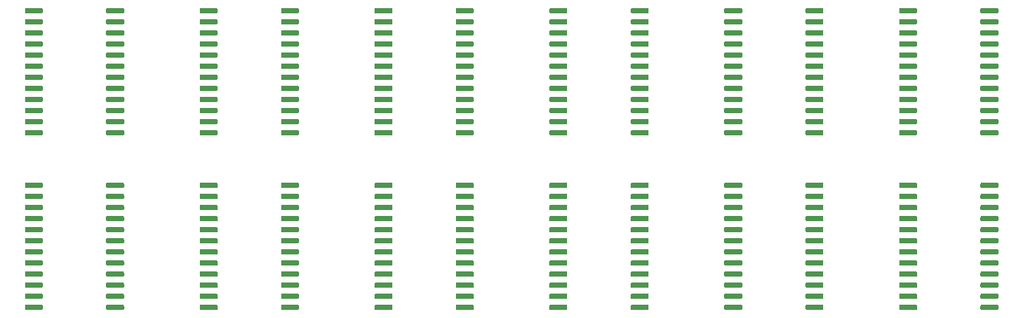
<source format=gtp>
G04 #@! TF.GenerationSoftware,KiCad,Pcbnew,(5.1.4)-1*
G04 #@! TF.CreationDate,2019-11-29T14:15:36+00:00*
G04 #@! TF.ProjectId,MAX7219_Clock,4d415837-3231-4395-9f43-6c6f636b2e6b,rev?*
G04 #@! TF.SameCoordinates,Original*
G04 #@! TF.FileFunction,Paste,Top*
G04 #@! TF.FilePolarity,Positive*
%FSLAX46Y46*%
G04 Gerber Fmt 4.6, Leading zero omitted, Abs format (unit mm)*
G04 Created by KiCad (PCBNEW (5.1.4)-1) date 2019-11-29 14:15:36*
%MOMM*%
%LPD*%
G04 APERTURE LIST*
%ADD10C,0.100000*%
%ADD11C,0.600000*%
G04 APERTURE END LIST*
D10*
G36*
X55539703Y-52715722D02*
G01*
X55554264Y-52717882D01*
X55568543Y-52721459D01*
X55582403Y-52726418D01*
X55595710Y-52732712D01*
X55608336Y-52740280D01*
X55620159Y-52749048D01*
X55631066Y-52758934D01*
X55640952Y-52769841D01*
X55649720Y-52781664D01*
X55657288Y-52794290D01*
X55663582Y-52807597D01*
X55668541Y-52821457D01*
X55672118Y-52835736D01*
X55674278Y-52850297D01*
X55675000Y-52865000D01*
X55675000Y-53165000D01*
X55674278Y-53179703D01*
X55672118Y-53194264D01*
X55668541Y-53208543D01*
X55663582Y-53222403D01*
X55657288Y-53235710D01*
X55649720Y-53248336D01*
X55640952Y-53260159D01*
X55631066Y-53271066D01*
X55620159Y-53280952D01*
X55608336Y-53289720D01*
X55595710Y-53297288D01*
X55582403Y-53303582D01*
X55568543Y-53308541D01*
X55554264Y-53312118D01*
X55539703Y-53314278D01*
X55525000Y-53315000D01*
X53775000Y-53315000D01*
X53760297Y-53314278D01*
X53745736Y-53312118D01*
X53731457Y-53308541D01*
X53717597Y-53303582D01*
X53704290Y-53297288D01*
X53691664Y-53289720D01*
X53679841Y-53280952D01*
X53668934Y-53271066D01*
X53659048Y-53260159D01*
X53650280Y-53248336D01*
X53642712Y-53235710D01*
X53636418Y-53222403D01*
X53631459Y-53208543D01*
X53627882Y-53194264D01*
X53625722Y-53179703D01*
X53625000Y-53165000D01*
X53625000Y-52865000D01*
X53625722Y-52850297D01*
X53627882Y-52835736D01*
X53631459Y-52821457D01*
X53636418Y-52807597D01*
X53642712Y-52794290D01*
X53650280Y-52781664D01*
X53659048Y-52769841D01*
X53668934Y-52758934D01*
X53679841Y-52749048D01*
X53691664Y-52740280D01*
X53704290Y-52732712D01*
X53717597Y-52726418D01*
X53731457Y-52721459D01*
X53745736Y-52717882D01*
X53760297Y-52715722D01*
X53775000Y-52715000D01*
X55525000Y-52715000D01*
X55539703Y-52715722D01*
X55539703Y-52715722D01*
G37*
D11*
X54650000Y-53015000D03*
D10*
G36*
X55539703Y-53985722D02*
G01*
X55554264Y-53987882D01*
X55568543Y-53991459D01*
X55582403Y-53996418D01*
X55595710Y-54002712D01*
X55608336Y-54010280D01*
X55620159Y-54019048D01*
X55631066Y-54028934D01*
X55640952Y-54039841D01*
X55649720Y-54051664D01*
X55657288Y-54064290D01*
X55663582Y-54077597D01*
X55668541Y-54091457D01*
X55672118Y-54105736D01*
X55674278Y-54120297D01*
X55675000Y-54135000D01*
X55675000Y-54435000D01*
X55674278Y-54449703D01*
X55672118Y-54464264D01*
X55668541Y-54478543D01*
X55663582Y-54492403D01*
X55657288Y-54505710D01*
X55649720Y-54518336D01*
X55640952Y-54530159D01*
X55631066Y-54541066D01*
X55620159Y-54550952D01*
X55608336Y-54559720D01*
X55595710Y-54567288D01*
X55582403Y-54573582D01*
X55568543Y-54578541D01*
X55554264Y-54582118D01*
X55539703Y-54584278D01*
X55525000Y-54585000D01*
X53775000Y-54585000D01*
X53760297Y-54584278D01*
X53745736Y-54582118D01*
X53731457Y-54578541D01*
X53717597Y-54573582D01*
X53704290Y-54567288D01*
X53691664Y-54559720D01*
X53679841Y-54550952D01*
X53668934Y-54541066D01*
X53659048Y-54530159D01*
X53650280Y-54518336D01*
X53642712Y-54505710D01*
X53636418Y-54492403D01*
X53631459Y-54478543D01*
X53627882Y-54464264D01*
X53625722Y-54449703D01*
X53625000Y-54435000D01*
X53625000Y-54135000D01*
X53625722Y-54120297D01*
X53627882Y-54105736D01*
X53631459Y-54091457D01*
X53636418Y-54077597D01*
X53642712Y-54064290D01*
X53650280Y-54051664D01*
X53659048Y-54039841D01*
X53668934Y-54028934D01*
X53679841Y-54019048D01*
X53691664Y-54010280D01*
X53704290Y-54002712D01*
X53717597Y-53996418D01*
X53731457Y-53991459D01*
X53745736Y-53987882D01*
X53760297Y-53985722D01*
X53775000Y-53985000D01*
X55525000Y-53985000D01*
X55539703Y-53985722D01*
X55539703Y-53985722D01*
G37*
D11*
X54650000Y-54285000D03*
D10*
G36*
X55539703Y-55255722D02*
G01*
X55554264Y-55257882D01*
X55568543Y-55261459D01*
X55582403Y-55266418D01*
X55595710Y-55272712D01*
X55608336Y-55280280D01*
X55620159Y-55289048D01*
X55631066Y-55298934D01*
X55640952Y-55309841D01*
X55649720Y-55321664D01*
X55657288Y-55334290D01*
X55663582Y-55347597D01*
X55668541Y-55361457D01*
X55672118Y-55375736D01*
X55674278Y-55390297D01*
X55675000Y-55405000D01*
X55675000Y-55705000D01*
X55674278Y-55719703D01*
X55672118Y-55734264D01*
X55668541Y-55748543D01*
X55663582Y-55762403D01*
X55657288Y-55775710D01*
X55649720Y-55788336D01*
X55640952Y-55800159D01*
X55631066Y-55811066D01*
X55620159Y-55820952D01*
X55608336Y-55829720D01*
X55595710Y-55837288D01*
X55582403Y-55843582D01*
X55568543Y-55848541D01*
X55554264Y-55852118D01*
X55539703Y-55854278D01*
X55525000Y-55855000D01*
X53775000Y-55855000D01*
X53760297Y-55854278D01*
X53745736Y-55852118D01*
X53731457Y-55848541D01*
X53717597Y-55843582D01*
X53704290Y-55837288D01*
X53691664Y-55829720D01*
X53679841Y-55820952D01*
X53668934Y-55811066D01*
X53659048Y-55800159D01*
X53650280Y-55788336D01*
X53642712Y-55775710D01*
X53636418Y-55762403D01*
X53631459Y-55748543D01*
X53627882Y-55734264D01*
X53625722Y-55719703D01*
X53625000Y-55705000D01*
X53625000Y-55405000D01*
X53625722Y-55390297D01*
X53627882Y-55375736D01*
X53631459Y-55361457D01*
X53636418Y-55347597D01*
X53642712Y-55334290D01*
X53650280Y-55321664D01*
X53659048Y-55309841D01*
X53668934Y-55298934D01*
X53679841Y-55289048D01*
X53691664Y-55280280D01*
X53704290Y-55272712D01*
X53717597Y-55266418D01*
X53731457Y-55261459D01*
X53745736Y-55257882D01*
X53760297Y-55255722D01*
X53775000Y-55255000D01*
X55525000Y-55255000D01*
X55539703Y-55255722D01*
X55539703Y-55255722D01*
G37*
D11*
X54650000Y-55555000D03*
D10*
G36*
X55539703Y-56525722D02*
G01*
X55554264Y-56527882D01*
X55568543Y-56531459D01*
X55582403Y-56536418D01*
X55595710Y-56542712D01*
X55608336Y-56550280D01*
X55620159Y-56559048D01*
X55631066Y-56568934D01*
X55640952Y-56579841D01*
X55649720Y-56591664D01*
X55657288Y-56604290D01*
X55663582Y-56617597D01*
X55668541Y-56631457D01*
X55672118Y-56645736D01*
X55674278Y-56660297D01*
X55675000Y-56675000D01*
X55675000Y-56975000D01*
X55674278Y-56989703D01*
X55672118Y-57004264D01*
X55668541Y-57018543D01*
X55663582Y-57032403D01*
X55657288Y-57045710D01*
X55649720Y-57058336D01*
X55640952Y-57070159D01*
X55631066Y-57081066D01*
X55620159Y-57090952D01*
X55608336Y-57099720D01*
X55595710Y-57107288D01*
X55582403Y-57113582D01*
X55568543Y-57118541D01*
X55554264Y-57122118D01*
X55539703Y-57124278D01*
X55525000Y-57125000D01*
X53775000Y-57125000D01*
X53760297Y-57124278D01*
X53745736Y-57122118D01*
X53731457Y-57118541D01*
X53717597Y-57113582D01*
X53704290Y-57107288D01*
X53691664Y-57099720D01*
X53679841Y-57090952D01*
X53668934Y-57081066D01*
X53659048Y-57070159D01*
X53650280Y-57058336D01*
X53642712Y-57045710D01*
X53636418Y-57032403D01*
X53631459Y-57018543D01*
X53627882Y-57004264D01*
X53625722Y-56989703D01*
X53625000Y-56975000D01*
X53625000Y-56675000D01*
X53625722Y-56660297D01*
X53627882Y-56645736D01*
X53631459Y-56631457D01*
X53636418Y-56617597D01*
X53642712Y-56604290D01*
X53650280Y-56591664D01*
X53659048Y-56579841D01*
X53668934Y-56568934D01*
X53679841Y-56559048D01*
X53691664Y-56550280D01*
X53704290Y-56542712D01*
X53717597Y-56536418D01*
X53731457Y-56531459D01*
X53745736Y-56527882D01*
X53760297Y-56525722D01*
X53775000Y-56525000D01*
X55525000Y-56525000D01*
X55539703Y-56525722D01*
X55539703Y-56525722D01*
G37*
D11*
X54650000Y-56825000D03*
D10*
G36*
X55539703Y-57795722D02*
G01*
X55554264Y-57797882D01*
X55568543Y-57801459D01*
X55582403Y-57806418D01*
X55595710Y-57812712D01*
X55608336Y-57820280D01*
X55620159Y-57829048D01*
X55631066Y-57838934D01*
X55640952Y-57849841D01*
X55649720Y-57861664D01*
X55657288Y-57874290D01*
X55663582Y-57887597D01*
X55668541Y-57901457D01*
X55672118Y-57915736D01*
X55674278Y-57930297D01*
X55675000Y-57945000D01*
X55675000Y-58245000D01*
X55674278Y-58259703D01*
X55672118Y-58274264D01*
X55668541Y-58288543D01*
X55663582Y-58302403D01*
X55657288Y-58315710D01*
X55649720Y-58328336D01*
X55640952Y-58340159D01*
X55631066Y-58351066D01*
X55620159Y-58360952D01*
X55608336Y-58369720D01*
X55595710Y-58377288D01*
X55582403Y-58383582D01*
X55568543Y-58388541D01*
X55554264Y-58392118D01*
X55539703Y-58394278D01*
X55525000Y-58395000D01*
X53775000Y-58395000D01*
X53760297Y-58394278D01*
X53745736Y-58392118D01*
X53731457Y-58388541D01*
X53717597Y-58383582D01*
X53704290Y-58377288D01*
X53691664Y-58369720D01*
X53679841Y-58360952D01*
X53668934Y-58351066D01*
X53659048Y-58340159D01*
X53650280Y-58328336D01*
X53642712Y-58315710D01*
X53636418Y-58302403D01*
X53631459Y-58288543D01*
X53627882Y-58274264D01*
X53625722Y-58259703D01*
X53625000Y-58245000D01*
X53625000Y-57945000D01*
X53625722Y-57930297D01*
X53627882Y-57915736D01*
X53631459Y-57901457D01*
X53636418Y-57887597D01*
X53642712Y-57874290D01*
X53650280Y-57861664D01*
X53659048Y-57849841D01*
X53668934Y-57838934D01*
X53679841Y-57829048D01*
X53691664Y-57820280D01*
X53704290Y-57812712D01*
X53717597Y-57806418D01*
X53731457Y-57801459D01*
X53745736Y-57797882D01*
X53760297Y-57795722D01*
X53775000Y-57795000D01*
X55525000Y-57795000D01*
X55539703Y-57795722D01*
X55539703Y-57795722D01*
G37*
D11*
X54650000Y-58095000D03*
D10*
G36*
X55539703Y-59065722D02*
G01*
X55554264Y-59067882D01*
X55568543Y-59071459D01*
X55582403Y-59076418D01*
X55595710Y-59082712D01*
X55608336Y-59090280D01*
X55620159Y-59099048D01*
X55631066Y-59108934D01*
X55640952Y-59119841D01*
X55649720Y-59131664D01*
X55657288Y-59144290D01*
X55663582Y-59157597D01*
X55668541Y-59171457D01*
X55672118Y-59185736D01*
X55674278Y-59200297D01*
X55675000Y-59215000D01*
X55675000Y-59515000D01*
X55674278Y-59529703D01*
X55672118Y-59544264D01*
X55668541Y-59558543D01*
X55663582Y-59572403D01*
X55657288Y-59585710D01*
X55649720Y-59598336D01*
X55640952Y-59610159D01*
X55631066Y-59621066D01*
X55620159Y-59630952D01*
X55608336Y-59639720D01*
X55595710Y-59647288D01*
X55582403Y-59653582D01*
X55568543Y-59658541D01*
X55554264Y-59662118D01*
X55539703Y-59664278D01*
X55525000Y-59665000D01*
X53775000Y-59665000D01*
X53760297Y-59664278D01*
X53745736Y-59662118D01*
X53731457Y-59658541D01*
X53717597Y-59653582D01*
X53704290Y-59647288D01*
X53691664Y-59639720D01*
X53679841Y-59630952D01*
X53668934Y-59621066D01*
X53659048Y-59610159D01*
X53650280Y-59598336D01*
X53642712Y-59585710D01*
X53636418Y-59572403D01*
X53631459Y-59558543D01*
X53627882Y-59544264D01*
X53625722Y-59529703D01*
X53625000Y-59515000D01*
X53625000Y-59215000D01*
X53625722Y-59200297D01*
X53627882Y-59185736D01*
X53631459Y-59171457D01*
X53636418Y-59157597D01*
X53642712Y-59144290D01*
X53650280Y-59131664D01*
X53659048Y-59119841D01*
X53668934Y-59108934D01*
X53679841Y-59099048D01*
X53691664Y-59090280D01*
X53704290Y-59082712D01*
X53717597Y-59076418D01*
X53731457Y-59071459D01*
X53745736Y-59067882D01*
X53760297Y-59065722D01*
X53775000Y-59065000D01*
X55525000Y-59065000D01*
X55539703Y-59065722D01*
X55539703Y-59065722D01*
G37*
D11*
X54650000Y-59365000D03*
D10*
G36*
X55539703Y-60335722D02*
G01*
X55554264Y-60337882D01*
X55568543Y-60341459D01*
X55582403Y-60346418D01*
X55595710Y-60352712D01*
X55608336Y-60360280D01*
X55620159Y-60369048D01*
X55631066Y-60378934D01*
X55640952Y-60389841D01*
X55649720Y-60401664D01*
X55657288Y-60414290D01*
X55663582Y-60427597D01*
X55668541Y-60441457D01*
X55672118Y-60455736D01*
X55674278Y-60470297D01*
X55675000Y-60485000D01*
X55675000Y-60785000D01*
X55674278Y-60799703D01*
X55672118Y-60814264D01*
X55668541Y-60828543D01*
X55663582Y-60842403D01*
X55657288Y-60855710D01*
X55649720Y-60868336D01*
X55640952Y-60880159D01*
X55631066Y-60891066D01*
X55620159Y-60900952D01*
X55608336Y-60909720D01*
X55595710Y-60917288D01*
X55582403Y-60923582D01*
X55568543Y-60928541D01*
X55554264Y-60932118D01*
X55539703Y-60934278D01*
X55525000Y-60935000D01*
X53775000Y-60935000D01*
X53760297Y-60934278D01*
X53745736Y-60932118D01*
X53731457Y-60928541D01*
X53717597Y-60923582D01*
X53704290Y-60917288D01*
X53691664Y-60909720D01*
X53679841Y-60900952D01*
X53668934Y-60891066D01*
X53659048Y-60880159D01*
X53650280Y-60868336D01*
X53642712Y-60855710D01*
X53636418Y-60842403D01*
X53631459Y-60828543D01*
X53627882Y-60814264D01*
X53625722Y-60799703D01*
X53625000Y-60785000D01*
X53625000Y-60485000D01*
X53625722Y-60470297D01*
X53627882Y-60455736D01*
X53631459Y-60441457D01*
X53636418Y-60427597D01*
X53642712Y-60414290D01*
X53650280Y-60401664D01*
X53659048Y-60389841D01*
X53668934Y-60378934D01*
X53679841Y-60369048D01*
X53691664Y-60360280D01*
X53704290Y-60352712D01*
X53717597Y-60346418D01*
X53731457Y-60341459D01*
X53745736Y-60337882D01*
X53760297Y-60335722D01*
X53775000Y-60335000D01*
X55525000Y-60335000D01*
X55539703Y-60335722D01*
X55539703Y-60335722D01*
G37*
D11*
X54650000Y-60635000D03*
D10*
G36*
X55539703Y-61605722D02*
G01*
X55554264Y-61607882D01*
X55568543Y-61611459D01*
X55582403Y-61616418D01*
X55595710Y-61622712D01*
X55608336Y-61630280D01*
X55620159Y-61639048D01*
X55631066Y-61648934D01*
X55640952Y-61659841D01*
X55649720Y-61671664D01*
X55657288Y-61684290D01*
X55663582Y-61697597D01*
X55668541Y-61711457D01*
X55672118Y-61725736D01*
X55674278Y-61740297D01*
X55675000Y-61755000D01*
X55675000Y-62055000D01*
X55674278Y-62069703D01*
X55672118Y-62084264D01*
X55668541Y-62098543D01*
X55663582Y-62112403D01*
X55657288Y-62125710D01*
X55649720Y-62138336D01*
X55640952Y-62150159D01*
X55631066Y-62161066D01*
X55620159Y-62170952D01*
X55608336Y-62179720D01*
X55595710Y-62187288D01*
X55582403Y-62193582D01*
X55568543Y-62198541D01*
X55554264Y-62202118D01*
X55539703Y-62204278D01*
X55525000Y-62205000D01*
X53775000Y-62205000D01*
X53760297Y-62204278D01*
X53745736Y-62202118D01*
X53731457Y-62198541D01*
X53717597Y-62193582D01*
X53704290Y-62187288D01*
X53691664Y-62179720D01*
X53679841Y-62170952D01*
X53668934Y-62161066D01*
X53659048Y-62150159D01*
X53650280Y-62138336D01*
X53642712Y-62125710D01*
X53636418Y-62112403D01*
X53631459Y-62098543D01*
X53627882Y-62084264D01*
X53625722Y-62069703D01*
X53625000Y-62055000D01*
X53625000Y-61755000D01*
X53625722Y-61740297D01*
X53627882Y-61725736D01*
X53631459Y-61711457D01*
X53636418Y-61697597D01*
X53642712Y-61684290D01*
X53650280Y-61671664D01*
X53659048Y-61659841D01*
X53668934Y-61648934D01*
X53679841Y-61639048D01*
X53691664Y-61630280D01*
X53704290Y-61622712D01*
X53717597Y-61616418D01*
X53731457Y-61611459D01*
X53745736Y-61607882D01*
X53760297Y-61605722D01*
X53775000Y-61605000D01*
X55525000Y-61605000D01*
X55539703Y-61605722D01*
X55539703Y-61605722D01*
G37*
D11*
X54650000Y-61905000D03*
D10*
G36*
X55539703Y-62875722D02*
G01*
X55554264Y-62877882D01*
X55568543Y-62881459D01*
X55582403Y-62886418D01*
X55595710Y-62892712D01*
X55608336Y-62900280D01*
X55620159Y-62909048D01*
X55631066Y-62918934D01*
X55640952Y-62929841D01*
X55649720Y-62941664D01*
X55657288Y-62954290D01*
X55663582Y-62967597D01*
X55668541Y-62981457D01*
X55672118Y-62995736D01*
X55674278Y-63010297D01*
X55675000Y-63025000D01*
X55675000Y-63325000D01*
X55674278Y-63339703D01*
X55672118Y-63354264D01*
X55668541Y-63368543D01*
X55663582Y-63382403D01*
X55657288Y-63395710D01*
X55649720Y-63408336D01*
X55640952Y-63420159D01*
X55631066Y-63431066D01*
X55620159Y-63440952D01*
X55608336Y-63449720D01*
X55595710Y-63457288D01*
X55582403Y-63463582D01*
X55568543Y-63468541D01*
X55554264Y-63472118D01*
X55539703Y-63474278D01*
X55525000Y-63475000D01*
X53775000Y-63475000D01*
X53760297Y-63474278D01*
X53745736Y-63472118D01*
X53731457Y-63468541D01*
X53717597Y-63463582D01*
X53704290Y-63457288D01*
X53691664Y-63449720D01*
X53679841Y-63440952D01*
X53668934Y-63431066D01*
X53659048Y-63420159D01*
X53650280Y-63408336D01*
X53642712Y-63395710D01*
X53636418Y-63382403D01*
X53631459Y-63368543D01*
X53627882Y-63354264D01*
X53625722Y-63339703D01*
X53625000Y-63325000D01*
X53625000Y-63025000D01*
X53625722Y-63010297D01*
X53627882Y-62995736D01*
X53631459Y-62981457D01*
X53636418Y-62967597D01*
X53642712Y-62954290D01*
X53650280Y-62941664D01*
X53659048Y-62929841D01*
X53668934Y-62918934D01*
X53679841Y-62909048D01*
X53691664Y-62900280D01*
X53704290Y-62892712D01*
X53717597Y-62886418D01*
X53731457Y-62881459D01*
X53745736Y-62877882D01*
X53760297Y-62875722D01*
X53775000Y-62875000D01*
X55525000Y-62875000D01*
X55539703Y-62875722D01*
X55539703Y-62875722D01*
G37*
D11*
X54650000Y-63175000D03*
D10*
G36*
X55539703Y-64145722D02*
G01*
X55554264Y-64147882D01*
X55568543Y-64151459D01*
X55582403Y-64156418D01*
X55595710Y-64162712D01*
X55608336Y-64170280D01*
X55620159Y-64179048D01*
X55631066Y-64188934D01*
X55640952Y-64199841D01*
X55649720Y-64211664D01*
X55657288Y-64224290D01*
X55663582Y-64237597D01*
X55668541Y-64251457D01*
X55672118Y-64265736D01*
X55674278Y-64280297D01*
X55675000Y-64295000D01*
X55675000Y-64595000D01*
X55674278Y-64609703D01*
X55672118Y-64624264D01*
X55668541Y-64638543D01*
X55663582Y-64652403D01*
X55657288Y-64665710D01*
X55649720Y-64678336D01*
X55640952Y-64690159D01*
X55631066Y-64701066D01*
X55620159Y-64710952D01*
X55608336Y-64719720D01*
X55595710Y-64727288D01*
X55582403Y-64733582D01*
X55568543Y-64738541D01*
X55554264Y-64742118D01*
X55539703Y-64744278D01*
X55525000Y-64745000D01*
X53775000Y-64745000D01*
X53760297Y-64744278D01*
X53745736Y-64742118D01*
X53731457Y-64738541D01*
X53717597Y-64733582D01*
X53704290Y-64727288D01*
X53691664Y-64719720D01*
X53679841Y-64710952D01*
X53668934Y-64701066D01*
X53659048Y-64690159D01*
X53650280Y-64678336D01*
X53642712Y-64665710D01*
X53636418Y-64652403D01*
X53631459Y-64638543D01*
X53627882Y-64624264D01*
X53625722Y-64609703D01*
X53625000Y-64595000D01*
X53625000Y-64295000D01*
X53625722Y-64280297D01*
X53627882Y-64265736D01*
X53631459Y-64251457D01*
X53636418Y-64237597D01*
X53642712Y-64224290D01*
X53650280Y-64211664D01*
X53659048Y-64199841D01*
X53668934Y-64188934D01*
X53679841Y-64179048D01*
X53691664Y-64170280D01*
X53704290Y-64162712D01*
X53717597Y-64156418D01*
X53731457Y-64151459D01*
X53745736Y-64147882D01*
X53760297Y-64145722D01*
X53775000Y-64145000D01*
X55525000Y-64145000D01*
X55539703Y-64145722D01*
X55539703Y-64145722D01*
G37*
D11*
X54650000Y-64445000D03*
D10*
G36*
X55539703Y-65415722D02*
G01*
X55554264Y-65417882D01*
X55568543Y-65421459D01*
X55582403Y-65426418D01*
X55595710Y-65432712D01*
X55608336Y-65440280D01*
X55620159Y-65449048D01*
X55631066Y-65458934D01*
X55640952Y-65469841D01*
X55649720Y-65481664D01*
X55657288Y-65494290D01*
X55663582Y-65507597D01*
X55668541Y-65521457D01*
X55672118Y-65535736D01*
X55674278Y-65550297D01*
X55675000Y-65565000D01*
X55675000Y-65865000D01*
X55674278Y-65879703D01*
X55672118Y-65894264D01*
X55668541Y-65908543D01*
X55663582Y-65922403D01*
X55657288Y-65935710D01*
X55649720Y-65948336D01*
X55640952Y-65960159D01*
X55631066Y-65971066D01*
X55620159Y-65980952D01*
X55608336Y-65989720D01*
X55595710Y-65997288D01*
X55582403Y-66003582D01*
X55568543Y-66008541D01*
X55554264Y-66012118D01*
X55539703Y-66014278D01*
X55525000Y-66015000D01*
X53775000Y-66015000D01*
X53760297Y-66014278D01*
X53745736Y-66012118D01*
X53731457Y-66008541D01*
X53717597Y-66003582D01*
X53704290Y-65997288D01*
X53691664Y-65989720D01*
X53679841Y-65980952D01*
X53668934Y-65971066D01*
X53659048Y-65960159D01*
X53650280Y-65948336D01*
X53642712Y-65935710D01*
X53636418Y-65922403D01*
X53631459Y-65908543D01*
X53627882Y-65894264D01*
X53625722Y-65879703D01*
X53625000Y-65865000D01*
X53625000Y-65565000D01*
X53625722Y-65550297D01*
X53627882Y-65535736D01*
X53631459Y-65521457D01*
X53636418Y-65507597D01*
X53642712Y-65494290D01*
X53650280Y-65481664D01*
X53659048Y-65469841D01*
X53668934Y-65458934D01*
X53679841Y-65449048D01*
X53691664Y-65440280D01*
X53704290Y-65432712D01*
X53717597Y-65426418D01*
X53731457Y-65421459D01*
X53745736Y-65417882D01*
X53760297Y-65415722D01*
X53775000Y-65415000D01*
X55525000Y-65415000D01*
X55539703Y-65415722D01*
X55539703Y-65415722D01*
G37*
D11*
X54650000Y-65715000D03*
D10*
G36*
X55539703Y-66685722D02*
G01*
X55554264Y-66687882D01*
X55568543Y-66691459D01*
X55582403Y-66696418D01*
X55595710Y-66702712D01*
X55608336Y-66710280D01*
X55620159Y-66719048D01*
X55631066Y-66728934D01*
X55640952Y-66739841D01*
X55649720Y-66751664D01*
X55657288Y-66764290D01*
X55663582Y-66777597D01*
X55668541Y-66791457D01*
X55672118Y-66805736D01*
X55674278Y-66820297D01*
X55675000Y-66835000D01*
X55675000Y-67135000D01*
X55674278Y-67149703D01*
X55672118Y-67164264D01*
X55668541Y-67178543D01*
X55663582Y-67192403D01*
X55657288Y-67205710D01*
X55649720Y-67218336D01*
X55640952Y-67230159D01*
X55631066Y-67241066D01*
X55620159Y-67250952D01*
X55608336Y-67259720D01*
X55595710Y-67267288D01*
X55582403Y-67273582D01*
X55568543Y-67278541D01*
X55554264Y-67282118D01*
X55539703Y-67284278D01*
X55525000Y-67285000D01*
X53775000Y-67285000D01*
X53760297Y-67284278D01*
X53745736Y-67282118D01*
X53731457Y-67278541D01*
X53717597Y-67273582D01*
X53704290Y-67267288D01*
X53691664Y-67259720D01*
X53679841Y-67250952D01*
X53668934Y-67241066D01*
X53659048Y-67230159D01*
X53650280Y-67218336D01*
X53642712Y-67205710D01*
X53636418Y-67192403D01*
X53631459Y-67178543D01*
X53627882Y-67164264D01*
X53625722Y-67149703D01*
X53625000Y-67135000D01*
X53625000Y-66835000D01*
X53625722Y-66820297D01*
X53627882Y-66805736D01*
X53631459Y-66791457D01*
X53636418Y-66777597D01*
X53642712Y-66764290D01*
X53650280Y-66751664D01*
X53659048Y-66739841D01*
X53668934Y-66728934D01*
X53679841Y-66719048D01*
X53691664Y-66710280D01*
X53704290Y-66702712D01*
X53717597Y-66696418D01*
X53731457Y-66691459D01*
X53745736Y-66687882D01*
X53760297Y-66685722D01*
X53775000Y-66685000D01*
X55525000Y-66685000D01*
X55539703Y-66685722D01*
X55539703Y-66685722D01*
G37*
D11*
X54650000Y-66985000D03*
D10*
G36*
X46239703Y-66685722D02*
G01*
X46254264Y-66687882D01*
X46268543Y-66691459D01*
X46282403Y-66696418D01*
X46295710Y-66702712D01*
X46308336Y-66710280D01*
X46320159Y-66719048D01*
X46331066Y-66728934D01*
X46340952Y-66739841D01*
X46349720Y-66751664D01*
X46357288Y-66764290D01*
X46363582Y-66777597D01*
X46368541Y-66791457D01*
X46372118Y-66805736D01*
X46374278Y-66820297D01*
X46375000Y-66835000D01*
X46375000Y-67135000D01*
X46374278Y-67149703D01*
X46372118Y-67164264D01*
X46368541Y-67178543D01*
X46363582Y-67192403D01*
X46357288Y-67205710D01*
X46349720Y-67218336D01*
X46340952Y-67230159D01*
X46331066Y-67241066D01*
X46320159Y-67250952D01*
X46308336Y-67259720D01*
X46295710Y-67267288D01*
X46282403Y-67273582D01*
X46268543Y-67278541D01*
X46254264Y-67282118D01*
X46239703Y-67284278D01*
X46225000Y-67285000D01*
X44475000Y-67285000D01*
X44460297Y-67284278D01*
X44445736Y-67282118D01*
X44431457Y-67278541D01*
X44417597Y-67273582D01*
X44404290Y-67267288D01*
X44391664Y-67259720D01*
X44379841Y-67250952D01*
X44368934Y-67241066D01*
X44359048Y-67230159D01*
X44350280Y-67218336D01*
X44342712Y-67205710D01*
X44336418Y-67192403D01*
X44331459Y-67178543D01*
X44327882Y-67164264D01*
X44325722Y-67149703D01*
X44325000Y-67135000D01*
X44325000Y-66835000D01*
X44325722Y-66820297D01*
X44327882Y-66805736D01*
X44331459Y-66791457D01*
X44336418Y-66777597D01*
X44342712Y-66764290D01*
X44350280Y-66751664D01*
X44359048Y-66739841D01*
X44368934Y-66728934D01*
X44379841Y-66719048D01*
X44391664Y-66710280D01*
X44404290Y-66702712D01*
X44417597Y-66696418D01*
X44431457Y-66691459D01*
X44445736Y-66687882D01*
X44460297Y-66685722D01*
X44475000Y-66685000D01*
X46225000Y-66685000D01*
X46239703Y-66685722D01*
X46239703Y-66685722D01*
G37*
D11*
X45350000Y-66985000D03*
D10*
G36*
X46239703Y-65415722D02*
G01*
X46254264Y-65417882D01*
X46268543Y-65421459D01*
X46282403Y-65426418D01*
X46295710Y-65432712D01*
X46308336Y-65440280D01*
X46320159Y-65449048D01*
X46331066Y-65458934D01*
X46340952Y-65469841D01*
X46349720Y-65481664D01*
X46357288Y-65494290D01*
X46363582Y-65507597D01*
X46368541Y-65521457D01*
X46372118Y-65535736D01*
X46374278Y-65550297D01*
X46375000Y-65565000D01*
X46375000Y-65865000D01*
X46374278Y-65879703D01*
X46372118Y-65894264D01*
X46368541Y-65908543D01*
X46363582Y-65922403D01*
X46357288Y-65935710D01*
X46349720Y-65948336D01*
X46340952Y-65960159D01*
X46331066Y-65971066D01*
X46320159Y-65980952D01*
X46308336Y-65989720D01*
X46295710Y-65997288D01*
X46282403Y-66003582D01*
X46268543Y-66008541D01*
X46254264Y-66012118D01*
X46239703Y-66014278D01*
X46225000Y-66015000D01*
X44475000Y-66015000D01*
X44460297Y-66014278D01*
X44445736Y-66012118D01*
X44431457Y-66008541D01*
X44417597Y-66003582D01*
X44404290Y-65997288D01*
X44391664Y-65989720D01*
X44379841Y-65980952D01*
X44368934Y-65971066D01*
X44359048Y-65960159D01*
X44350280Y-65948336D01*
X44342712Y-65935710D01*
X44336418Y-65922403D01*
X44331459Y-65908543D01*
X44327882Y-65894264D01*
X44325722Y-65879703D01*
X44325000Y-65865000D01*
X44325000Y-65565000D01*
X44325722Y-65550297D01*
X44327882Y-65535736D01*
X44331459Y-65521457D01*
X44336418Y-65507597D01*
X44342712Y-65494290D01*
X44350280Y-65481664D01*
X44359048Y-65469841D01*
X44368934Y-65458934D01*
X44379841Y-65449048D01*
X44391664Y-65440280D01*
X44404290Y-65432712D01*
X44417597Y-65426418D01*
X44431457Y-65421459D01*
X44445736Y-65417882D01*
X44460297Y-65415722D01*
X44475000Y-65415000D01*
X46225000Y-65415000D01*
X46239703Y-65415722D01*
X46239703Y-65415722D01*
G37*
D11*
X45350000Y-65715000D03*
D10*
G36*
X46239703Y-64145722D02*
G01*
X46254264Y-64147882D01*
X46268543Y-64151459D01*
X46282403Y-64156418D01*
X46295710Y-64162712D01*
X46308336Y-64170280D01*
X46320159Y-64179048D01*
X46331066Y-64188934D01*
X46340952Y-64199841D01*
X46349720Y-64211664D01*
X46357288Y-64224290D01*
X46363582Y-64237597D01*
X46368541Y-64251457D01*
X46372118Y-64265736D01*
X46374278Y-64280297D01*
X46375000Y-64295000D01*
X46375000Y-64595000D01*
X46374278Y-64609703D01*
X46372118Y-64624264D01*
X46368541Y-64638543D01*
X46363582Y-64652403D01*
X46357288Y-64665710D01*
X46349720Y-64678336D01*
X46340952Y-64690159D01*
X46331066Y-64701066D01*
X46320159Y-64710952D01*
X46308336Y-64719720D01*
X46295710Y-64727288D01*
X46282403Y-64733582D01*
X46268543Y-64738541D01*
X46254264Y-64742118D01*
X46239703Y-64744278D01*
X46225000Y-64745000D01*
X44475000Y-64745000D01*
X44460297Y-64744278D01*
X44445736Y-64742118D01*
X44431457Y-64738541D01*
X44417597Y-64733582D01*
X44404290Y-64727288D01*
X44391664Y-64719720D01*
X44379841Y-64710952D01*
X44368934Y-64701066D01*
X44359048Y-64690159D01*
X44350280Y-64678336D01*
X44342712Y-64665710D01*
X44336418Y-64652403D01*
X44331459Y-64638543D01*
X44327882Y-64624264D01*
X44325722Y-64609703D01*
X44325000Y-64595000D01*
X44325000Y-64295000D01*
X44325722Y-64280297D01*
X44327882Y-64265736D01*
X44331459Y-64251457D01*
X44336418Y-64237597D01*
X44342712Y-64224290D01*
X44350280Y-64211664D01*
X44359048Y-64199841D01*
X44368934Y-64188934D01*
X44379841Y-64179048D01*
X44391664Y-64170280D01*
X44404290Y-64162712D01*
X44417597Y-64156418D01*
X44431457Y-64151459D01*
X44445736Y-64147882D01*
X44460297Y-64145722D01*
X44475000Y-64145000D01*
X46225000Y-64145000D01*
X46239703Y-64145722D01*
X46239703Y-64145722D01*
G37*
D11*
X45350000Y-64445000D03*
D10*
G36*
X46239703Y-62875722D02*
G01*
X46254264Y-62877882D01*
X46268543Y-62881459D01*
X46282403Y-62886418D01*
X46295710Y-62892712D01*
X46308336Y-62900280D01*
X46320159Y-62909048D01*
X46331066Y-62918934D01*
X46340952Y-62929841D01*
X46349720Y-62941664D01*
X46357288Y-62954290D01*
X46363582Y-62967597D01*
X46368541Y-62981457D01*
X46372118Y-62995736D01*
X46374278Y-63010297D01*
X46375000Y-63025000D01*
X46375000Y-63325000D01*
X46374278Y-63339703D01*
X46372118Y-63354264D01*
X46368541Y-63368543D01*
X46363582Y-63382403D01*
X46357288Y-63395710D01*
X46349720Y-63408336D01*
X46340952Y-63420159D01*
X46331066Y-63431066D01*
X46320159Y-63440952D01*
X46308336Y-63449720D01*
X46295710Y-63457288D01*
X46282403Y-63463582D01*
X46268543Y-63468541D01*
X46254264Y-63472118D01*
X46239703Y-63474278D01*
X46225000Y-63475000D01*
X44475000Y-63475000D01*
X44460297Y-63474278D01*
X44445736Y-63472118D01*
X44431457Y-63468541D01*
X44417597Y-63463582D01*
X44404290Y-63457288D01*
X44391664Y-63449720D01*
X44379841Y-63440952D01*
X44368934Y-63431066D01*
X44359048Y-63420159D01*
X44350280Y-63408336D01*
X44342712Y-63395710D01*
X44336418Y-63382403D01*
X44331459Y-63368543D01*
X44327882Y-63354264D01*
X44325722Y-63339703D01*
X44325000Y-63325000D01*
X44325000Y-63025000D01*
X44325722Y-63010297D01*
X44327882Y-62995736D01*
X44331459Y-62981457D01*
X44336418Y-62967597D01*
X44342712Y-62954290D01*
X44350280Y-62941664D01*
X44359048Y-62929841D01*
X44368934Y-62918934D01*
X44379841Y-62909048D01*
X44391664Y-62900280D01*
X44404290Y-62892712D01*
X44417597Y-62886418D01*
X44431457Y-62881459D01*
X44445736Y-62877882D01*
X44460297Y-62875722D01*
X44475000Y-62875000D01*
X46225000Y-62875000D01*
X46239703Y-62875722D01*
X46239703Y-62875722D01*
G37*
D11*
X45350000Y-63175000D03*
D10*
G36*
X46239703Y-61605722D02*
G01*
X46254264Y-61607882D01*
X46268543Y-61611459D01*
X46282403Y-61616418D01*
X46295710Y-61622712D01*
X46308336Y-61630280D01*
X46320159Y-61639048D01*
X46331066Y-61648934D01*
X46340952Y-61659841D01*
X46349720Y-61671664D01*
X46357288Y-61684290D01*
X46363582Y-61697597D01*
X46368541Y-61711457D01*
X46372118Y-61725736D01*
X46374278Y-61740297D01*
X46375000Y-61755000D01*
X46375000Y-62055000D01*
X46374278Y-62069703D01*
X46372118Y-62084264D01*
X46368541Y-62098543D01*
X46363582Y-62112403D01*
X46357288Y-62125710D01*
X46349720Y-62138336D01*
X46340952Y-62150159D01*
X46331066Y-62161066D01*
X46320159Y-62170952D01*
X46308336Y-62179720D01*
X46295710Y-62187288D01*
X46282403Y-62193582D01*
X46268543Y-62198541D01*
X46254264Y-62202118D01*
X46239703Y-62204278D01*
X46225000Y-62205000D01*
X44475000Y-62205000D01*
X44460297Y-62204278D01*
X44445736Y-62202118D01*
X44431457Y-62198541D01*
X44417597Y-62193582D01*
X44404290Y-62187288D01*
X44391664Y-62179720D01*
X44379841Y-62170952D01*
X44368934Y-62161066D01*
X44359048Y-62150159D01*
X44350280Y-62138336D01*
X44342712Y-62125710D01*
X44336418Y-62112403D01*
X44331459Y-62098543D01*
X44327882Y-62084264D01*
X44325722Y-62069703D01*
X44325000Y-62055000D01*
X44325000Y-61755000D01*
X44325722Y-61740297D01*
X44327882Y-61725736D01*
X44331459Y-61711457D01*
X44336418Y-61697597D01*
X44342712Y-61684290D01*
X44350280Y-61671664D01*
X44359048Y-61659841D01*
X44368934Y-61648934D01*
X44379841Y-61639048D01*
X44391664Y-61630280D01*
X44404290Y-61622712D01*
X44417597Y-61616418D01*
X44431457Y-61611459D01*
X44445736Y-61607882D01*
X44460297Y-61605722D01*
X44475000Y-61605000D01*
X46225000Y-61605000D01*
X46239703Y-61605722D01*
X46239703Y-61605722D01*
G37*
D11*
X45350000Y-61905000D03*
D10*
G36*
X46239703Y-60335722D02*
G01*
X46254264Y-60337882D01*
X46268543Y-60341459D01*
X46282403Y-60346418D01*
X46295710Y-60352712D01*
X46308336Y-60360280D01*
X46320159Y-60369048D01*
X46331066Y-60378934D01*
X46340952Y-60389841D01*
X46349720Y-60401664D01*
X46357288Y-60414290D01*
X46363582Y-60427597D01*
X46368541Y-60441457D01*
X46372118Y-60455736D01*
X46374278Y-60470297D01*
X46375000Y-60485000D01*
X46375000Y-60785000D01*
X46374278Y-60799703D01*
X46372118Y-60814264D01*
X46368541Y-60828543D01*
X46363582Y-60842403D01*
X46357288Y-60855710D01*
X46349720Y-60868336D01*
X46340952Y-60880159D01*
X46331066Y-60891066D01*
X46320159Y-60900952D01*
X46308336Y-60909720D01*
X46295710Y-60917288D01*
X46282403Y-60923582D01*
X46268543Y-60928541D01*
X46254264Y-60932118D01*
X46239703Y-60934278D01*
X46225000Y-60935000D01*
X44475000Y-60935000D01*
X44460297Y-60934278D01*
X44445736Y-60932118D01*
X44431457Y-60928541D01*
X44417597Y-60923582D01*
X44404290Y-60917288D01*
X44391664Y-60909720D01*
X44379841Y-60900952D01*
X44368934Y-60891066D01*
X44359048Y-60880159D01*
X44350280Y-60868336D01*
X44342712Y-60855710D01*
X44336418Y-60842403D01*
X44331459Y-60828543D01*
X44327882Y-60814264D01*
X44325722Y-60799703D01*
X44325000Y-60785000D01*
X44325000Y-60485000D01*
X44325722Y-60470297D01*
X44327882Y-60455736D01*
X44331459Y-60441457D01*
X44336418Y-60427597D01*
X44342712Y-60414290D01*
X44350280Y-60401664D01*
X44359048Y-60389841D01*
X44368934Y-60378934D01*
X44379841Y-60369048D01*
X44391664Y-60360280D01*
X44404290Y-60352712D01*
X44417597Y-60346418D01*
X44431457Y-60341459D01*
X44445736Y-60337882D01*
X44460297Y-60335722D01*
X44475000Y-60335000D01*
X46225000Y-60335000D01*
X46239703Y-60335722D01*
X46239703Y-60335722D01*
G37*
D11*
X45350000Y-60635000D03*
D10*
G36*
X46239703Y-59065722D02*
G01*
X46254264Y-59067882D01*
X46268543Y-59071459D01*
X46282403Y-59076418D01*
X46295710Y-59082712D01*
X46308336Y-59090280D01*
X46320159Y-59099048D01*
X46331066Y-59108934D01*
X46340952Y-59119841D01*
X46349720Y-59131664D01*
X46357288Y-59144290D01*
X46363582Y-59157597D01*
X46368541Y-59171457D01*
X46372118Y-59185736D01*
X46374278Y-59200297D01*
X46375000Y-59215000D01*
X46375000Y-59515000D01*
X46374278Y-59529703D01*
X46372118Y-59544264D01*
X46368541Y-59558543D01*
X46363582Y-59572403D01*
X46357288Y-59585710D01*
X46349720Y-59598336D01*
X46340952Y-59610159D01*
X46331066Y-59621066D01*
X46320159Y-59630952D01*
X46308336Y-59639720D01*
X46295710Y-59647288D01*
X46282403Y-59653582D01*
X46268543Y-59658541D01*
X46254264Y-59662118D01*
X46239703Y-59664278D01*
X46225000Y-59665000D01*
X44475000Y-59665000D01*
X44460297Y-59664278D01*
X44445736Y-59662118D01*
X44431457Y-59658541D01*
X44417597Y-59653582D01*
X44404290Y-59647288D01*
X44391664Y-59639720D01*
X44379841Y-59630952D01*
X44368934Y-59621066D01*
X44359048Y-59610159D01*
X44350280Y-59598336D01*
X44342712Y-59585710D01*
X44336418Y-59572403D01*
X44331459Y-59558543D01*
X44327882Y-59544264D01*
X44325722Y-59529703D01*
X44325000Y-59515000D01*
X44325000Y-59215000D01*
X44325722Y-59200297D01*
X44327882Y-59185736D01*
X44331459Y-59171457D01*
X44336418Y-59157597D01*
X44342712Y-59144290D01*
X44350280Y-59131664D01*
X44359048Y-59119841D01*
X44368934Y-59108934D01*
X44379841Y-59099048D01*
X44391664Y-59090280D01*
X44404290Y-59082712D01*
X44417597Y-59076418D01*
X44431457Y-59071459D01*
X44445736Y-59067882D01*
X44460297Y-59065722D01*
X44475000Y-59065000D01*
X46225000Y-59065000D01*
X46239703Y-59065722D01*
X46239703Y-59065722D01*
G37*
D11*
X45350000Y-59365000D03*
D10*
G36*
X46239703Y-57795722D02*
G01*
X46254264Y-57797882D01*
X46268543Y-57801459D01*
X46282403Y-57806418D01*
X46295710Y-57812712D01*
X46308336Y-57820280D01*
X46320159Y-57829048D01*
X46331066Y-57838934D01*
X46340952Y-57849841D01*
X46349720Y-57861664D01*
X46357288Y-57874290D01*
X46363582Y-57887597D01*
X46368541Y-57901457D01*
X46372118Y-57915736D01*
X46374278Y-57930297D01*
X46375000Y-57945000D01*
X46375000Y-58245000D01*
X46374278Y-58259703D01*
X46372118Y-58274264D01*
X46368541Y-58288543D01*
X46363582Y-58302403D01*
X46357288Y-58315710D01*
X46349720Y-58328336D01*
X46340952Y-58340159D01*
X46331066Y-58351066D01*
X46320159Y-58360952D01*
X46308336Y-58369720D01*
X46295710Y-58377288D01*
X46282403Y-58383582D01*
X46268543Y-58388541D01*
X46254264Y-58392118D01*
X46239703Y-58394278D01*
X46225000Y-58395000D01*
X44475000Y-58395000D01*
X44460297Y-58394278D01*
X44445736Y-58392118D01*
X44431457Y-58388541D01*
X44417597Y-58383582D01*
X44404290Y-58377288D01*
X44391664Y-58369720D01*
X44379841Y-58360952D01*
X44368934Y-58351066D01*
X44359048Y-58340159D01*
X44350280Y-58328336D01*
X44342712Y-58315710D01*
X44336418Y-58302403D01*
X44331459Y-58288543D01*
X44327882Y-58274264D01*
X44325722Y-58259703D01*
X44325000Y-58245000D01*
X44325000Y-57945000D01*
X44325722Y-57930297D01*
X44327882Y-57915736D01*
X44331459Y-57901457D01*
X44336418Y-57887597D01*
X44342712Y-57874290D01*
X44350280Y-57861664D01*
X44359048Y-57849841D01*
X44368934Y-57838934D01*
X44379841Y-57829048D01*
X44391664Y-57820280D01*
X44404290Y-57812712D01*
X44417597Y-57806418D01*
X44431457Y-57801459D01*
X44445736Y-57797882D01*
X44460297Y-57795722D01*
X44475000Y-57795000D01*
X46225000Y-57795000D01*
X46239703Y-57795722D01*
X46239703Y-57795722D01*
G37*
D11*
X45350000Y-58095000D03*
D10*
G36*
X46239703Y-56525722D02*
G01*
X46254264Y-56527882D01*
X46268543Y-56531459D01*
X46282403Y-56536418D01*
X46295710Y-56542712D01*
X46308336Y-56550280D01*
X46320159Y-56559048D01*
X46331066Y-56568934D01*
X46340952Y-56579841D01*
X46349720Y-56591664D01*
X46357288Y-56604290D01*
X46363582Y-56617597D01*
X46368541Y-56631457D01*
X46372118Y-56645736D01*
X46374278Y-56660297D01*
X46375000Y-56675000D01*
X46375000Y-56975000D01*
X46374278Y-56989703D01*
X46372118Y-57004264D01*
X46368541Y-57018543D01*
X46363582Y-57032403D01*
X46357288Y-57045710D01*
X46349720Y-57058336D01*
X46340952Y-57070159D01*
X46331066Y-57081066D01*
X46320159Y-57090952D01*
X46308336Y-57099720D01*
X46295710Y-57107288D01*
X46282403Y-57113582D01*
X46268543Y-57118541D01*
X46254264Y-57122118D01*
X46239703Y-57124278D01*
X46225000Y-57125000D01*
X44475000Y-57125000D01*
X44460297Y-57124278D01*
X44445736Y-57122118D01*
X44431457Y-57118541D01*
X44417597Y-57113582D01*
X44404290Y-57107288D01*
X44391664Y-57099720D01*
X44379841Y-57090952D01*
X44368934Y-57081066D01*
X44359048Y-57070159D01*
X44350280Y-57058336D01*
X44342712Y-57045710D01*
X44336418Y-57032403D01*
X44331459Y-57018543D01*
X44327882Y-57004264D01*
X44325722Y-56989703D01*
X44325000Y-56975000D01*
X44325000Y-56675000D01*
X44325722Y-56660297D01*
X44327882Y-56645736D01*
X44331459Y-56631457D01*
X44336418Y-56617597D01*
X44342712Y-56604290D01*
X44350280Y-56591664D01*
X44359048Y-56579841D01*
X44368934Y-56568934D01*
X44379841Y-56559048D01*
X44391664Y-56550280D01*
X44404290Y-56542712D01*
X44417597Y-56536418D01*
X44431457Y-56531459D01*
X44445736Y-56527882D01*
X44460297Y-56525722D01*
X44475000Y-56525000D01*
X46225000Y-56525000D01*
X46239703Y-56525722D01*
X46239703Y-56525722D01*
G37*
D11*
X45350000Y-56825000D03*
D10*
G36*
X46239703Y-55255722D02*
G01*
X46254264Y-55257882D01*
X46268543Y-55261459D01*
X46282403Y-55266418D01*
X46295710Y-55272712D01*
X46308336Y-55280280D01*
X46320159Y-55289048D01*
X46331066Y-55298934D01*
X46340952Y-55309841D01*
X46349720Y-55321664D01*
X46357288Y-55334290D01*
X46363582Y-55347597D01*
X46368541Y-55361457D01*
X46372118Y-55375736D01*
X46374278Y-55390297D01*
X46375000Y-55405000D01*
X46375000Y-55705000D01*
X46374278Y-55719703D01*
X46372118Y-55734264D01*
X46368541Y-55748543D01*
X46363582Y-55762403D01*
X46357288Y-55775710D01*
X46349720Y-55788336D01*
X46340952Y-55800159D01*
X46331066Y-55811066D01*
X46320159Y-55820952D01*
X46308336Y-55829720D01*
X46295710Y-55837288D01*
X46282403Y-55843582D01*
X46268543Y-55848541D01*
X46254264Y-55852118D01*
X46239703Y-55854278D01*
X46225000Y-55855000D01*
X44475000Y-55855000D01*
X44460297Y-55854278D01*
X44445736Y-55852118D01*
X44431457Y-55848541D01*
X44417597Y-55843582D01*
X44404290Y-55837288D01*
X44391664Y-55829720D01*
X44379841Y-55820952D01*
X44368934Y-55811066D01*
X44359048Y-55800159D01*
X44350280Y-55788336D01*
X44342712Y-55775710D01*
X44336418Y-55762403D01*
X44331459Y-55748543D01*
X44327882Y-55734264D01*
X44325722Y-55719703D01*
X44325000Y-55705000D01*
X44325000Y-55405000D01*
X44325722Y-55390297D01*
X44327882Y-55375736D01*
X44331459Y-55361457D01*
X44336418Y-55347597D01*
X44342712Y-55334290D01*
X44350280Y-55321664D01*
X44359048Y-55309841D01*
X44368934Y-55298934D01*
X44379841Y-55289048D01*
X44391664Y-55280280D01*
X44404290Y-55272712D01*
X44417597Y-55266418D01*
X44431457Y-55261459D01*
X44445736Y-55257882D01*
X44460297Y-55255722D01*
X44475000Y-55255000D01*
X46225000Y-55255000D01*
X46239703Y-55255722D01*
X46239703Y-55255722D01*
G37*
D11*
X45350000Y-55555000D03*
D10*
G36*
X46239703Y-53985722D02*
G01*
X46254264Y-53987882D01*
X46268543Y-53991459D01*
X46282403Y-53996418D01*
X46295710Y-54002712D01*
X46308336Y-54010280D01*
X46320159Y-54019048D01*
X46331066Y-54028934D01*
X46340952Y-54039841D01*
X46349720Y-54051664D01*
X46357288Y-54064290D01*
X46363582Y-54077597D01*
X46368541Y-54091457D01*
X46372118Y-54105736D01*
X46374278Y-54120297D01*
X46375000Y-54135000D01*
X46375000Y-54435000D01*
X46374278Y-54449703D01*
X46372118Y-54464264D01*
X46368541Y-54478543D01*
X46363582Y-54492403D01*
X46357288Y-54505710D01*
X46349720Y-54518336D01*
X46340952Y-54530159D01*
X46331066Y-54541066D01*
X46320159Y-54550952D01*
X46308336Y-54559720D01*
X46295710Y-54567288D01*
X46282403Y-54573582D01*
X46268543Y-54578541D01*
X46254264Y-54582118D01*
X46239703Y-54584278D01*
X46225000Y-54585000D01*
X44475000Y-54585000D01*
X44460297Y-54584278D01*
X44445736Y-54582118D01*
X44431457Y-54578541D01*
X44417597Y-54573582D01*
X44404290Y-54567288D01*
X44391664Y-54559720D01*
X44379841Y-54550952D01*
X44368934Y-54541066D01*
X44359048Y-54530159D01*
X44350280Y-54518336D01*
X44342712Y-54505710D01*
X44336418Y-54492403D01*
X44331459Y-54478543D01*
X44327882Y-54464264D01*
X44325722Y-54449703D01*
X44325000Y-54435000D01*
X44325000Y-54135000D01*
X44325722Y-54120297D01*
X44327882Y-54105736D01*
X44331459Y-54091457D01*
X44336418Y-54077597D01*
X44342712Y-54064290D01*
X44350280Y-54051664D01*
X44359048Y-54039841D01*
X44368934Y-54028934D01*
X44379841Y-54019048D01*
X44391664Y-54010280D01*
X44404290Y-54002712D01*
X44417597Y-53996418D01*
X44431457Y-53991459D01*
X44445736Y-53987882D01*
X44460297Y-53985722D01*
X44475000Y-53985000D01*
X46225000Y-53985000D01*
X46239703Y-53985722D01*
X46239703Y-53985722D01*
G37*
D11*
X45350000Y-54285000D03*
D10*
G36*
X46239703Y-52715722D02*
G01*
X46254264Y-52717882D01*
X46268543Y-52721459D01*
X46282403Y-52726418D01*
X46295710Y-52732712D01*
X46308336Y-52740280D01*
X46320159Y-52749048D01*
X46331066Y-52758934D01*
X46340952Y-52769841D01*
X46349720Y-52781664D01*
X46357288Y-52794290D01*
X46363582Y-52807597D01*
X46368541Y-52821457D01*
X46372118Y-52835736D01*
X46374278Y-52850297D01*
X46375000Y-52865000D01*
X46375000Y-53165000D01*
X46374278Y-53179703D01*
X46372118Y-53194264D01*
X46368541Y-53208543D01*
X46363582Y-53222403D01*
X46357288Y-53235710D01*
X46349720Y-53248336D01*
X46340952Y-53260159D01*
X46331066Y-53271066D01*
X46320159Y-53280952D01*
X46308336Y-53289720D01*
X46295710Y-53297288D01*
X46282403Y-53303582D01*
X46268543Y-53308541D01*
X46254264Y-53312118D01*
X46239703Y-53314278D01*
X46225000Y-53315000D01*
X44475000Y-53315000D01*
X44460297Y-53314278D01*
X44445736Y-53312118D01*
X44431457Y-53308541D01*
X44417597Y-53303582D01*
X44404290Y-53297288D01*
X44391664Y-53289720D01*
X44379841Y-53280952D01*
X44368934Y-53271066D01*
X44359048Y-53260159D01*
X44350280Y-53248336D01*
X44342712Y-53235710D01*
X44336418Y-53222403D01*
X44331459Y-53208543D01*
X44327882Y-53194264D01*
X44325722Y-53179703D01*
X44325000Y-53165000D01*
X44325000Y-52865000D01*
X44325722Y-52850297D01*
X44327882Y-52835736D01*
X44331459Y-52821457D01*
X44336418Y-52807597D01*
X44342712Y-52794290D01*
X44350280Y-52781664D01*
X44359048Y-52769841D01*
X44368934Y-52758934D01*
X44379841Y-52749048D01*
X44391664Y-52740280D01*
X44404290Y-52732712D01*
X44417597Y-52726418D01*
X44431457Y-52721459D01*
X44445736Y-52717882D01*
X44460297Y-52715722D01*
X44475000Y-52715000D01*
X46225000Y-52715000D01*
X46239703Y-52715722D01*
X46239703Y-52715722D01*
G37*
D11*
X45350000Y-53015000D03*
D10*
G36*
X66239703Y-52715722D02*
G01*
X66254264Y-52717882D01*
X66268543Y-52721459D01*
X66282403Y-52726418D01*
X66295710Y-52732712D01*
X66308336Y-52740280D01*
X66320159Y-52749048D01*
X66331066Y-52758934D01*
X66340952Y-52769841D01*
X66349720Y-52781664D01*
X66357288Y-52794290D01*
X66363582Y-52807597D01*
X66368541Y-52821457D01*
X66372118Y-52835736D01*
X66374278Y-52850297D01*
X66375000Y-52865000D01*
X66375000Y-53165000D01*
X66374278Y-53179703D01*
X66372118Y-53194264D01*
X66368541Y-53208543D01*
X66363582Y-53222403D01*
X66357288Y-53235710D01*
X66349720Y-53248336D01*
X66340952Y-53260159D01*
X66331066Y-53271066D01*
X66320159Y-53280952D01*
X66308336Y-53289720D01*
X66295710Y-53297288D01*
X66282403Y-53303582D01*
X66268543Y-53308541D01*
X66254264Y-53312118D01*
X66239703Y-53314278D01*
X66225000Y-53315000D01*
X64475000Y-53315000D01*
X64460297Y-53314278D01*
X64445736Y-53312118D01*
X64431457Y-53308541D01*
X64417597Y-53303582D01*
X64404290Y-53297288D01*
X64391664Y-53289720D01*
X64379841Y-53280952D01*
X64368934Y-53271066D01*
X64359048Y-53260159D01*
X64350280Y-53248336D01*
X64342712Y-53235710D01*
X64336418Y-53222403D01*
X64331459Y-53208543D01*
X64327882Y-53194264D01*
X64325722Y-53179703D01*
X64325000Y-53165000D01*
X64325000Y-52865000D01*
X64325722Y-52850297D01*
X64327882Y-52835736D01*
X64331459Y-52821457D01*
X64336418Y-52807597D01*
X64342712Y-52794290D01*
X64350280Y-52781664D01*
X64359048Y-52769841D01*
X64368934Y-52758934D01*
X64379841Y-52749048D01*
X64391664Y-52740280D01*
X64404290Y-52732712D01*
X64417597Y-52726418D01*
X64431457Y-52721459D01*
X64445736Y-52717882D01*
X64460297Y-52715722D01*
X64475000Y-52715000D01*
X66225000Y-52715000D01*
X66239703Y-52715722D01*
X66239703Y-52715722D01*
G37*
D11*
X65350000Y-53015000D03*
D10*
G36*
X66239703Y-53985722D02*
G01*
X66254264Y-53987882D01*
X66268543Y-53991459D01*
X66282403Y-53996418D01*
X66295710Y-54002712D01*
X66308336Y-54010280D01*
X66320159Y-54019048D01*
X66331066Y-54028934D01*
X66340952Y-54039841D01*
X66349720Y-54051664D01*
X66357288Y-54064290D01*
X66363582Y-54077597D01*
X66368541Y-54091457D01*
X66372118Y-54105736D01*
X66374278Y-54120297D01*
X66375000Y-54135000D01*
X66375000Y-54435000D01*
X66374278Y-54449703D01*
X66372118Y-54464264D01*
X66368541Y-54478543D01*
X66363582Y-54492403D01*
X66357288Y-54505710D01*
X66349720Y-54518336D01*
X66340952Y-54530159D01*
X66331066Y-54541066D01*
X66320159Y-54550952D01*
X66308336Y-54559720D01*
X66295710Y-54567288D01*
X66282403Y-54573582D01*
X66268543Y-54578541D01*
X66254264Y-54582118D01*
X66239703Y-54584278D01*
X66225000Y-54585000D01*
X64475000Y-54585000D01*
X64460297Y-54584278D01*
X64445736Y-54582118D01*
X64431457Y-54578541D01*
X64417597Y-54573582D01*
X64404290Y-54567288D01*
X64391664Y-54559720D01*
X64379841Y-54550952D01*
X64368934Y-54541066D01*
X64359048Y-54530159D01*
X64350280Y-54518336D01*
X64342712Y-54505710D01*
X64336418Y-54492403D01*
X64331459Y-54478543D01*
X64327882Y-54464264D01*
X64325722Y-54449703D01*
X64325000Y-54435000D01*
X64325000Y-54135000D01*
X64325722Y-54120297D01*
X64327882Y-54105736D01*
X64331459Y-54091457D01*
X64336418Y-54077597D01*
X64342712Y-54064290D01*
X64350280Y-54051664D01*
X64359048Y-54039841D01*
X64368934Y-54028934D01*
X64379841Y-54019048D01*
X64391664Y-54010280D01*
X64404290Y-54002712D01*
X64417597Y-53996418D01*
X64431457Y-53991459D01*
X64445736Y-53987882D01*
X64460297Y-53985722D01*
X64475000Y-53985000D01*
X66225000Y-53985000D01*
X66239703Y-53985722D01*
X66239703Y-53985722D01*
G37*
D11*
X65350000Y-54285000D03*
D10*
G36*
X66239703Y-55255722D02*
G01*
X66254264Y-55257882D01*
X66268543Y-55261459D01*
X66282403Y-55266418D01*
X66295710Y-55272712D01*
X66308336Y-55280280D01*
X66320159Y-55289048D01*
X66331066Y-55298934D01*
X66340952Y-55309841D01*
X66349720Y-55321664D01*
X66357288Y-55334290D01*
X66363582Y-55347597D01*
X66368541Y-55361457D01*
X66372118Y-55375736D01*
X66374278Y-55390297D01*
X66375000Y-55405000D01*
X66375000Y-55705000D01*
X66374278Y-55719703D01*
X66372118Y-55734264D01*
X66368541Y-55748543D01*
X66363582Y-55762403D01*
X66357288Y-55775710D01*
X66349720Y-55788336D01*
X66340952Y-55800159D01*
X66331066Y-55811066D01*
X66320159Y-55820952D01*
X66308336Y-55829720D01*
X66295710Y-55837288D01*
X66282403Y-55843582D01*
X66268543Y-55848541D01*
X66254264Y-55852118D01*
X66239703Y-55854278D01*
X66225000Y-55855000D01*
X64475000Y-55855000D01*
X64460297Y-55854278D01*
X64445736Y-55852118D01*
X64431457Y-55848541D01*
X64417597Y-55843582D01*
X64404290Y-55837288D01*
X64391664Y-55829720D01*
X64379841Y-55820952D01*
X64368934Y-55811066D01*
X64359048Y-55800159D01*
X64350280Y-55788336D01*
X64342712Y-55775710D01*
X64336418Y-55762403D01*
X64331459Y-55748543D01*
X64327882Y-55734264D01*
X64325722Y-55719703D01*
X64325000Y-55705000D01*
X64325000Y-55405000D01*
X64325722Y-55390297D01*
X64327882Y-55375736D01*
X64331459Y-55361457D01*
X64336418Y-55347597D01*
X64342712Y-55334290D01*
X64350280Y-55321664D01*
X64359048Y-55309841D01*
X64368934Y-55298934D01*
X64379841Y-55289048D01*
X64391664Y-55280280D01*
X64404290Y-55272712D01*
X64417597Y-55266418D01*
X64431457Y-55261459D01*
X64445736Y-55257882D01*
X64460297Y-55255722D01*
X64475000Y-55255000D01*
X66225000Y-55255000D01*
X66239703Y-55255722D01*
X66239703Y-55255722D01*
G37*
D11*
X65350000Y-55555000D03*
D10*
G36*
X66239703Y-56525722D02*
G01*
X66254264Y-56527882D01*
X66268543Y-56531459D01*
X66282403Y-56536418D01*
X66295710Y-56542712D01*
X66308336Y-56550280D01*
X66320159Y-56559048D01*
X66331066Y-56568934D01*
X66340952Y-56579841D01*
X66349720Y-56591664D01*
X66357288Y-56604290D01*
X66363582Y-56617597D01*
X66368541Y-56631457D01*
X66372118Y-56645736D01*
X66374278Y-56660297D01*
X66375000Y-56675000D01*
X66375000Y-56975000D01*
X66374278Y-56989703D01*
X66372118Y-57004264D01*
X66368541Y-57018543D01*
X66363582Y-57032403D01*
X66357288Y-57045710D01*
X66349720Y-57058336D01*
X66340952Y-57070159D01*
X66331066Y-57081066D01*
X66320159Y-57090952D01*
X66308336Y-57099720D01*
X66295710Y-57107288D01*
X66282403Y-57113582D01*
X66268543Y-57118541D01*
X66254264Y-57122118D01*
X66239703Y-57124278D01*
X66225000Y-57125000D01*
X64475000Y-57125000D01*
X64460297Y-57124278D01*
X64445736Y-57122118D01*
X64431457Y-57118541D01*
X64417597Y-57113582D01*
X64404290Y-57107288D01*
X64391664Y-57099720D01*
X64379841Y-57090952D01*
X64368934Y-57081066D01*
X64359048Y-57070159D01*
X64350280Y-57058336D01*
X64342712Y-57045710D01*
X64336418Y-57032403D01*
X64331459Y-57018543D01*
X64327882Y-57004264D01*
X64325722Y-56989703D01*
X64325000Y-56975000D01*
X64325000Y-56675000D01*
X64325722Y-56660297D01*
X64327882Y-56645736D01*
X64331459Y-56631457D01*
X64336418Y-56617597D01*
X64342712Y-56604290D01*
X64350280Y-56591664D01*
X64359048Y-56579841D01*
X64368934Y-56568934D01*
X64379841Y-56559048D01*
X64391664Y-56550280D01*
X64404290Y-56542712D01*
X64417597Y-56536418D01*
X64431457Y-56531459D01*
X64445736Y-56527882D01*
X64460297Y-56525722D01*
X64475000Y-56525000D01*
X66225000Y-56525000D01*
X66239703Y-56525722D01*
X66239703Y-56525722D01*
G37*
D11*
X65350000Y-56825000D03*
D10*
G36*
X66239703Y-57795722D02*
G01*
X66254264Y-57797882D01*
X66268543Y-57801459D01*
X66282403Y-57806418D01*
X66295710Y-57812712D01*
X66308336Y-57820280D01*
X66320159Y-57829048D01*
X66331066Y-57838934D01*
X66340952Y-57849841D01*
X66349720Y-57861664D01*
X66357288Y-57874290D01*
X66363582Y-57887597D01*
X66368541Y-57901457D01*
X66372118Y-57915736D01*
X66374278Y-57930297D01*
X66375000Y-57945000D01*
X66375000Y-58245000D01*
X66374278Y-58259703D01*
X66372118Y-58274264D01*
X66368541Y-58288543D01*
X66363582Y-58302403D01*
X66357288Y-58315710D01*
X66349720Y-58328336D01*
X66340952Y-58340159D01*
X66331066Y-58351066D01*
X66320159Y-58360952D01*
X66308336Y-58369720D01*
X66295710Y-58377288D01*
X66282403Y-58383582D01*
X66268543Y-58388541D01*
X66254264Y-58392118D01*
X66239703Y-58394278D01*
X66225000Y-58395000D01*
X64475000Y-58395000D01*
X64460297Y-58394278D01*
X64445736Y-58392118D01*
X64431457Y-58388541D01*
X64417597Y-58383582D01*
X64404290Y-58377288D01*
X64391664Y-58369720D01*
X64379841Y-58360952D01*
X64368934Y-58351066D01*
X64359048Y-58340159D01*
X64350280Y-58328336D01*
X64342712Y-58315710D01*
X64336418Y-58302403D01*
X64331459Y-58288543D01*
X64327882Y-58274264D01*
X64325722Y-58259703D01*
X64325000Y-58245000D01*
X64325000Y-57945000D01*
X64325722Y-57930297D01*
X64327882Y-57915736D01*
X64331459Y-57901457D01*
X64336418Y-57887597D01*
X64342712Y-57874290D01*
X64350280Y-57861664D01*
X64359048Y-57849841D01*
X64368934Y-57838934D01*
X64379841Y-57829048D01*
X64391664Y-57820280D01*
X64404290Y-57812712D01*
X64417597Y-57806418D01*
X64431457Y-57801459D01*
X64445736Y-57797882D01*
X64460297Y-57795722D01*
X64475000Y-57795000D01*
X66225000Y-57795000D01*
X66239703Y-57795722D01*
X66239703Y-57795722D01*
G37*
D11*
X65350000Y-58095000D03*
D10*
G36*
X66239703Y-59065722D02*
G01*
X66254264Y-59067882D01*
X66268543Y-59071459D01*
X66282403Y-59076418D01*
X66295710Y-59082712D01*
X66308336Y-59090280D01*
X66320159Y-59099048D01*
X66331066Y-59108934D01*
X66340952Y-59119841D01*
X66349720Y-59131664D01*
X66357288Y-59144290D01*
X66363582Y-59157597D01*
X66368541Y-59171457D01*
X66372118Y-59185736D01*
X66374278Y-59200297D01*
X66375000Y-59215000D01*
X66375000Y-59515000D01*
X66374278Y-59529703D01*
X66372118Y-59544264D01*
X66368541Y-59558543D01*
X66363582Y-59572403D01*
X66357288Y-59585710D01*
X66349720Y-59598336D01*
X66340952Y-59610159D01*
X66331066Y-59621066D01*
X66320159Y-59630952D01*
X66308336Y-59639720D01*
X66295710Y-59647288D01*
X66282403Y-59653582D01*
X66268543Y-59658541D01*
X66254264Y-59662118D01*
X66239703Y-59664278D01*
X66225000Y-59665000D01*
X64475000Y-59665000D01*
X64460297Y-59664278D01*
X64445736Y-59662118D01*
X64431457Y-59658541D01*
X64417597Y-59653582D01*
X64404290Y-59647288D01*
X64391664Y-59639720D01*
X64379841Y-59630952D01*
X64368934Y-59621066D01*
X64359048Y-59610159D01*
X64350280Y-59598336D01*
X64342712Y-59585710D01*
X64336418Y-59572403D01*
X64331459Y-59558543D01*
X64327882Y-59544264D01*
X64325722Y-59529703D01*
X64325000Y-59515000D01*
X64325000Y-59215000D01*
X64325722Y-59200297D01*
X64327882Y-59185736D01*
X64331459Y-59171457D01*
X64336418Y-59157597D01*
X64342712Y-59144290D01*
X64350280Y-59131664D01*
X64359048Y-59119841D01*
X64368934Y-59108934D01*
X64379841Y-59099048D01*
X64391664Y-59090280D01*
X64404290Y-59082712D01*
X64417597Y-59076418D01*
X64431457Y-59071459D01*
X64445736Y-59067882D01*
X64460297Y-59065722D01*
X64475000Y-59065000D01*
X66225000Y-59065000D01*
X66239703Y-59065722D01*
X66239703Y-59065722D01*
G37*
D11*
X65350000Y-59365000D03*
D10*
G36*
X66239703Y-60335722D02*
G01*
X66254264Y-60337882D01*
X66268543Y-60341459D01*
X66282403Y-60346418D01*
X66295710Y-60352712D01*
X66308336Y-60360280D01*
X66320159Y-60369048D01*
X66331066Y-60378934D01*
X66340952Y-60389841D01*
X66349720Y-60401664D01*
X66357288Y-60414290D01*
X66363582Y-60427597D01*
X66368541Y-60441457D01*
X66372118Y-60455736D01*
X66374278Y-60470297D01*
X66375000Y-60485000D01*
X66375000Y-60785000D01*
X66374278Y-60799703D01*
X66372118Y-60814264D01*
X66368541Y-60828543D01*
X66363582Y-60842403D01*
X66357288Y-60855710D01*
X66349720Y-60868336D01*
X66340952Y-60880159D01*
X66331066Y-60891066D01*
X66320159Y-60900952D01*
X66308336Y-60909720D01*
X66295710Y-60917288D01*
X66282403Y-60923582D01*
X66268543Y-60928541D01*
X66254264Y-60932118D01*
X66239703Y-60934278D01*
X66225000Y-60935000D01*
X64475000Y-60935000D01*
X64460297Y-60934278D01*
X64445736Y-60932118D01*
X64431457Y-60928541D01*
X64417597Y-60923582D01*
X64404290Y-60917288D01*
X64391664Y-60909720D01*
X64379841Y-60900952D01*
X64368934Y-60891066D01*
X64359048Y-60880159D01*
X64350280Y-60868336D01*
X64342712Y-60855710D01*
X64336418Y-60842403D01*
X64331459Y-60828543D01*
X64327882Y-60814264D01*
X64325722Y-60799703D01*
X64325000Y-60785000D01*
X64325000Y-60485000D01*
X64325722Y-60470297D01*
X64327882Y-60455736D01*
X64331459Y-60441457D01*
X64336418Y-60427597D01*
X64342712Y-60414290D01*
X64350280Y-60401664D01*
X64359048Y-60389841D01*
X64368934Y-60378934D01*
X64379841Y-60369048D01*
X64391664Y-60360280D01*
X64404290Y-60352712D01*
X64417597Y-60346418D01*
X64431457Y-60341459D01*
X64445736Y-60337882D01*
X64460297Y-60335722D01*
X64475000Y-60335000D01*
X66225000Y-60335000D01*
X66239703Y-60335722D01*
X66239703Y-60335722D01*
G37*
D11*
X65350000Y-60635000D03*
D10*
G36*
X66239703Y-61605722D02*
G01*
X66254264Y-61607882D01*
X66268543Y-61611459D01*
X66282403Y-61616418D01*
X66295710Y-61622712D01*
X66308336Y-61630280D01*
X66320159Y-61639048D01*
X66331066Y-61648934D01*
X66340952Y-61659841D01*
X66349720Y-61671664D01*
X66357288Y-61684290D01*
X66363582Y-61697597D01*
X66368541Y-61711457D01*
X66372118Y-61725736D01*
X66374278Y-61740297D01*
X66375000Y-61755000D01*
X66375000Y-62055000D01*
X66374278Y-62069703D01*
X66372118Y-62084264D01*
X66368541Y-62098543D01*
X66363582Y-62112403D01*
X66357288Y-62125710D01*
X66349720Y-62138336D01*
X66340952Y-62150159D01*
X66331066Y-62161066D01*
X66320159Y-62170952D01*
X66308336Y-62179720D01*
X66295710Y-62187288D01*
X66282403Y-62193582D01*
X66268543Y-62198541D01*
X66254264Y-62202118D01*
X66239703Y-62204278D01*
X66225000Y-62205000D01*
X64475000Y-62205000D01*
X64460297Y-62204278D01*
X64445736Y-62202118D01*
X64431457Y-62198541D01*
X64417597Y-62193582D01*
X64404290Y-62187288D01*
X64391664Y-62179720D01*
X64379841Y-62170952D01*
X64368934Y-62161066D01*
X64359048Y-62150159D01*
X64350280Y-62138336D01*
X64342712Y-62125710D01*
X64336418Y-62112403D01*
X64331459Y-62098543D01*
X64327882Y-62084264D01*
X64325722Y-62069703D01*
X64325000Y-62055000D01*
X64325000Y-61755000D01*
X64325722Y-61740297D01*
X64327882Y-61725736D01*
X64331459Y-61711457D01*
X64336418Y-61697597D01*
X64342712Y-61684290D01*
X64350280Y-61671664D01*
X64359048Y-61659841D01*
X64368934Y-61648934D01*
X64379841Y-61639048D01*
X64391664Y-61630280D01*
X64404290Y-61622712D01*
X64417597Y-61616418D01*
X64431457Y-61611459D01*
X64445736Y-61607882D01*
X64460297Y-61605722D01*
X64475000Y-61605000D01*
X66225000Y-61605000D01*
X66239703Y-61605722D01*
X66239703Y-61605722D01*
G37*
D11*
X65350000Y-61905000D03*
D10*
G36*
X66239703Y-62875722D02*
G01*
X66254264Y-62877882D01*
X66268543Y-62881459D01*
X66282403Y-62886418D01*
X66295710Y-62892712D01*
X66308336Y-62900280D01*
X66320159Y-62909048D01*
X66331066Y-62918934D01*
X66340952Y-62929841D01*
X66349720Y-62941664D01*
X66357288Y-62954290D01*
X66363582Y-62967597D01*
X66368541Y-62981457D01*
X66372118Y-62995736D01*
X66374278Y-63010297D01*
X66375000Y-63025000D01*
X66375000Y-63325000D01*
X66374278Y-63339703D01*
X66372118Y-63354264D01*
X66368541Y-63368543D01*
X66363582Y-63382403D01*
X66357288Y-63395710D01*
X66349720Y-63408336D01*
X66340952Y-63420159D01*
X66331066Y-63431066D01*
X66320159Y-63440952D01*
X66308336Y-63449720D01*
X66295710Y-63457288D01*
X66282403Y-63463582D01*
X66268543Y-63468541D01*
X66254264Y-63472118D01*
X66239703Y-63474278D01*
X66225000Y-63475000D01*
X64475000Y-63475000D01*
X64460297Y-63474278D01*
X64445736Y-63472118D01*
X64431457Y-63468541D01*
X64417597Y-63463582D01*
X64404290Y-63457288D01*
X64391664Y-63449720D01*
X64379841Y-63440952D01*
X64368934Y-63431066D01*
X64359048Y-63420159D01*
X64350280Y-63408336D01*
X64342712Y-63395710D01*
X64336418Y-63382403D01*
X64331459Y-63368543D01*
X64327882Y-63354264D01*
X64325722Y-63339703D01*
X64325000Y-63325000D01*
X64325000Y-63025000D01*
X64325722Y-63010297D01*
X64327882Y-62995736D01*
X64331459Y-62981457D01*
X64336418Y-62967597D01*
X64342712Y-62954290D01*
X64350280Y-62941664D01*
X64359048Y-62929841D01*
X64368934Y-62918934D01*
X64379841Y-62909048D01*
X64391664Y-62900280D01*
X64404290Y-62892712D01*
X64417597Y-62886418D01*
X64431457Y-62881459D01*
X64445736Y-62877882D01*
X64460297Y-62875722D01*
X64475000Y-62875000D01*
X66225000Y-62875000D01*
X66239703Y-62875722D01*
X66239703Y-62875722D01*
G37*
D11*
X65350000Y-63175000D03*
D10*
G36*
X66239703Y-64145722D02*
G01*
X66254264Y-64147882D01*
X66268543Y-64151459D01*
X66282403Y-64156418D01*
X66295710Y-64162712D01*
X66308336Y-64170280D01*
X66320159Y-64179048D01*
X66331066Y-64188934D01*
X66340952Y-64199841D01*
X66349720Y-64211664D01*
X66357288Y-64224290D01*
X66363582Y-64237597D01*
X66368541Y-64251457D01*
X66372118Y-64265736D01*
X66374278Y-64280297D01*
X66375000Y-64295000D01*
X66375000Y-64595000D01*
X66374278Y-64609703D01*
X66372118Y-64624264D01*
X66368541Y-64638543D01*
X66363582Y-64652403D01*
X66357288Y-64665710D01*
X66349720Y-64678336D01*
X66340952Y-64690159D01*
X66331066Y-64701066D01*
X66320159Y-64710952D01*
X66308336Y-64719720D01*
X66295710Y-64727288D01*
X66282403Y-64733582D01*
X66268543Y-64738541D01*
X66254264Y-64742118D01*
X66239703Y-64744278D01*
X66225000Y-64745000D01*
X64475000Y-64745000D01*
X64460297Y-64744278D01*
X64445736Y-64742118D01*
X64431457Y-64738541D01*
X64417597Y-64733582D01*
X64404290Y-64727288D01*
X64391664Y-64719720D01*
X64379841Y-64710952D01*
X64368934Y-64701066D01*
X64359048Y-64690159D01*
X64350280Y-64678336D01*
X64342712Y-64665710D01*
X64336418Y-64652403D01*
X64331459Y-64638543D01*
X64327882Y-64624264D01*
X64325722Y-64609703D01*
X64325000Y-64595000D01*
X64325000Y-64295000D01*
X64325722Y-64280297D01*
X64327882Y-64265736D01*
X64331459Y-64251457D01*
X64336418Y-64237597D01*
X64342712Y-64224290D01*
X64350280Y-64211664D01*
X64359048Y-64199841D01*
X64368934Y-64188934D01*
X64379841Y-64179048D01*
X64391664Y-64170280D01*
X64404290Y-64162712D01*
X64417597Y-64156418D01*
X64431457Y-64151459D01*
X64445736Y-64147882D01*
X64460297Y-64145722D01*
X64475000Y-64145000D01*
X66225000Y-64145000D01*
X66239703Y-64145722D01*
X66239703Y-64145722D01*
G37*
D11*
X65350000Y-64445000D03*
D10*
G36*
X66239703Y-65415722D02*
G01*
X66254264Y-65417882D01*
X66268543Y-65421459D01*
X66282403Y-65426418D01*
X66295710Y-65432712D01*
X66308336Y-65440280D01*
X66320159Y-65449048D01*
X66331066Y-65458934D01*
X66340952Y-65469841D01*
X66349720Y-65481664D01*
X66357288Y-65494290D01*
X66363582Y-65507597D01*
X66368541Y-65521457D01*
X66372118Y-65535736D01*
X66374278Y-65550297D01*
X66375000Y-65565000D01*
X66375000Y-65865000D01*
X66374278Y-65879703D01*
X66372118Y-65894264D01*
X66368541Y-65908543D01*
X66363582Y-65922403D01*
X66357288Y-65935710D01*
X66349720Y-65948336D01*
X66340952Y-65960159D01*
X66331066Y-65971066D01*
X66320159Y-65980952D01*
X66308336Y-65989720D01*
X66295710Y-65997288D01*
X66282403Y-66003582D01*
X66268543Y-66008541D01*
X66254264Y-66012118D01*
X66239703Y-66014278D01*
X66225000Y-66015000D01*
X64475000Y-66015000D01*
X64460297Y-66014278D01*
X64445736Y-66012118D01*
X64431457Y-66008541D01*
X64417597Y-66003582D01*
X64404290Y-65997288D01*
X64391664Y-65989720D01*
X64379841Y-65980952D01*
X64368934Y-65971066D01*
X64359048Y-65960159D01*
X64350280Y-65948336D01*
X64342712Y-65935710D01*
X64336418Y-65922403D01*
X64331459Y-65908543D01*
X64327882Y-65894264D01*
X64325722Y-65879703D01*
X64325000Y-65865000D01*
X64325000Y-65565000D01*
X64325722Y-65550297D01*
X64327882Y-65535736D01*
X64331459Y-65521457D01*
X64336418Y-65507597D01*
X64342712Y-65494290D01*
X64350280Y-65481664D01*
X64359048Y-65469841D01*
X64368934Y-65458934D01*
X64379841Y-65449048D01*
X64391664Y-65440280D01*
X64404290Y-65432712D01*
X64417597Y-65426418D01*
X64431457Y-65421459D01*
X64445736Y-65417882D01*
X64460297Y-65415722D01*
X64475000Y-65415000D01*
X66225000Y-65415000D01*
X66239703Y-65415722D01*
X66239703Y-65415722D01*
G37*
D11*
X65350000Y-65715000D03*
D10*
G36*
X66239703Y-66685722D02*
G01*
X66254264Y-66687882D01*
X66268543Y-66691459D01*
X66282403Y-66696418D01*
X66295710Y-66702712D01*
X66308336Y-66710280D01*
X66320159Y-66719048D01*
X66331066Y-66728934D01*
X66340952Y-66739841D01*
X66349720Y-66751664D01*
X66357288Y-66764290D01*
X66363582Y-66777597D01*
X66368541Y-66791457D01*
X66372118Y-66805736D01*
X66374278Y-66820297D01*
X66375000Y-66835000D01*
X66375000Y-67135000D01*
X66374278Y-67149703D01*
X66372118Y-67164264D01*
X66368541Y-67178543D01*
X66363582Y-67192403D01*
X66357288Y-67205710D01*
X66349720Y-67218336D01*
X66340952Y-67230159D01*
X66331066Y-67241066D01*
X66320159Y-67250952D01*
X66308336Y-67259720D01*
X66295710Y-67267288D01*
X66282403Y-67273582D01*
X66268543Y-67278541D01*
X66254264Y-67282118D01*
X66239703Y-67284278D01*
X66225000Y-67285000D01*
X64475000Y-67285000D01*
X64460297Y-67284278D01*
X64445736Y-67282118D01*
X64431457Y-67278541D01*
X64417597Y-67273582D01*
X64404290Y-67267288D01*
X64391664Y-67259720D01*
X64379841Y-67250952D01*
X64368934Y-67241066D01*
X64359048Y-67230159D01*
X64350280Y-67218336D01*
X64342712Y-67205710D01*
X64336418Y-67192403D01*
X64331459Y-67178543D01*
X64327882Y-67164264D01*
X64325722Y-67149703D01*
X64325000Y-67135000D01*
X64325000Y-66835000D01*
X64325722Y-66820297D01*
X64327882Y-66805736D01*
X64331459Y-66791457D01*
X64336418Y-66777597D01*
X64342712Y-66764290D01*
X64350280Y-66751664D01*
X64359048Y-66739841D01*
X64368934Y-66728934D01*
X64379841Y-66719048D01*
X64391664Y-66710280D01*
X64404290Y-66702712D01*
X64417597Y-66696418D01*
X64431457Y-66691459D01*
X64445736Y-66687882D01*
X64460297Y-66685722D01*
X64475000Y-66685000D01*
X66225000Y-66685000D01*
X66239703Y-66685722D01*
X66239703Y-66685722D01*
G37*
D11*
X65350000Y-66985000D03*
D10*
G36*
X75539703Y-66685722D02*
G01*
X75554264Y-66687882D01*
X75568543Y-66691459D01*
X75582403Y-66696418D01*
X75595710Y-66702712D01*
X75608336Y-66710280D01*
X75620159Y-66719048D01*
X75631066Y-66728934D01*
X75640952Y-66739841D01*
X75649720Y-66751664D01*
X75657288Y-66764290D01*
X75663582Y-66777597D01*
X75668541Y-66791457D01*
X75672118Y-66805736D01*
X75674278Y-66820297D01*
X75675000Y-66835000D01*
X75675000Y-67135000D01*
X75674278Y-67149703D01*
X75672118Y-67164264D01*
X75668541Y-67178543D01*
X75663582Y-67192403D01*
X75657288Y-67205710D01*
X75649720Y-67218336D01*
X75640952Y-67230159D01*
X75631066Y-67241066D01*
X75620159Y-67250952D01*
X75608336Y-67259720D01*
X75595710Y-67267288D01*
X75582403Y-67273582D01*
X75568543Y-67278541D01*
X75554264Y-67282118D01*
X75539703Y-67284278D01*
X75525000Y-67285000D01*
X73775000Y-67285000D01*
X73760297Y-67284278D01*
X73745736Y-67282118D01*
X73731457Y-67278541D01*
X73717597Y-67273582D01*
X73704290Y-67267288D01*
X73691664Y-67259720D01*
X73679841Y-67250952D01*
X73668934Y-67241066D01*
X73659048Y-67230159D01*
X73650280Y-67218336D01*
X73642712Y-67205710D01*
X73636418Y-67192403D01*
X73631459Y-67178543D01*
X73627882Y-67164264D01*
X73625722Y-67149703D01*
X73625000Y-67135000D01*
X73625000Y-66835000D01*
X73625722Y-66820297D01*
X73627882Y-66805736D01*
X73631459Y-66791457D01*
X73636418Y-66777597D01*
X73642712Y-66764290D01*
X73650280Y-66751664D01*
X73659048Y-66739841D01*
X73668934Y-66728934D01*
X73679841Y-66719048D01*
X73691664Y-66710280D01*
X73704290Y-66702712D01*
X73717597Y-66696418D01*
X73731457Y-66691459D01*
X73745736Y-66687882D01*
X73760297Y-66685722D01*
X73775000Y-66685000D01*
X75525000Y-66685000D01*
X75539703Y-66685722D01*
X75539703Y-66685722D01*
G37*
D11*
X74650000Y-66985000D03*
D10*
G36*
X75539703Y-65415722D02*
G01*
X75554264Y-65417882D01*
X75568543Y-65421459D01*
X75582403Y-65426418D01*
X75595710Y-65432712D01*
X75608336Y-65440280D01*
X75620159Y-65449048D01*
X75631066Y-65458934D01*
X75640952Y-65469841D01*
X75649720Y-65481664D01*
X75657288Y-65494290D01*
X75663582Y-65507597D01*
X75668541Y-65521457D01*
X75672118Y-65535736D01*
X75674278Y-65550297D01*
X75675000Y-65565000D01*
X75675000Y-65865000D01*
X75674278Y-65879703D01*
X75672118Y-65894264D01*
X75668541Y-65908543D01*
X75663582Y-65922403D01*
X75657288Y-65935710D01*
X75649720Y-65948336D01*
X75640952Y-65960159D01*
X75631066Y-65971066D01*
X75620159Y-65980952D01*
X75608336Y-65989720D01*
X75595710Y-65997288D01*
X75582403Y-66003582D01*
X75568543Y-66008541D01*
X75554264Y-66012118D01*
X75539703Y-66014278D01*
X75525000Y-66015000D01*
X73775000Y-66015000D01*
X73760297Y-66014278D01*
X73745736Y-66012118D01*
X73731457Y-66008541D01*
X73717597Y-66003582D01*
X73704290Y-65997288D01*
X73691664Y-65989720D01*
X73679841Y-65980952D01*
X73668934Y-65971066D01*
X73659048Y-65960159D01*
X73650280Y-65948336D01*
X73642712Y-65935710D01*
X73636418Y-65922403D01*
X73631459Y-65908543D01*
X73627882Y-65894264D01*
X73625722Y-65879703D01*
X73625000Y-65865000D01*
X73625000Y-65565000D01*
X73625722Y-65550297D01*
X73627882Y-65535736D01*
X73631459Y-65521457D01*
X73636418Y-65507597D01*
X73642712Y-65494290D01*
X73650280Y-65481664D01*
X73659048Y-65469841D01*
X73668934Y-65458934D01*
X73679841Y-65449048D01*
X73691664Y-65440280D01*
X73704290Y-65432712D01*
X73717597Y-65426418D01*
X73731457Y-65421459D01*
X73745736Y-65417882D01*
X73760297Y-65415722D01*
X73775000Y-65415000D01*
X75525000Y-65415000D01*
X75539703Y-65415722D01*
X75539703Y-65415722D01*
G37*
D11*
X74650000Y-65715000D03*
D10*
G36*
X75539703Y-64145722D02*
G01*
X75554264Y-64147882D01*
X75568543Y-64151459D01*
X75582403Y-64156418D01*
X75595710Y-64162712D01*
X75608336Y-64170280D01*
X75620159Y-64179048D01*
X75631066Y-64188934D01*
X75640952Y-64199841D01*
X75649720Y-64211664D01*
X75657288Y-64224290D01*
X75663582Y-64237597D01*
X75668541Y-64251457D01*
X75672118Y-64265736D01*
X75674278Y-64280297D01*
X75675000Y-64295000D01*
X75675000Y-64595000D01*
X75674278Y-64609703D01*
X75672118Y-64624264D01*
X75668541Y-64638543D01*
X75663582Y-64652403D01*
X75657288Y-64665710D01*
X75649720Y-64678336D01*
X75640952Y-64690159D01*
X75631066Y-64701066D01*
X75620159Y-64710952D01*
X75608336Y-64719720D01*
X75595710Y-64727288D01*
X75582403Y-64733582D01*
X75568543Y-64738541D01*
X75554264Y-64742118D01*
X75539703Y-64744278D01*
X75525000Y-64745000D01*
X73775000Y-64745000D01*
X73760297Y-64744278D01*
X73745736Y-64742118D01*
X73731457Y-64738541D01*
X73717597Y-64733582D01*
X73704290Y-64727288D01*
X73691664Y-64719720D01*
X73679841Y-64710952D01*
X73668934Y-64701066D01*
X73659048Y-64690159D01*
X73650280Y-64678336D01*
X73642712Y-64665710D01*
X73636418Y-64652403D01*
X73631459Y-64638543D01*
X73627882Y-64624264D01*
X73625722Y-64609703D01*
X73625000Y-64595000D01*
X73625000Y-64295000D01*
X73625722Y-64280297D01*
X73627882Y-64265736D01*
X73631459Y-64251457D01*
X73636418Y-64237597D01*
X73642712Y-64224290D01*
X73650280Y-64211664D01*
X73659048Y-64199841D01*
X73668934Y-64188934D01*
X73679841Y-64179048D01*
X73691664Y-64170280D01*
X73704290Y-64162712D01*
X73717597Y-64156418D01*
X73731457Y-64151459D01*
X73745736Y-64147882D01*
X73760297Y-64145722D01*
X73775000Y-64145000D01*
X75525000Y-64145000D01*
X75539703Y-64145722D01*
X75539703Y-64145722D01*
G37*
D11*
X74650000Y-64445000D03*
D10*
G36*
X75539703Y-62875722D02*
G01*
X75554264Y-62877882D01*
X75568543Y-62881459D01*
X75582403Y-62886418D01*
X75595710Y-62892712D01*
X75608336Y-62900280D01*
X75620159Y-62909048D01*
X75631066Y-62918934D01*
X75640952Y-62929841D01*
X75649720Y-62941664D01*
X75657288Y-62954290D01*
X75663582Y-62967597D01*
X75668541Y-62981457D01*
X75672118Y-62995736D01*
X75674278Y-63010297D01*
X75675000Y-63025000D01*
X75675000Y-63325000D01*
X75674278Y-63339703D01*
X75672118Y-63354264D01*
X75668541Y-63368543D01*
X75663582Y-63382403D01*
X75657288Y-63395710D01*
X75649720Y-63408336D01*
X75640952Y-63420159D01*
X75631066Y-63431066D01*
X75620159Y-63440952D01*
X75608336Y-63449720D01*
X75595710Y-63457288D01*
X75582403Y-63463582D01*
X75568543Y-63468541D01*
X75554264Y-63472118D01*
X75539703Y-63474278D01*
X75525000Y-63475000D01*
X73775000Y-63475000D01*
X73760297Y-63474278D01*
X73745736Y-63472118D01*
X73731457Y-63468541D01*
X73717597Y-63463582D01*
X73704290Y-63457288D01*
X73691664Y-63449720D01*
X73679841Y-63440952D01*
X73668934Y-63431066D01*
X73659048Y-63420159D01*
X73650280Y-63408336D01*
X73642712Y-63395710D01*
X73636418Y-63382403D01*
X73631459Y-63368543D01*
X73627882Y-63354264D01*
X73625722Y-63339703D01*
X73625000Y-63325000D01*
X73625000Y-63025000D01*
X73625722Y-63010297D01*
X73627882Y-62995736D01*
X73631459Y-62981457D01*
X73636418Y-62967597D01*
X73642712Y-62954290D01*
X73650280Y-62941664D01*
X73659048Y-62929841D01*
X73668934Y-62918934D01*
X73679841Y-62909048D01*
X73691664Y-62900280D01*
X73704290Y-62892712D01*
X73717597Y-62886418D01*
X73731457Y-62881459D01*
X73745736Y-62877882D01*
X73760297Y-62875722D01*
X73775000Y-62875000D01*
X75525000Y-62875000D01*
X75539703Y-62875722D01*
X75539703Y-62875722D01*
G37*
D11*
X74650000Y-63175000D03*
D10*
G36*
X75539703Y-61605722D02*
G01*
X75554264Y-61607882D01*
X75568543Y-61611459D01*
X75582403Y-61616418D01*
X75595710Y-61622712D01*
X75608336Y-61630280D01*
X75620159Y-61639048D01*
X75631066Y-61648934D01*
X75640952Y-61659841D01*
X75649720Y-61671664D01*
X75657288Y-61684290D01*
X75663582Y-61697597D01*
X75668541Y-61711457D01*
X75672118Y-61725736D01*
X75674278Y-61740297D01*
X75675000Y-61755000D01*
X75675000Y-62055000D01*
X75674278Y-62069703D01*
X75672118Y-62084264D01*
X75668541Y-62098543D01*
X75663582Y-62112403D01*
X75657288Y-62125710D01*
X75649720Y-62138336D01*
X75640952Y-62150159D01*
X75631066Y-62161066D01*
X75620159Y-62170952D01*
X75608336Y-62179720D01*
X75595710Y-62187288D01*
X75582403Y-62193582D01*
X75568543Y-62198541D01*
X75554264Y-62202118D01*
X75539703Y-62204278D01*
X75525000Y-62205000D01*
X73775000Y-62205000D01*
X73760297Y-62204278D01*
X73745736Y-62202118D01*
X73731457Y-62198541D01*
X73717597Y-62193582D01*
X73704290Y-62187288D01*
X73691664Y-62179720D01*
X73679841Y-62170952D01*
X73668934Y-62161066D01*
X73659048Y-62150159D01*
X73650280Y-62138336D01*
X73642712Y-62125710D01*
X73636418Y-62112403D01*
X73631459Y-62098543D01*
X73627882Y-62084264D01*
X73625722Y-62069703D01*
X73625000Y-62055000D01*
X73625000Y-61755000D01*
X73625722Y-61740297D01*
X73627882Y-61725736D01*
X73631459Y-61711457D01*
X73636418Y-61697597D01*
X73642712Y-61684290D01*
X73650280Y-61671664D01*
X73659048Y-61659841D01*
X73668934Y-61648934D01*
X73679841Y-61639048D01*
X73691664Y-61630280D01*
X73704290Y-61622712D01*
X73717597Y-61616418D01*
X73731457Y-61611459D01*
X73745736Y-61607882D01*
X73760297Y-61605722D01*
X73775000Y-61605000D01*
X75525000Y-61605000D01*
X75539703Y-61605722D01*
X75539703Y-61605722D01*
G37*
D11*
X74650000Y-61905000D03*
D10*
G36*
X75539703Y-60335722D02*
G01*
X75554264Y-60337882D01*
X75568543Y-60341459D01*
X75582403Y-60346418D01*
X75595710Y-60352712D01*
X75608336Y-60360280D01*
X75620159Y-60369048D01*
X75631066Y-60378934D01*
X75640952Y-60389841D01*
X75649720Y-60401664D01*
X75657288Y-60414290D01*
X75663582Y-60427597D01*
X75668541Y-60441457D01*
X75672118Y-60455736D01*
X75674278Y-60470297D01*
X75675000Y-60485000D01*
X75675000Y-60785000D01*
X75674278Y-60799703D01*
X75672118Y-60814264D01*
X75668541Y-60828543D01*
X75663582Y-60842403D01*
X75657288Y-60855710D01*
X75649720Y-60868336D01*
X75640952Y-60880159D01*
X75631066Y-60891066D01*
X75620159Y-60900952D01*
X75608336Y-60909720D01*
X75595710Y-60917288D01*
X75582403Y-60923582D01*
X75568543Y-60928541D01*
X75554264Y-60932118D01*
X75539703Y-60934278D01*
X75525000Y-60935000D01*
X73775000Y-60935000D01*
X73760297Y-60934278D01*
X73745736Y-60932118D01*
X73731457Y-60928541D01*
X73717597Y-60923582D01*
X73704290Y-60917288D01*
X73691664Y-60909720D01*
X73679841Y-60900952D01*
X73668934Y-60891066D01*
X73659048Y-60880159D01*
X73650280Y-60868336D01*
X73642712Y-60855710D01*
X73636418Y-60842403D01*
X73631459Y-60828543D01*
X73627882Y-60814264D01*
X73625722Y-60799703D01*
X73625000Y-60785000D01*
X73625000Y-60485000D01*
X73625722Y-60470297D01*
X73627882Y-60455736D01*
X73631459Y-60441457D01*
X73636418Y-60427597D01*
X73642712Y-60414290D01*
X73650280Y-60401664D01*
X73659048Y-60389841D01*
X73668934Y-60378934D01*
X73679841Y-60369048D01*
X73691664Y-60360280D01*
X73704290Y-60352712D01*
X73717597Y-60346418D01*
X73731457Y-60341459D01*
X73745736Y-60337882D01*
X73760297Y-60335722D01*
X73775000Y-60335000D01*
X75525000Y-60335000D01*
X75539703Y-60335722D01*
X75539703Y-60335722D01*
G37*
D11*
X74650000Y-60635000D03*
D10*
G36*
X75539703Y-59065722D02*
G01*
X75554264Y-59067882D01*
X75568543Y-59071459D01*
X75582403Y-59076418D01*
X75595710Y-59082712D01*
X75608336Y-59090280D01*
X75620159Y-59099048D01*
X75631066Y-59108934D01*
X75640952Y-59119841D01*
X75649720Y-59131664D01*
X75657288Y-59144290D01*
X75663582Y-59157597D01*
X75668541Y-59171457D01*
X75672118Y-59185736D01*
X75674278Y-59200297D01*
X75675000Y-59215000D01*
X75675000Y-59515000D01*
X75674278Y-59529703D01*
X75672118Y-59544264D01*
X75668541Y-59558543D01*
X75663582Y-59572403D01*
X75657288Y-59585710D01*
X75649720Y-59598336D01*
X75640952Y-59610159D01*
X75631066Y-59621066D01*
X75620159Y-59630952D01*
X75608336Y-59639720D01*
X75595710Y-59647288D01*
X75582403Y-59653582D01*
X75568543Y-59658541D01*
X75554264Y-59662118D01*
X75539703Y-59664278D01*
X75525000Y-59665000D01*
X73775000Y-59665000D01*
X73760297Y-59664278D01*
X73745736Y-59662118D01*
X73731457Y-59658541D01*
X73717597Y-59653582D01*
X73704290Y-59647288D01*
X73691664Y-59639720D01*
X73679841Y-59630952D01*
X73668934Y-59621066D01*
X73659048Y-59610159D01*
X73650280Y-59598336D01*
X73642712Y-59585710D01*
X73636418Y-59572403D01*
X73631459Y-59558543D01*
X73627882Y-59544264D01*
X73625722Y-59529703D01*
X73625000Y-59515000D01*
X73625000Y-59215000D01*
X73625722Y-59200297D01*
X73627882Y-59185736D01*
X73631459Y-59171457D01*
X73636418Y-59157597D01*
X73642712Y-59144290D01*
X73650280Y-59131664D01*
X73659048Y-59119841D01*
X73668934Y-59108934D01*
X73679841Y-59099048D01*
X73691664Y-59090280D01*
X73704290Y-59082712D01*
X73717597Y-59076418D01*
X73731457Y-59071459D01*
X73745736Y-59067882D01*
X73760297Y-59065722D01*
X73775000Y-59065000D01*
X75525000Y-59065000D01*
X75539703Y-59065722D01*
X75539703Y-59065722D01*
G37*
D11*
X74650000Y-59365000D03*
D10*
G36*
X75539703Y-57795722D02*
G01*
X75554264Y-57797882D01*
X75568543Y-57801459D01*
X75582403Y-57806418D01*
X75595710Y-57812712D01*
X75608336Y-57820280D01*
X75620159Y-57829048D01*
X75631066Y-57838934D01*
X75640952Y-57849841D01*
X75649720Y-57861664D01*
X75657288Y-57874290D01*
X75663582Y-57887597D01*
X75668541Y-57901457D01*
X75672118Y-57915736D01*
X75674278Y-57930297D01*
X75675000Y-57945000D01*
X75675000Y-58245000D01*
X75674278Y-58259703D01*
X75672118Y-58274264D01*
X75668541Y-58288543D01*
X75663582Y-58302403D01*
X75657288Y-58315710D01*
X75649720Y-58328336D01*
X75640952Y-58340159D01*
X75631066Y-58351066D01*
X75620159Y-58360952D01*
X75608336Y-58369720D01*
X75595710Y-58377288D01*
X75582403Y-58383582D01*
X75568543Y-58388541D01*
X75554264Y-58392118D01*
X75539703Y-58394278D01*
X75525000Y-58395000D01*
X73775000Y-58395000D01*
X73760297Y-58394278D01*
X73745736Y-58392118D01*
X73731457Y-58388541D01*
X73717597Y-58383582D01*
X73704290Y-58377288D01*
X73691664Y-58369720D01*
X73679841Y-58360952D01*
X73668934Y-58351066D01*
X73659048Y-58340159D01*
X73650280Y-58328336D01*
X73642712Y-58315710D01*
X73636418Y-58302403D01*
X73631459Y-58288543D01*
X73627882Y-58274264D01*
X73625722Y-58259703D01*
X73625000Y-58245000D01*
X73625000Y-57945000D01*
X73625722Y-57930297D01*
X73627882Y-57915736D01*
X73631459Y-57901457D01*
X73636418Y-57887597D01*
X73642712Y-57874290D01*
X73650280Y-57861664D01*
X73659048Y-57849841D01*
X73668934Y-57838934D01*
X73679841Y-57829048D01*
X73691664Y-57820280D01*
X73704290Y-57812712D01*
X73717597Y-57806418D01*
X73731457Y-57801459D01*
X73745736Y-57797882D01*
X73760297Y-57795722D01*
X73775000Y-57795000D01*
X75525000Y-57795000D01*
X75539703Y-57795722D01*
X75539703Y-57795722D01*
G37*
D11*
X74650000Y-58095000D03*
D10*
G36*
X75539703Y-56525722D02*
G01*
X75554264Y-56527882D01*
X75568543Y-56531459D01*
X75582403Y-56536418D01*
X75595710Y-56542712D01*
X75608336Y-56550280D01*
X75620159Y-56559048D01*
X75631066Y-56568934D01*
X75640952Y-56579841D01*
X75649720Y-56591664D01*
X75657288Y-56604290D01*
X75663582Y-56617597D01*
X75668541Y-56631457D01*
X75672118Y-56645736D01*
X75674278Y-56660297D01*
X75675000Y-56675000D01*
X75675000Y-56975000D01*
X75674278Y-56989703D01*
X75672118Y-57004264D01*
X75668541Y-57018543D01*
X75663582Y-57032403D01*
X75657288Y-57045710D01*
X75649720Y-57058336D01*
X75640952Y-57070159D01*
X75631066Y-57081066D01*
X75620159Y-57090952D01*
X75608336Y-57099720D01*
X75595710Y-57107288D01*
X75582403Y-57113582D01*
X75568543Y-57118541D01*
X75554264Y-57122118D01*
X75539703Y-57124278D01*
X75525000Y-57125000D01*
X73775000Y-57125000D01*
X73760297Y-57124278D01*
X73745736Y-57122118D01*
X73731457Y-57118541D01*
X73717597Y-57113582D01*
X73704290Y-57107288D01*
X73691664Y-57099720D01*
X73679841Y-57090952D01*
X73668934Y-57081066D01*
X73659048Y-57070159D01*
X73650280Y-57058336D01*
X73642712Y-57045710D01*
X73636418Y-57032403D01*
X73631459Y-57018543D01*
X73627882Y-57004264D01*
X73625722Y-56989703D01*
X73625000Y-56975000D01*
X73625000Y-56675000D01*
X73625722Y-56660297D01*
X73627882Y-56645736D01*
X73631459Y-56631457D01*
X73636418Y-56617597D01*
X73642712Y-56604290D01*
X73650280Y-56591664D01*
X73659048Y-56579841D01*
X73668934Y-56568934D01*
X73679841Y-56559048D01*
X73691664Y-56550280D01*
X73704290Y-56542712D01*
X73717597Y-56536418D01*
X73731457Y-56531459D01*
X73745736Y-56527882D01*
X73760297Y-56525722D01*
X73775000Y-56525000D01*
X75525000Y-56525000D01*
X75539703Y-56525722D01*
X75539703Y-56525722D01*
G37*
D11*
X74650000Y-56825000D03*
D10*
G36*
X75539703Y-55255722D02*
G01*
X75554264Y-55257882D01*
X75568543Y-55261459D01*
X75582403Y-55266418D01*
X75595710Y-55272712D01*
X75608336Y-55280280D01*
X75620159Y-55289048D01*
X75631066Y-55298934D01*
X75640952Y-55309841D01*
X75649720Y-55321664D01*
X75657288Y-55334290D01*
X75663582Y-55347597D01*
X75668541Y-55361457D01*
X75672118Y-55375736D01*
X75674278Y-55390297D01*
X75675000Y-55405000D01*
X75675000Y-55705000D01*
X75674278Y-55719703D01*
X75672118Y-55734264D01*
X75668541Y-55748543D01*
X75663582Y-55762403D01*
X75657288Y-55775710D01*
X75649720Y-55788336D01*
X75640952Y-55800159D01*
X75631066Y-55811066D01*
X75620159Y-55820952D01*
X75608336Y-55829720D01*
X75595710Y-55837288D01*
X75582403Y-55843582D01*
X75568543Y-55848541D01*
X75554264Y-55852118D01*
X75539703Y-55854278D01*
X75525000Y-55855000D01*
X73775000Y-55855000D01*
X73760297Y-55854278D01*
X73745736Y-55852118D01*
X73731457Y-55848541D01*
X73717597Y-55843582D01*
X73704290Y-55837288D01*
X73691664Y-55829720D01*
X73679841Y-55820952D01*
X73668934Y-55811066D01*
X73659048Y-55800159D01*
X73650280Y-55788336D01*
X73642712Y-55775710D01*
X73636418Y-55762403D01*
X73631459Y-55748543D01*
X73627882Y-55734264D01*
X73625722Y-55719703D01*
X73625000Y-55705000D01*
X73625000Y-55405000D01*
X73625722Y-55390297D01*
X73627882Y-55375736D01*
X73631459Y-55361457D01*
X73636418Y-55347597D01*
X73642712Y-55334290D01*
X73650280Y-55321664D01*
X73659048Y-55309841D01*
X73668934Y-55298934D01*
X73679841Y-55289048D01*
X73691664Y-55280280D01*
X73704290Y-55272712D01*
X73717597Y-55266418D01*
X73731457Y-55261459D01*
X73745736Y-55257882D01*
X73760297Y-55255722D01*
X73775000Y-55255000D01*
X75525000Y-55255000D01*
X75539703Y-55255722D01*
X75539703Y-55255722D01*
G37*
D11*
X74650000Y-55555000D03*
D10*
G36*
X75539703Y-53985722D02*
G01*
X75554264Y-53987882D01*
X75568543Y-53991459D01*
X75582403Y-53996418D01*
X75595710Y-54002712D01*
X75608336Y-54010280D01*
X75620159Y-54019048D01*
X75631066Y-54028934D01*
X75640952Y-54039841D01*
X75649720Y-54051664D01*
X75657288Y-54064290D01*
X75663582Y-54077597D01*
X75668541Y-54091457D01*
X75672118Y-54105736D01*
X75674278Y-54120297D01*
X75675000Y-54135000D01*
X75675000Y-54435000D01*
X75674278Y-54449703D01*
X75672118Y-54464264D01*
X75668541Y-54478543D01*
X75663582Y-54492403D01*
X75657288Y-54505710D01*
X75649720Y-54518336D01*
X75640952Y-54530159D01*
X75631066Y-54541066D01*
X75620159Y-54550952D01*
X75608336Y-54559720D01*
X75595710Y-54567288D01*
X75582403Y-54573582D01*
X75568543Y-54578541D01*
X75554264Y-54582118D01*
X75539703Y-54584278D01*
X75525000Y-54585000D01*
X73775000Y-54585000D01*
X73760297Y-54584278D01*
X73745736Y-54582118D01*
X73731457Y-54578541D01*
X73717597Y-54573582D01*
X73704290Y-54567288D01*
X73691664Y-54559720D01*
X73679841Y-54550952D01*
X73668934Y-54541066D01*
X73659048Y-54530159D01*
X73650280Y-54518336D01*
X73642712Y-54505710D01*
X73636418Y-54492403D01*
X73631459Y-54478543D01*
X73627882Y-54464264D01*
X73625722Y-54449703D01*
X73625000Y-54435000D01*
X73625000Y-54135000D01*
X73625722Y-54120297D01*
X73627882Y-54105736D01*
X73631459Y-54091457D01*
X73636418Y-54077597D01*
X73642712Y-54064290D01*
X73650280Y-54051664D01*
X73659048Y-54039841D01*
X73668934Y-54028934D01*
X73679841Y-54019048D01*
X73691664Y-54010280D01*
X73704290Y-54002712D01*
X73717597Y-53996418D01*
X73731457Y-53991459D01*
X73745736Y-53987882D01*
X73760297Y-53985722D01*
X73775000Y-53985000D01*
X75525000Y-53985000D01*
X75539703Y-53985722D01*
X75539703Y-53985722D01*
G37*
D11*
X74650000Y-54285000D03*
D10*
G36*
X75539703Y-52715722D02*
G01*
X75554264Y-52717882D01*
X75568543Y-52721459D01*
X75582403Y-52726418D01*
X75595710Y-52732712D01*
X75608336Y-52740280D01*
X75620159Y-52749048D01*
X75631066Y-52758934D01*
X75640952Y-52769841D01*
X75649720Y-52781664D01*
X75657288Y-52794290D01*
X75663582Y-52807597D01*
X75668541Y-52821457D01*
X75672118Y-52835736D01*
X75674278Y-52850297D01*
X75675000Y-52865000D01*
X75675000Y-53165000D01*
X75674278Y-53179703D01*
X75672118Y-53194264D01*
X75668541Y-53208543D01*
X75663582Y-53222403D01*
X75657288Y-53235710D01*
X75649720Y-53248336D01*
X75640952Y-53260159D01*
X75631066Y-53271066D01*
X75620159Y-53280952D01*
X75608336Y-53289720D01*
X75595710Y-53297288D01*
X75582403Y-53303582D01*
X75568543Y-53308541D01*
X75554264Y-53312118D01*
X75539703Y-53314278D01*
X75525000Y-53315000D01*
X73775000Y-53315000D01*
X73760297Y-53314278D01*
X73745736Y-53312118D01*
X73731457Y-53308541D01*
X73717597Y-53303582D01*
X73704290Y-53297288D01*
X73691664Y-53289720D01*
X73679841Y-53280952D01*
X73668934Y-53271066D01*
X73659048Y-53260159D01*
X73650280Y-53248336D01*
X73642712Y-53235710D01*
X73636418Y-53222403D01*
X73631459Y-53208543D01*
X73627882Y-53194264D01*
X73625722Y-53179703D01*
X73625000Y-53165000D01*
X73625000Y-52865000D01*
X73625722Y-52850297D01*
X73627882Y-52835736D01*
X73631459Y-52821457D01*
X73636418Y-52807597D01*
X73642712Y-52794290D01*
X73650280Y-52781664D01*
X73659048Y-52769841D01*
X73668934Y-52758934D01*
X73679841Y-52749048D01*
X73691664Y-52740280D01*
X73704290Y-52732712D01*
X73717597Y-52726418D01*
X73731457Y-52721459D01*
X73745736Y-52717882D01*
X73760297Y-52715722D01*
X73775000Y-52715000D01*
X75525000Y-52715000D01*
X75539703Y-52715722D01*
X75539703Y-52715722D01*
G37*
D11*
X74650000Y-53015000D03*
D10*
G36*
X95539703Y-52715722D02*
G01*
X95554264Y-52717882D01*
X95568543Y-52721459D01*
X95582403Y-52726418D01*
X95595710Y-52732712D01*
X95608336Y-52740280D01*
X95620159Y-52749048D01*
X95631066Y-52758934D01*
X95640952Y-52769841D01*
X95649720Y-52781664D01*
X95657288Y-52794290D01*
X95663582Y-52807597D01*
X95668541Y-52821457D01*
X95672118Y-52835736D01*
X95674278Y-52850297D01*
X95675000Y-52865000D01*
X95675000Y-53165000D01*
X95674278Y-53179703D01*
X95672118Y-53194264D01*
X95668541Y-53208543D01*
X95663582Y-53222403D01*
X95657288Y-53235710D01*
X95649720Y-53248336D01*
X95640952Y-53260159D01*
X95631066Y-53271066D01*
X95620159Y-53280952D01*
X95608336Y-53289720D01*
X95595710Y-53297288D01*
X95582403Y-53303582D01*
X95568543Y-53308541D01*
X95554264Y-53312118D01*
X95539703Y-53314278D01*
X95525000Y-53315000D01*
X93775000Y-53315000D01*
X93760297Y-53314278D01*
X93745736Y-53312118D01*
X93731457Y-53308541D01*
X93717597Y-53303582D01*
X93704290Y-53297288D01*
X93691664Y-53289720D01*
X93679841Y-53280952D01*
X93668934Y-53271066D01*
X93659048Y-53260159D01*
X93650280Y-53248336D01*
X93642712Y-53235710D01*
X93636418Y-53222403D01*
X93631459Y-53208543D01*
X93627882Y-53194264D01*
X93625722Y-53179703D01*
X93625000Y-53165000D01*
X93625000Y-52865000D01*
X93625722Y-52850297D01*
X93627882Y-52835736D01*
X93631459Y-52821457D01*
X93636418Y-52807597D01*
X93642712Y-52794290D01*
X93650280Y-52781664D01*
X93659048Y-52769841D01*
X93668934Y-52758934D01*
X93679841Y-52749048D01*
X93691664Y-52740280D01*
X93704290Y-52732712D01*
X93717597Y-52726418D01*
X93731457Y-52721459D01*
X93745736Y-52717882D01*
X93760297Y-52715722D01*
X93775000Y-52715000D01*
X95525000Y-52715000D01*
X95539703Y-52715722D01*
X95539703Y-52715722D01*
G37*
D11*
X94650000Y-53015000D03*
D10*
G36*
X95539703Y-53985722D02*
G01*
X95554264Y-53987882D01*
X95568543Y-53991459D01*
X95582403Y-53996418D01*
X95595710Y-54002712D01*
X95608336Y-54010280D01*
X95620159Y-54019048D01*
X95631066Y-54028934D01*
X95640952Y-54039841D01*
X95649720Y-54051664D01*
X95657288Y-54064290D01*
X95663582Y-54077597D01*
X95668541Y-54091457D01*
X95672118Y-54105736D01*
X95674278Y-54120297D01*
X95675000Y-54135000D01*
X95675000Y-54435000D01*
X95674278Y-54449703D01*
X95672118Y-54464264D01*
X95668541Y-54478543D01*
X95663582Y-54492403D01*
X95657288Y-54505710D01*
X95649720Y-54518336D01*
X95640952Y-54530159D01*
X95631066Y-54541066D01*
X95620159Y-54550952D01*
X95608336Y-54559720D01*
X95595710Y-54567288D01*
X95582403Y-54573582D01*
X95568543Y-54578541D01*
X95554264Y-54582118D01*
X95539703Y-54584278D01*
X95525000Y-54585000D01*
X93775000Y-54585000D01*
X93760297Y-54584278D01*
X93745736Y-54582118D01*
X93731457Y-54578541D01*
X93717597Y-54573582D01*
X93704290Y-54567288D01*
X93691664Y-54559720D01*
X93679841Y-54550952D01*
X93668934Y-54541066D01*
X93659048Y-54530159D01*
X93650280Y-54518336D01*
X93642712Y-54505710D01*
X93636418Y-54492403D01*
X93631459Y-54478543D01*
X93627882Y-54464264D01*
X93625722Y-54449703D01*
X93625000Y-54435000D01*
X93625000Y-54135000D01*
X93625722Y-54120297D01*
X93627882Y-54105736D01*
X93631459Y-54091457D01*
X93636418Y-54077597D01*
X93642712Y-54064290D01*
X93650280Y-54051664D01*
X93659048Y-54039841D01*
X93668934Y-54028934D01*
X93679841Y-54019048D01*
X93691664Y-54010280D01*
X93704290Y-54002712D01*
X93717597Y-53996418D01*
X93731457Y-53991459D01*
X93745736Y-53987882D01*
X93760297Y-53985722D01*
X93775000Y-53985000D01*
X95525000Y-53985000D01*
X95539703Y-53985722D01*
X95539703Y-53985722D01*
G37*
D11*
X94650000Y-54285000D03*
D10*
G36*
X95539703Y-55255722D02*
G01*
X95554264Y-55257882D01*
X95568543Y-55261459D01*
X95582403Y-55266418D01*
X95595710Y-55272712D01*
X95608336Y-55280280D01*
X95620159Y-55289048D01*
X95631066Y-55298934D01*
X95640952Y-55309841D01*
X95649720Y-55321664D01*
X95657288Y-55334290D01*
X95663582Y-55347597D01*
X95668541Y-55361457D01*
X95672118Y-55375736D01*
X95674278Y-55390297D01*
X95675000Y-55405000D01*
X95675000Y-55705000D01*
X95674278Y-55719703D01*
X95672118Y-55734264D01*
X95668541Y-55748543D01*
X95663582Y-55762403D01*
X95657288Y-55775710D01*
X95649720Y-55788336D01*
X95640952Y-55800159D01*
X95631066Y-55811066D01*
X95620159Y-55820952D01*
X95608336Y-55829720D01*
X95595710Y-55837288D01*
X95582403Y-55843582D01*
X95568543Y-55848541D01*
X95554264Y-55852118D01*
X95539703Y-55854278D01*
X95525000Y-55855000D01*
X93775000Y-55855000D01*
X93760297Y-55854278D01*
X93745736Y-55852118D01*
X93731457Y-55848541D01*
X93717597Y-55843582D01*
X93704290Y-55837288D01*
X93691664Y-55829720D01*
X93679841Y-55820952D01*
X93668934Y-55811066D01*
X93659048Y-55800159D01*
X93650280Y-55788336D01*
X93642712Y-55775710D01*
X93636418Y-55762403D01*
X93631459Y-55748543D01*
X93627882Y-55734264D01*
X93625722Y-55719703D01*
X93625000Y-55705000D01*
X93625000Y-55405000D01*
X93625722Y-55390297D01*
X93627882Y-55375736D01*
X93631459Y-55361457D01*
X93636418Y-55347597D01*
X93642712Y-55334290D01*
X93650280Y-55321664D01*
X93659048Y-55309841D01*
X93668934Y-55298934D01*
X93679841Y-55289048D01*
X93691664Y-55280280D01*
X93704290Y-55272712D01*
X93717597Y-55266418D01*
X93731457Y-55261459D01*
X93745736Y-55257882D01*
X93760297Y-55255722D01*
X93775000Y-55255000D01*
X95525000Y-55255000D01*
X95539703Y-55255722D01*
X95539703Y-55255722D01*
G37*
D11*
X94650000Y-55555000D03*
D10*
G36*
X95539703Y-56525722D02*
G01*
X95554264Y-56527882D01*
X95568543Y-56531459D01*
X95582403Y-56536418D01*
X95595710Y-56542712D01*
X95608336Y-56550280D01*
X95620159Y-56559048D01*
X95631066Y-56568934D01*
X95640952Y-56579841D01*
X95649720Y-56591664D01*
X95657288Y-56604290D01*
X95663582Y-56617597D01*
X95668541Y-56631457D01*
X95672118Y-56645736D01*
X95674278Y-56660297D01*
X95675000Y-56675000D01*
X95675000Y-56975000D01*
X95674278Y-56989703D01*
X95672118Y-57004264D01*
X95668541Y-57018543D01*
X95663582Y-57032403D01*
X95657288Y-57045710D01*
X95649720Y-57058336D01*
X95640952Y-57070159D01*
X95631066Y-57081066D01*
X95620159Y-57090952D01*
X95608336Y-57099720D01*
X95595710Y-57107288D01*
X95582403Y-57113582D01*
X95568543Y-57118541D01*
X95554264Y-57122118D01*
X95539703Y-57124278D01*
X95525000Y-57125000D01*
X93775000Y-57125000D01*
X93760297Y-57124278D01*
X93745736Y-57122118D01*
X93731457Y-57118541D01*
X93717597Y-57113582D01*
X93704290Y-57107288D01*
X93691664Y-57099720D01*
X93679841Y-57090952D01*
X93668934Y-57081066D01*
X93659048Y-57070159D01*
X93650280Y-57058336D01*
X93642712Y-57045710D01*
X93636418Y-57032403D01*
X93631459Y-57018543D01*
X93627882Y-57004264D01*
X93625722Y-56989703D01*
X93625000Y-56975000D01*
X93625000Y-56675000D01*
X93625722Y-56660297D01*
X93627882Y-56645736D01*
X93631459Y-56631457D01*
X93636418Y-56617597D01*
X93642712Y-56604290D01*
X93650280Y-56591664D01*
X93659048Y-56579841D01*
X93668934Y-56568934D01*
X93679841Y-56559048D01*
X93691664Y-56550280D01*
X93704290Y-56542712D01*
X93717597Y-56536418D01*
X93731457Y-56531459D01*
X93745736Y-56527882D01*
X93760297Y-56525722D01*
X93775000Y-56525000D01*
X95525000Y-56525000D01*
X95539703Y-56525722D01*
X95539703Y-56525722D01*
G37*
D11*
X94650000Y-56825000D03*
D10*
G36*
X95539703Y-57795722D02*
G01*
X95554264Y-57797882D01*
X95568543Y-57801459D01*
X95582403Y-57806418D01*
X95595710Y-57812712D01*
X95608336Y-57820280D01*
X95620159Y-57829048D01*
X95631066Y-57838934D01*
X95640952Y-57849841D01*
X95649720Y-57861664D01*
X95657288Y-57874290D01*
X95663582Y-57887597D01*
X95668541Y-57901457D01*
X95672118Y-57915736D01*
X95674278Y-57930297D01*
X95675000Y-57945000D01*
X95675000Y-58245000D01*
X95674278Y-58259703D01*
X95672118Y-58274264D01*
X95668541Y-58288543D01*
X95663582Y-58302403D01*
X95657288Y-58315710D01*
X95649720Y-58328336D01*
X95640952Y-58340159D01*
X95631066Y-58351066D01*
X95620159Y-58360952D01*
X95608336Y-58369720D01*
X95595710Y-58377288D01*
X95582403Y-58383582D01*
X95568543Y-58388541D01*
X95554264Y-58392118D01*
X95539703Y-58394278D01*
X95525000Y-58395000D01*
X93775000Y-58395000D01*
X93760297Y-58394278D01*
X93745736Y-58392118D01*
X93731457Y-58388541D01*
X93717597Y-58383582D01*
X93704290Y-58377288D01*
X93691664Y-58369720D01*
X93679841Y-58360952D01*
X93668934Y-58351066D01*
X93659048Y-58340159D01*
X93650280Y-58328336D01*
X93642712Y-58315710D01*
X93636418Y-58302403D01*
X93631459Y-58288543D01*
X93627882Y-58274264D01*
X93625722Y-58259703D01*
X93625000Y-58245000D01*
X93625000Y-57945000D01*
X93625722Y-57930297D01*
X93627882Y-57915736D01*
X93631459Y-57901457D01*
X93636418Y-57887597D01*
X93642712Y-57874290D01*
X93650280Y-57861664D01*
X93659048Y-57849841D01*
X93668934Y-57838934D01*
X93679841Y-57829048D01*
X93691664Y-57820280D01*
X93704290Y-57812712D01*
X93717597Y-57806418D01*
X93731457Y-57801459D01*
X93745736Y-57797882D01*
X93760297Y-57795722D01*
X93775000Y-57795000D01*
X95525000Y-57795000D01*
X95539703Y-57795722D01*
X95539703Y-57795722D01*
G37*
D11*
X94650000Y-58095000D03*
D10*
G36*
X95539703Y-59065722D02*
G01*
X95554264Y-59067882D01*
X95568543Y-59071459D01*
X95582403Y-59076418D01*
X95595710Y-59082712D01*
X95608336Y-59090280D01*
X95620159Y-59099048D01*
X95631066Y-59108934D01*
X95640952Y-59119841D01*
X95649720Y-59131664D01*
X95657288Y-59144290D01*
X95663582Y-59157597D01*
X95668541Y-59171457D01*
X95672118Y-59185736D01*
X95674278Y-59200297D01*
X95675000Y-59215000D01*
X95675000Y-59515000D01*
X95674278Y-59529703D01*
X95672118Y-59544264D01*
X95668541Y-59558543D01*
X95663582Y-59572403D01*
X95657288Y-59585710D01*
X95649720Y-59598336D01*
X95640952Y-59610159D01*
X95631066Y-59621066D01*
X95620159Y-59630952D01*
X95608336Y-59639720D01*
X95595710Y-59647288D01*
X95582403Y-59653582D01*
X95568543Y-59658541D01*
X95554264Y-59662118D01*
X95539703Y-59664278D01*
X95525000Y-59665000D01*
X93775000Y-59665000D01*
X93760297Y-59664278D01*
X93745736Y-59662118D01*
X93731457Y-59658541D01*
X93717597Y-59653582D01*
X93704290Y-59647288D01*
X93691664Y-59639720D01*
X93679841Y-59630952D01*
X93668934Y-59621066D01*
X93659048Y-59610159D01*
X93650280Y-59598336D01*
X93642712Y-59585710D01*
X93636418Y-59572403D01*
X93631459Y-59558543D01*
X93627882Y-59544264D01*
X93625722Y-59529703D01*
X93625000Y-59515000D01*
X93625000Y-59215000D01*
X93625722Y-59200297D01*
X93627882Y-59185736D01*
X93631459Y-59171457D01*
X93636418Y-59157597D01*
X93642712Y-59144290D01*
X93650280Y-59131664D01*
X93659048Y-59119841D01*
X93668934Y-59108934D01*
X93679841Y-59099048D01*
X93691664Y-59090280D01*
X93704290Y-59082712D01*
X93717597Y-59076418D01*
X93731457Y-59071459D01*
X93745736Y-59067882D01*
X93760297Y-59065722D01*
X93775000Y-59065000D01*
X95525000Y-59065000D01*
X95539703Y-59065722D01*
X95539703Y-59065722D01*
G37*
D11*
X94650000Y-59365000D03*
D10*
G36*
X95539703Y-60335722D02*
G01*
X95554264Y-60337882D01*
X95568543Y-60341459D01*
X95582403Y-60346418D01*
X95595710Y-60352712D01*
X95608336Y-60360280D01*
X95620159Y-60369048D01*
X95631066Y-60378934D01*
X95640952Y-60389841D01*
X95649720Y-60401664D01*
X95657288Y-60414290D01*
X95663582Y-60427597D01*
X95668541Y-60441457D01*
X95672118Y-60455736D01*
X95674278Y-60470297D01*
X95675000Y-60485000D01*
X95675000Y-60785000D01*
X95674278Y-60799703D01*
X95672118Y-60814264D01*
X95668541Y-60828543D01*
X95663582Y-60842403D01*
X95657288Y-60855710D01*
X95649720Y-60868336D01*
X95640952Y-60880159D01*
X95631066Y-60891066D01*
X95620159Y-60900952D01*
X95608336Y-60909720D01*
X95595710Y-60917288D01*
X95582403Y-60923582D01*
X95568543Y-60928541D01*
X95554264Y-60932118D01*
X95539703Y-60934278D01*
X95525000Y-60935000D01*
X93775000Y-60935000D01*
X93760297Y-60934278D01*
X93745736Y-60932118D01*
X93731457Y-60928541D01*
X93717597Y-60923582D01*
X93704290Y-60917288D01*
X93691664Y-60909720D01*
X93679841Y-60900952D01*
X93668934Y-60891066D01*
X93659048Y-60880159D01*
X93650280Y-60868336D01*
X93642712Y-60855710D01*
X93636418Y-60842403D01*
X93631459Y-60828543D01*
X93627882Y-60814264D01*
X93625722Y-60799703D01*
X93625000Y-60785000D01*
X93625000Y-60485000D01*
X93625722Y-60470297D01*
X93627882Y-60455736D01*
X93631459Y-60441457D01*
X93636418Y-60427597D01*
X93642712Y-60414290D01*
X93650280Y-60401664D01*
X93659048Y-60389841D01*
X93668934Y-60378934D01*
X93679841Y-60369048D01*
X93691664Y-60360280D01*
X93704290Y-60352712D01*
X93717597Y-60346418D01*
X93731457Y-60341459D01*
X93745736Y-60337882D01*
X93760297Y-60335722D01*
X93775000Y-60335000D01*
X95525000Y-60335000D01*
X95539703Y-60335722D01*
X95539703Y-60335722D01*
G37*
D11*
X94650000Y-60635000D03*
D10*
G36*
X95539703Y-61605722D02*
G01*
X95554264Y-61607882D01*
X95568543Y-61611459D01*
X95582403Y-61616418D01*
X95595710Y-61622712D01*
X95608336Y-61630280D01*
X95620159Y-61639048D01*
X95631066Y-61648934D01*
X95640952Y-61659841D01*
X95649720Y-61671664D01*
X95657288Y-61684290D01*
X95663582Y-61697597D01*
X95668541Y-61711457D01*
X95672118Y-61725736D01*
X95674278Y-61740297D01*
X95675000Y-61755000D01*
X95675000Y-62055000D01*
X95674278Y-62069703D01*
X95672118Y-62084264D01*
X95668541Y-62098543D01*
X95663582Y-62112403D01*
X95657288Y-62125710D01*
X95649720Y-62138336D01*
X95640952Y-62150159D01*
X95631066Y-62161066D01*
X95620159Y-62170952D01*
X95608336Y-62179720D01*
X95595710Y-62187288D01*
X95582403Y-62193582D01*
X95568543Y-62198541D01*
X95554264Y-62202118D01*
X95539703Y-62204278D01*
X95525000Y-62205000D01*
X93775000Y-62205000D01*
X93760297Y-62204278D01*
X93745736Y-62202118D01*
X93731457Y-62198541D01*
X93717597Y-62193582D01*
X93704290Y-62187288D01*
X93691664Y-62179720D01*
X93679841Y-62170952D01*
X93668934Y-62161066D01*
X93659048Y-62150159D01*
X93650280Y-62138336D01*
X93642712Y-62125710D01*
X93636418Y-62112403D01*
X93631459Y-62098543D01*
X93627882Y-62084264D01*
X93625722Y-62069703D01*
X93625000Y-62055000D01*
X93625000Y-61755000D01*
X93625722Y-61740297D01*
X93627882Y-61725736D01*
X93631459Y-61711457D01*
X93636418Y-61697597D01*
X93642712Y-61684290D01*
X93650280Y-61671664D01*
X93659048Y-61659841D01*
X93668934Y-61648934D01*
X93679841Y-61639048D01*
X93691664Y-61630280D01*
X93704290Y-61622712D01*
X93717597Y-61616418D01*
X93731457Y-61611459D01*
X93745736Y-61607882D01*
X93760297Y-61605722D01*
X93775000Y-61605000D01*
X95525000Y-61605000D01*
X95539703Y-61605722D01*
X95539703Y-61605722D01*
G37*
D11*
X94650000Y-61905000D03*
D10*
G36*
X95539703Y-62875722D02*
G01*
X95554264Y-62877882D01*
X95568543Y-62881459D01*
X95582403Y-62886418D01*
X95595710Y-62892712D01*
X95608336Y-62900280D01*
X95620159Y-62909048D01*
X95631066Y-62918934D01*
X95640952Y-62929841D01*
X95649720Y-62941664D01*
X95657288Y-62954290D01*
X95663582Y-62967597D01*
X95668541Y-62981457D01*
X95672118Y-62995736D01*
X95674278Y-63010297D01*
X95675000Y-63025000D01*
X95675000Y-63325000D01*
X95674278Y-63339703D01*
X95672118Y-63354264D01*
X95668541Y-63368543D01*
X95663582Y-63382403D01*
X95657288Y-63395710D01*
X95649720Y-63408336D01*
X95640952Y-63420159D01*
X95631066Y-63431066D01*
X95620159Y-63440952D01*
X95608336Y-63449720D01*
X95595710Y-63457288D01*
X95582403Y-63463582D01*
X95568543Y-63468541D01*
X95554264Y-63472118D01*
X95539703Y-63474278D01*
X95525000Y-63475000D01*
X93775000Y-63475000D01*
X93760297Y-63474278D01*
X93745736Y-63472118D01*
X93731457Y-63468541D01*
X93717597Y-63463582D01*
X93704290Y-63457288D01*
X93691664Y-63449720D01*
X93679841Y-63440952D01*
X93668934Y-63431066D01*
X93659048Y-63420159D01*
X93650280Y-63408336D01*
X93642712Y-63395710D01*
X93636418Y-63382403D01*
X93631459Y-63368543D01*
X93627882Y-63354264D01*
X93625722Y-63339703D01*
X93625000Y-63325000D01*
X93625000Y-63025000D01*
X93625722Y-63010297D01*
X93627882Y-62995736D01*
X93631459Y-62981457D01*
X93636418Y-62967597D01*
X93642712Y-62954290D01*
X93650280Y-62941664D01*
X93659048Y-62929841D01*
X93668934Y-62918934D01*
X93679841Y-62909048D01*
X93691664Y-62900280D01*
X93704290Y-62892712D01*
X93717597Y-62886418D01*
X93731457Y-62881459D01*
X93745736Y-62877882D01*
X93760297Y-62875722D01*
X93775000Y-62875000D01*
X95525000Y-62875000D01*
X95539703Y-62875722D01*
X95539703Y-62875722D01*
G37*
D11*
X94650000Y-63175000D03*
D10*
G36*
X95539703Y-64145722D02*
G01*
X95554264Y-64147882D01*
X95568543Y-64151459D01*
X95582403Y-64156418D01*
X95595710Y-64162712D01*
X95608336Y-64170280D01*
X95620159Y-64179048D01*
X95631066Y-64188934D01*
X95640952Y-64199841D01*
X95649720Y-64211664D01*
X95657288Y-64224290D01*
X95663582Y-64237597D01*
X95668541Y-64251457D01*
X95672118Y-64265736D01*
X95674278Y-64280297D01*
X95675000Y-64295000D01*
X95675000Y-64595000D01*
X95674278Y-64609703D01*
X95672118Y-64624264D01*
X95668541Y-64638543D01*
X95663582Y-64652403D01*
X95657288Y-64665710D01*
X95649720Y-64678336D01*
X95640952Y-64690159D01*
X95631066Y-64701066D01*
X95620159Y-64710952D01*
X95608336Y-64719720D01*
X95595710Y-64727288D01*
X95582403Y-64733582D01*
X95568543Y-64738541D01*
X95554264Y-64742118D01*
X95539703Y-64744278D01*
X95525000Y-64745000D01*
X93775000Y-64745000D01*
X93760297Y-64744278D01*
X93745736Y-64742118D01*
X93731457Y-64738541D01*
X93717597Y-64733582D01*
X93704290Y-64727288D01*
X93691664Y-64719720D01*
X93679841Y-64710952D01*
X93668934Y-64701066D01*
X93659048Y-64690159D01*
X93650280Y-64678336D01*
X93642712Y-64665710D01*
X93636418Y-64652403D01*
X93631459Y-64638543D01*
X93627882Y-64624264D01*
X93625722Y-64609703D01*
X93625000Y-64595000D01*
X93625000Y-64295000D01*
X93625722Y-64280297D01*
X93627882Y-64265736D01*
X93631459Y-64251457D01*
X93636418Y-64237597D01*
X93642712Y-64224290D01*
X93650280Y-64211664D01*
X93659048Y-64199841D01*
X93668934Y-64188934D01*
X93679841Y-64179048D01*
X93691664Y-64170280D01*
X93704290Y-64162712D01*
X93717597Y-64156418D01*
X93731457Y-64151459D01*
X93745736Y-64147882D01*
X93760297Y-64145722D01*
X93775000Y-64145000D01*
X95525000Y-64145000D01*
X95539703Y-64145722D01*
X95539703Y-64145722D01*
G37*
D11*
X94650000Y-64445000D03*
D10*
G36*
X95539703Y-65415722D02*
G01*
X95554264Y-65417882D01*
X95568543Y-65421459D01*
X95582403Y-65426418D01*
X95595710Y-65432712D01*
X95608336Y-65440280D01*
X95620159Y-65449048D01*
X95631066Y-65458934D01*
X95640952Y-65469841D01*
X95649720Y-65481664D01*
X95657288Y-65494290D01*
X95663582Y-65507597D01*
X95668541Y-65521457D01*
X95672118Y-65535736D01*
X95674278Y-65550297D01*
X95675000Y-65565000D01*
X95675000Y-65865000D01*
X95674278Y-65879703D01*
X95672118Y-65894264D01*
X95668541Y-65908543D01*
X95663582Y-65922403D01*
X95657288Y-65935710D01*
X95649720Y-65948336D01*
X95640952Y-65960159D01*
X95631066Y-65971066D01*
X95620159Y-65980952D01*
X95608336Y-65989720D01*
X95595710Y-65997288D01*
X95582403Y-66003582D01*
X95568543Y-66008541D01*
X95554264Y-66012118D01*
X95539703Y-66014278D01*
X95525000Y-66015000D01*
X93775000Y-66015000D01*
X93760297Y-66014278D01*
X93745736Y-66012118D01*
X93731457Y-66008541D01*
X93717597Y-66003582D01*
X93704290Y-65997288D01*
X93691664Y-65989720D01*
X93679841Y-65980952D01*
X93668934Y-65971066D01*
X93659048Y-65960159D01*
X93650280Y-65948336D01*
X93642712Y-65935710D01*
X93636418Y-65922403D01*
X93631459Y-65908543D01*
X93627882Y-65894264D01*
X93625722Y-65879703D01*
X93625000Y-65865000D01*
X93625000Y-65565000D01*
X93625722Y-65550297D01*
X93627882Y-65535736D01*
X93631459Y-65521457D01*
X93636418Y-65507597D01*
X93642712Y-65494290D01*
X93650280Y-65481664D01*
X93659048Y-65469841D01*
X93668934Y-65458934D01*
X93679841Y-65449048D01*
X93691664Y-65440280D01*
X93704290Y-65432712D01*
X93717597Y-65426418D01*
X93731457Y-65421459D01*
X93745736Y-65417882D01*
X93760297Y-65415722D01*
X93775000Y-65415000D01*
X95525000Y-65415000D01*
X95539703Y-65415722D01*
X95539703Y-65415722D01*
G37*
D11*
X94650000Y-65715000D03*
D10*
G36*
X95539703Y-66685722D02*
G01*
X95554264Y-66687882D01*
X95568543Y-66691459D01*
X95582403Y-66696418D01*
X95595710Y-66702712D01*
X95608336Y-66710280D01*
X95620159Y-66719048D01*
X95631066Y-66728934D01*
X95640952Y-66739841D01*
X95649720Y-66751664D01*
X95657288Y-66764290D01*
X95663582Y-66777597D01*
X95668541Y-66791457D01*
X95672118Y-66805736D01*
X95674278Y-66820297D01*
X95675000Y-66835000D01*
X95675000Y-67135000D01*
X95674278Y-67149703D01*
X95672118Y-67164264D01*
X95668541Y-67178543D01*
X95663582Y-67192403D01*
X95657288Y-67205710D01*
X95649720Y-67218336D01*
X95640952Y-67230159D01*
X95631066Y-67241066D01*
X95620159Y-67250952D01*
X95608336Y-67259720D01*
X95595710Y-67267288D01*
X95582403Y-67273582D01*
X95568543Y-67278541D01*
X95554264Y-67282118D01*
X95539703Y-67284278D01*
X95525000Y-67285000D01*
X93775000Y-67285000D01*
X93760297Y-67284278D01*
X93745736Y-67282118D01*
X93731457Y-67278541D01*
X93717597Y-67273582D01*
X93704290Y-67267288D01*
X93691664Y-67259720D01*
X93679841Y-67250952D01*
X93668934Y-67241066D01*
X93659048Y-67230159D01*
X93650280Y-67218336D01*
X93642712Y-67205710D01*
X93636418Y-67192403D01*
X93631459Y-67178543D01*
X93627882Y-67164264D01*
X93625722Y-67149703D01*
X93625000Y-67135000D01*
X93625000Y-66835000D01*
X93625722Y-66820297D01*
X93627882Y-66805736D01*
X93631459Y-66791457D01*
X93636418Y-66777597D01*
X93642712Y-66764290D01*
X93650280Y-66751664D01*
X93659048Y-66739841D01*
X93668934Y-66728934D01*
X93679841Y-66719048D01*
X93691664Y-66710280D01*
X93704290Y-66702712D01*
X93717597Y-66696418D01*
X93731457Y-66691459D01*
X93745736Y-66687882D01*
X93760297Y-66685722D01*
X93775000Y-66685000D01*
X95525000Y-66685000D01*
X95539703Y-66685722D01*
X95539703Y-66685722D01*
G37*
D11*
X94650000Y-66985000D03*
D10*
G36*
X86239703Y-66685722D02*
G01*
X86254264Y-66687882D01*
X86268543Y-66691459D01*
X86282403Y-66696418D01*
X86295710Y-66702712D01*
X86308336Y-66710280D01*
X86320159Y-66719048D01*
X86331066Y-66728934D01*
X86340952Y-66739841D01*
X86349720Y-66751664D01*
X86357288Y-66764290D01*
X86363582Y-66777597D01*
X86368541Y-66791457D01*
X86372118Y-66805736D01*
X86374278Y-66820297D01*
X86375000Y-66835000D01*
X86375000Y-67135000D01*
X86374278Y-67149703D01*
X86372118Y-67164264D01*
X86368541Y-67178543D01*
X86363582Y-67192403D01*
X86357288Y-67205710D01*
X86349720Y-67218336D01*
X86340952Y-67230159D01*
X86331066Y-67241066D01*
X86320159Y-67250952D01*
X86308336Y-67259720D01*
X86295710Y-67267288D01*
X86282403Y-67273582D01*
X86268543Y-67278541D01*
X86254264Y-67282118D01*
X86239703Y-67284278D01*
X86225000Y-67285000D01*
X84475000Y-67285000D01*
X84460297Y-67284278D01*
X84445736Y-67282118D01*
X84431457Y-67278541D01*
X84417597Y-67273582D01*
X84404290Y-67267288D01*
X84391664Y-67259720D01*
X84379841Y-67250952D01*
X84368934Y-67241066D01*
X84359048Y-67230159D01*
X84350280Y-67218336D01*
X84342712Y-67205710D01*
X84336418Y-67192403D01*
X84331459Y-67178543D01*
X84327882Y-67164264D01*
X84325722Y-67149703D01*
X84325000Y-67135000D01*
X84325000Y-66835000D01*
X84325722Y-66820297D01*
X84327882Y-66805736D01*
X84331459Y-66791457D01*
X84336418Y-66777597D01*
X84342712Y-66764290D01*
X84350280Y-66751664D01*
X84359048Y-66739841D01*
X84368934Y-66728934D01*
X84379841Y-66719048D01*
X84391664Y-66710280D01*
X84404290Y-66702712D01*
X84417597Y-66696418D01*
X84431457Y-66691459D01*
X84445736Y-66687882D01*
X84460297Y-66685722D01*
X84475000Y-66685000D01*
X86225000Y-66685000D01*
X86239703Y-66685722D01*
X86239703Y-66685722D01*
G37*
D11*
X85350000Y-66985000D03*
D10*
G36*
X86239703Y-65415722D02*
G01*
X86254264Y-65417882D01*
X86268543Y-65421459D01*
X86282403Y-65426418D01*
X86295710Y-65432712D01*
X86308336Y-65440280D01*
X86320159Y-65449048D01*
X86331066Y-65458934D01*
X86340952Y-65469841D01*
X86349720Y-65481664D01*
X86357288Y-65494290D01*
X86363582Y-65507597D01*
X86368541Y-65521457D01*
X86372118Y-65535736D01*
X86374278Y-65550297D01*
X86375000Y-65565000D01*
X86375000Y-65865000D01*
X86374278Y-65879703D01*
X86372118Y-65894264D01*
X86368541Y-65908543D01*
X86363582Y-65922403D01*
X86357288Y-65935710D01*
X86349720Y-65948336D01*
X86340952Y-65960159D01*
X86331066Y-65971066D01*
X86320159Y-65980952D01*
X86308336Y-65989720D01*
X86295710Y-65997288D01*
X86282403Y-66003582D01*
X86268543Y-66008541D01*
X86254264Y-66012118D01*
X86239703Y-66014278D01*
X86225000Y-66015000D01*
X84475000Y-66015000D01*
X84460297Y-66014278D01*
X84445736Y-66012118D01*
X84431457Y-66008541D01*
X84417597Y-66003582D01*
X84404290Y-65997288D01*
X84391664Y-65989720D01*
X84379841Y-65980952D01*
X84368934Y-65971066D01*
X84359048Y-65960159D01*
X84350280Y-65948336D01*
X84342712Y-65935710D01*
X84336418Y-65922403D01*
X84331459Y-65908543D01*
X84327882Y-65894264D01*
X84325722Y-65879703D01*
X84325000Y-65865000D01*
X84325000Y-65565000D01*
X84325722Y-65550297D01*
X84327882Y-65535736D01*
X84331459Y-65521457D01*
X84336418Y-65507597D01*
X84342712Y-65494290D01*
X84350280Y-65481664D01*
X84359048Y-65469841D01*
X84368934Y-65458934D01*
X84379841Y-65449048D01*
X84391664Y-65440280D01*
X84404290Y-65432712D01*
X84417597Y-65426418D01*
X84431457Y-65421459D01*
X84445736Y-65417882D01*
X84460297Y-65415722D01*
X84475000Y-65415000D01*
X86225000Y-65415000D01*
X86239703Y-65415722D01*
X86239703Y-65415722D01*
G37*
D11*
X85350000Y-65715000D03*
D10*
G36*
X86239703Y-64145722D02*
G01*
X86254264Y-64147882D01*
X86268543Y-64151459D01*
X86282403Y-64156418D01*
X86295710Y-64162712D01*
X86308336Y-64170280D01*
X86320159Y-64179048D01*
X86331066Y-64188934D01*
X86340952Y-64199841D01*
X86349720Y-64211664D01*
X86357288Y-64224290D01*
X86363582Y-64237597D01*
X86368541Y-64251457D01*
X86372118Y-64265736D01*
X86374278Y-64280297D01*
X86375000Y-64295000D01*
X86375000Y-64595000D01*
X86374278Y-64609703D01*
X86372118Y-64624264D01*
X86368541Y-64638543D01*
X86363582Y-64652403D01*
X86357288Y-64665710D01*
X86349720Y-64678336D01*
X86340952Y-64690159D01*
X86331066Y-64701066D01*
X86320159Y-64710952D01*
X86308336Y-64719720D01*
X86295710Y-64727288D01*
X86282403Y-64733582D01*
X86268543Y-64738541D01*
X86254264Y-64742118D01*
X86239703Y-64744278D01*
X86225000Y-64745000D01*
X84475000Y-64745000D01*
X84460297Y-64744278D01*
X84445736Y-64742118D01*
X84431457Y-64738541D01*
X84417597Y-64733582D01*
X84404290Y-64727288D01*
X84391664Y-64719720D01*
X84379841Y-64710952D01*
X84368934Y-64701066D01*
X84359048Y-64690159D01*
X84350280Y-64678336D01*
X84342712Y-64665710D01*
X84336418Y-64652403D01*
X84331459Y-64638543D01*
X84327882Y-64624264D01*
X84325722Y-64609703D01*
X84325000Y-64595000D01*
X84325000Y-64295000D01*
X84325722Y-64280297D01*
X84327882Y-64265736D01*
X84331459Y-64251457D01*
X84336418Y-64237597D01*
X84342712Y-64224290D01*
X84350280Y-64211664D01*
X84359048Y-64199841D01*
X84368934Y-64188934D01*
X84379841Y-64179048D01*
X84391664Y-64170280D01*
X84404290Y-64162712D01*
X84417597Y-64156418D01*
X84431457Y-64151459D01*
X84445736Y-64147882D01*
X84460297Y-64145722D01*
X84475000Y-64145000D01*
X86225000Y-64145000D01*
X86239703Y-64145722D01*
X86239703Y-64145722D01*
G37*
D11*
X85350000Y-64445000D03*
D10*
G36*
X86239703Y-62875722D02*
G01*
X86254264Y-62877882D01*
X86268543Y-62881459D01*
X86282403Y-62886418D01*
X86295710Y-62892712D01*
X86308336Y-62900280D01*
X86320159Y-62909048D01*
X86331066Y-62918934D01*
X86340952Y-62929841D01*
X86349720Y-62941664D01*
X86357288Y-62954290D01*
X86363582Y-62967597D01*
X86368541Y-62981457D01*
X86372118Y-62995736D01*
X86374278Y-63010297D01*
X86375000Y-63025000D01*
X86375000Y-63325000D01*
X86374278Y-63339703D01*
X86372118Y-63354264D01*
X86368541Y-63368543D01*
X86363582Y-63382403D01*
X86357288Y-63395710D01*
X86349720Y-63408336D01*
X86340952Y-63420159D01*
X86331066Y-63431066D01*
X86320159Y-63440952D01*
X86308336Y-63449720D01*
X86295710Y-63457288D01*
X86282403Y-63463582D01*
X86268543Y-63468541D01*
X86254264Y-63472118D01*
X86239703Y-63474278D01*
X86225000Y-63475000D01*
X84475000Y-63475000D01*
X84460297Y-63474278D01*
X84445736Y-63472118D01*
X84431457Y-63468541D01*
X84417597Y-63463582D01*
X84404290Y-63457288D01*
X84391664Y-63449720D01*
X84379841Y-63440952D01*
X84368934Y-63431066D01*
X84359048Y-63420159D01*
X84350280Y-63408336D01*
X84342712Y-63395710D01*
X84336418Y-63382403D01*
X84331459Y-63368543D01*
X84327882Y-63354264D01*
X84325722Y-63339703D01*
X84325000Y-63325000D01*
X84325000Y-63025000D01*
X84325722Y-63010297D01*
X84327882Y-62995736D01*
X84331459Y-62981457D01*
X84336418Y-62967597D01*
X84342712Y-62954290D01*
X84350280Y-62941664D01*
X84359048Y-62929841D01*
X84368934Y-62918934D01*
X84379841Y-62909048D01*
X84391664Y-62900280D01*
X84404290Y-62892712D01*
X84417597Y-62886418D01*
X84431457Y-62881459D01*
X84445736Y-62877882D01*
X84460297Y-62875722D01*
X84475000Y-62875000D01*
X86225000Y-62875000D01*
X86239703Y-62875722D01*
X86239703Y-62875722D01*
G37*
D11*
X85350000Y-63175000D03*
D10*
G36*
X86239703Y-61605722D02*
G01*
X86254264Y-61607882D01*
X86268543Y-61611459D01*
X86282403Y-61616418D01*
X86295710Y-61622712D01*
X86308336Y-61630280D01*
X86320159Y-61639048D01*
X86331066Y-61648934D01*
X86340952Y-61659841D01*
X86349720Y-61671664D01*
X86357288Y-61684290D01*
X86363582Y-61697597D01*
X86368541Y-61711457D01*
X86372118Y-61725736D01*
X86374278Y-61740297D01*
X86375000Y-61755000D01*
X86375000Y-62055000D01*
X86374278Y-62069703D01*
X86372118Y-62084264D01*
X86368541Y-62098543D01*
X86363582Y-62112403D01*
X86357288Y-62125710D01*
X86349720Y-62138336D01*
X86340952Y-62150159D01*
X86331066Y-62161066D01*
X86320159Y-62170952D01*
X86308336Y-62179720D01*
X86295710Y-62187288D01*
X86282403Y-62193582D01*
X86268543Y-62198541D01*
X86254264Y-62202118D01*
X86239703Y-62204278D01*
X86225000Y-62205000D01*
X84475000Y-62205000D01*
X84460297Y-62204278D01*
X84445736Y-62202118D01*
X84431457Y-62198541D01*
X84417597Y-62193582D01*
X84404290Y-62187288D01*
X84391664Y-62179720D01*
X84379841Y-62170952D01*
X84368934Y-62161066D01*
X84359048Y-62150159D01*
X84350280Y-62138336D01*
X84342712Y-62125710D01*
X84336418Y-62112403D01*
X84331459Y-62098543D01*
X84327882Y-62084264D01*
X84325722Y-62069703D01*
X84325000Y-62055000D01*
X84325000Y-61755000D01*
X84325722Y-61740297D01*
X84327882Y-61725736D01*
X84331459Y-61711457D01*
X84336418Y-61697597D01*
X84342712Y-61684290D01*
X84350280Y-61671664D01*
X84359048Y-61659841D01*
X84368934Y-61648934D01*
X84379841Y-61639048D01*
X84391664Y-61630280D01*
X84404290Y-61622712D01*
X84417597Y-61616418D01*
X84431457Y-61611459D01*
X84445736Y-61607882D01*
X84460297Y-61605722D01*
X84475000Y-61605000D01*
X86225000Y-61605000D01*
X86239703Y-61605722D01*
X86239703Y-61605722D01*
G37*
D11*
X85350000Y-61905000D03*
D10*
G36*
X86239703Y-60335722D02*
G01*
X86254264Y-60337882D01*
X86268543Y-60341459D01*
X86282403Y-60346418D01*
X86295710Y-60352712D01*
X86308336Y-60360280D01*
X86320159Y-60369048D01*
X86331066Y-60378934D01*
X86340952Y-60389841D01*
X86349720Y-60401664D01*
X86357288Y-60414290D01*
X86363582Y-60427597D01*
X86368541Y-60441457D01*
X86372118Y-60455736D01*
X86374278Y-60470297D01*
X86375000Y-60485000D01*
X86375000Y-60785000D01*
X86374278Y-60799703D01*
X86372118Y-60814264D01*
X86368541Y-60828543D01*
X86363582Y-60842403D01*
X86357288Y-60855710D01*
X86349720Y-60868336D01*
X86340952Y-60880159D01*
X86331066Y-60891066D01*
X86320159Y-60900952D01*
X86308336Y-60909720D01*
X86295710Y-60917288D01*
X86282403Y-60923582D01*
X86268543Y-60928541D01*
X86254264Y-60932118D01*
X86239703Y-60934278D01*
X86225000Y-60935000D01*
X84475000Y-60935000D01*
X84460297Y-60934278D01*
X84445736Y-60932118D01*
X84431457Y-60928541D01*
X84417597Y-60923582D01*
X84404290Y-60917288D01*
X84391664Y-60909720D01*
X84379841Y-60900952D01*
X84368934Y-60891066D01*
X84359048Y-60880159D01*
X84350280Y-60868336D01*
X84342712Y-60855710D01*
X84336418Y-60842403D01*
X84331459Y-60828543D01*
X84327882Y-60814264D01*
X84325722Y-60799703D01*
X84325000Y-60785000D01*
X84325000Y-60485000D01*
X84325722Y-60470297D01*
X84327882Y-60455736D01*
X84331459Y-60441457D01*
X84336418Y-60427597D01*
X84342712Y-60414290D01*
X84350280Y-60401664D01*
X84359048Y-60389841D01*
X84368934Y-60378934D01*
X84379841Y-60369048D01*
X84391664Y-60360280D01*
X84404290Y-60352712D01*
X84417597Y-60346418D01*
X84431457Y-60341459D01*
X84445736Y-60337882D01*
X84460297Y-60335722D01*
X84475000Y-60335000D01*
X86225000Y-60335000D01*
X86239703Y-60335722D01*
X86239703Y-60335722D01*
G37*
D11*
X85350000Y-60635000D03*
D10*
G36*
X86239703Y-59065722D02*
G01*
X86254264Y-59067882D01*
X86268543Y-59071459D01*
X86282403Y-59076418D01*
X86295710Y-59082712D01*
X86308336Y-59090280D01*
X86320159Y-59099048D01*
X86331066Y-59108934D01*
X86340952Y-59119841D01*
X86349720Y-59131664D01*
X86357288Y-59144290D01*
X86363582Y-59157597D01*
X86368541Y-59171457D01*
X86372118Y-59185736D01*
X86374278Y-59200297D01*
X86375000Y-59215000D01*
X86375000Y-59515000D01*
X86374278Y-59529703D01*
X86372118Y-59544264D01*
X86368541Y-59558543D01*
X86363582Y-59572403D01*
X86357288Y-59585710D01*
X86349720Y-59598336D01*
X86340952Y-59610159D01*
X86331066Y-59621066D01*
X86320159Y-59630952D01*
X86308336Y-59639720D01*
X86295710Y-59647288D01*
X86282403Y-59653582D01*
X86268543Y-59658541D01*
X86254264Y-59662118D01*
X86239703Y-59664278D01*
X86225000Y-59665000D01*
X84475000Y-59665000D01*
X84460297Y-59664278D01*
X84445736Y-59662118D01*
X84431457Y-59658541D01*
X84417597Y-59653582D01*
X84404290Y-59647288D01*
X84391664Y-59639720D01*
X84379841Y-59630952D01*
X84368934Y-59621066D01*
X84359048Y-59610159D01*
X84350280Y-59598336D01*
X84342712Y-59585710D01*
X84336418Y-59572403D01*
X84331459Y-59558543D01*
X84327882Y-59544264D01*
X84325722Y-59529703D01*
X84325000Y-59515000D01*
X84325000Y-59215000D01*
X84325722Y-59200297D01*
X84327882Y-59185736D01*
X84331459Y-59171457D01*
X84336418Y-59157597D01*
X84342712Y-59144290D01*
X84350280Y-59131664D01*
X84359048Y-59119841D01*
X84368934Y-59108934D01*
X84379841Y-59099048D01*
X84391664Y-59090280D01*
X84404290Y-59082712D01*
X84417597Y-59076418D01*
X84431457Y-59071459D01*
X84445736Y-59067882D01*
X84460297Y-59065722D01*
X84475000Y-59065000D01*
X86225000Y-59065000D01*
X86239703Y-59065722D01*
X86239703Y-59065722D01*
G37*
D11*
X85350000Y-59365000D03*
D10*
G36*
X86239703Y-57795722D02*
G01*
X86254264Y-57797882D01*
X86268543Y-57801459D01*
X86282403Y-57806418D01*
X86295710Y-57812712D01*
X86308336Y-57820280D01*
X86320159Y-57829048D01*
X86331066Y-57838934D01*
X86340952Y-57849841D01*
X86349720Y-57861664D01*
X86357288Y-57874290D01*
X86363582Y-57887597D01*
X86368541Y-57901457D01*
X86372118Y-57915736D01*
X86374278Y-57930297D01*
X86375000Y-57945000D01*
X86375000Y-58245000D01*
X86374278Y-58259703D01*
X86372118Y-58274264D01*
X86368541Y-58288543D01*
X86363582Y-58302403D01*
X86357288Y-58315710D01*
X86349720Y-58328336D01*
X86340952Y-58340159D01*
X86331066Y-58351066D01*
X86320159Y-58360952D01*
X86308336Y-58369720D01*
X86295710Y-58377288D01*
X86282403Y-58383582D01*
X86268543Y-58388541D01*
X86254264Y-58392118D01*
X86239703Y-58394278D01*
X86225000Y-58395000D01*
X84475000Y-58395000D01*
X84460297Y-58394278D01*
X84445736Y-58392118D01*
X84431457Y-58388541D01*
X84417597Y-58383582D01*
X84404290Y-58377288D01*
X84391664Y-58369720D01*
X84379841Y-58360952D01*
X84368934Y-58351066D01*
X84359048Y-58340159D01*
X84350280Y-58328336D01*
X84342712Y-58315710D01*
X84336418Y-58302403D01*
X84331459Y-58288543D01*
X84327882Y-58274264D01*
X84325722Y-58259703D01*
X84325000Y-58245000D01*
X84325000Y-57945000D01*
X84325722Y-57930297D01*
X84327882Y-57915736D01*
X84331459Y-57901457D01*
X84336418Y-57887597D01*
X84342712Y-57874290D01*
X84350280Y-57861664D01*
X84359048Y-57849841D01*
X84368934Y-57838934D01*
X84379841Y-57829048D01*
X84391664Y-57820280D01*
X84404290Y-57812712D01*
X84417597Y-57806418D01*
X84431457Y-57801459D01*
X84445736Y-57797882D01*
X84460297Y-57795722D01*
X84475000Y-57795000D01*
X86225000Y-57795000D01*
X86239703Y-57795722D01*
X86239703Y-57795722D01*
G37*
D11*
X85350000Y-58095000D03*
D10*
G36*
X86239703Y-56525722D02*
G01*
X86254264Y-56527882D01*
X86268543Y-56531459D01*
X86282403Y-56536418D01*
X86295710Y-56542712D01*
X86308336Y-56550280D01*
X86320159Y-56559048D01*
X86331066Y-56568934D01*
X86340952Y-56579841D01*
X86349720Y-56591664D01*
X86357288Y-56604290D01*
X86363582Y-56617597D01*
X86368541Y-56631457D01*
X86372118Y-56645736D01*
X86374278Y-56660297D01*
X86375000Y-56675000D01*
X86375000Y-56975000D01*
X86374278Y-56989703D01*
X86372118Y-57004264D01*
X86368541Y-57018543D01*
X86363582Y-57032403D01*
X86357288Y-57045710D01*
X86349720Y-57058336D01*
X86340952Y-57070159D01*
X86331066Y-57081066D01*
X86320159Y-57090952D01*
X86308336Y-57099720D01*
X86295710Y-57107288D01*
X86282403Y-57113582D01*
X86268543Y-57118541D01*
X86254264Y-57122118D01*
X86239703Y-57124278D01*
X86225000Y-57125000D01*
X84475000Y-57125000D01*
X84460297Y-57124278D01*
X84445736Y-57122118D01*
X84431457Y-57118541D01*
X84417597Y-57113582D01*
X84404290Y-57107288D01*
X84391664Y-57099720D01*
X84379841Y-57090952D01*
X84368934Y-57081066D01*
X84359048Y-57070159D01*
X84350280Y-57058336D01*
X84342712Y-57045710D01*
X84336418Y-57032403D01*
X84331459Y-57018543D01*
X84327882Y-57004264D01*
X84325722Y-56989703D01*
X84325000Y-56975000D01*
X84325000Y-56675000D01*
X84325722Y-56660297D01*
X84327882Y-56645736D01*
X84331459Y-56631457D01*
X84336418Y-56617597D01*
X84342712Y-56604290D01*
X84350280Y-56591664D01*
X84359048Y-56579841D01*
X84368934Y-56568934D01*
X84379841Y-56559048D01*
X84391664Y-56550280D01*
X84404290Y-56542712D01*
X84417597Y-56536418D01*
X84431457Y-56531459D01*
X84445736Y-56527882D01*
X84460297Y-56525722D01*
X84475000Y-56525000D01*
X86225000Y-56525000D01*
X86239703Y-56525722D01*
X86239703Y-56525722D01*
G37*
D11*
X85350000Y-56825000D03*
D10*
G36*
X86239703Y-55255722D02*
G01*
X86254264Y-55257882D01*
X86268543Y-55261459D01*
X86282403Y-55266418D01*
X86295710Y-55272712D01*
X86308336Y-55280280D01*
X86320159Y-55289048D01*
X86331066Y-55298934D01*
X86340952Y-55309841D01*
X86349720Y-55321664D01*
X86357288Y-55334290D01*
X86363582Y-55347597D01*
X86368541Y-55361457D01*
X86372118Y-55375736D01*
X86374278Y-55390297D01*
X86375000Y-55405000D01*
X86375000Y-55705000D01*
X86374278Y-55719703D01*
X86372118Y-55734264D01*
X86368541Y-55748543D01*
X86363582Y-55762403D01*
X86357288Y-55775710D01*
X86349720Y-55788336D01*
X86340952Y-55800159D01*
X86331066Y-55811066D01*
X86320159Y-55820952D01*
X86308336Y-55829720D01*
X86295710Y-55837288D01*
X86282403Y-55843582D01*
X86268543Y-55848541D01*
X86254264Y-55852118D01*
X86239703Y-55854278D01*
X86225000Y-55855000D01*
X84475000Y-55855000D01*
X84460297Y-55854278D01*
X84445736Y-55852118D01*
X84431457Y-55848541D01*
X84417597Y-55843582D01*
X84404290Y-55837288D01*
X84391664Y-55829720D01*
X84379841Y-55820952D01*
X84368934Y-55811066D01*
X84359048Y-55800159D01*
X84350280Y-55788336D01*
X84342712Y-55775710D01*
X84336418Y-55762403D01*
X84331459Y-55748543D01*
X84327882Y-55734264D01*
X84325722Y-55719703D01*
X84325000Y-55705000D01*
X84325000Y-55405000D01*
X84325722Y-55390297D01*
X84327882Y-55375736D01*
X84331459Y-55361457D01*
X84336418Y-55347597D01*
X84342712Y-55334290D01*
X84350280Y-55321664D01*
X84359048Y-55309841D01*
X84368934Y-55298934D01*
X84379841Y-55289048D01*
X84391664Y-55280280D01*
X84404290Y-55272712D01*
X84417597Y-55266418D01*
X84431457Y-55261459D01*
X84445736Y-55257882D01*
X84460297Y-55255722D01*
X84475000Y-55255000D01*
X86225000Y-55255000D01*
X86239703Y-55255722D01*
X86239703Y-55255722D01*
G37*
D11*
X85350000Y-55555000D03*
D10*
G36*
X86239703Y-53985722D02*
G01*
X86254264Y-53987882D01*
X86268543Y-53991459D01*
X86282403Y-53996418D01*
X86295710Y-54002712D01*
X86308336Y-54010280D01*
X86320159Y-54019048D01*
X86331066Y-54028934D01*
X86340952Y-54039841D01*
X86349720Y-54051664D01*
X86357288Y-54064290D01*
X86363582Y-54077597D01*
X86368541Y-54091457D01*
X86372118Y-54105736D01*
X86374278Y-54120297D01*
X86375000Y-54135000D01*
X86375000Y-54435000D01*
X86374278Y-54449703D01*
X86372118Y-54464264D01*
X86368541Y-54478543D01*
X86363582Y-54492403D01*
X86357288Y-54505710D01*
X86349720Y-54518336D01*
X86340952Y-54530159D01*
X86331066Y-54541066D01*
X86320159Y-54550952D01*
X86308336Y-54559720D01*
X86295710Y-54567288D01*
X86282403Y-54573582D01*
X86268543Y-54578541D01*
X86254264Y-54582118D01*
X86239703Y-54584278D01*
X86225000Y-54585000D01*
X84475000Y-54585000D01*
X84460297Y-54584278D01*
X84445736Y-54582118D01*
X84431457Y-54578541D01*
X84417597Y-54573582D01*
X84404290Y-54567288D01*
X84391664Y-54559720D01*
X84379841Y-54550952D01*
X84368934Y-54541066D01*
X84359048Y-54530159D01*
X84350280Y-54518336D01*
X84342712Y-54505710D01*
X84336418Y-54492403D01*
X84331459Y-54478543D01*
X84327882Y-54464264D01*
X84325722Y-54449703D01*
X84325000Y-54435000D01*
X84325000Y-54135000D01*
X84325722Y-54120297D01*
X84327882Y-54105736D01*
X84331459Y-54091457D01*
X84336418Y-54077597D01*
X84342712Y-54064290D01*
X84350280Y-54051664D01*
X84359048Y-54039841D01*
X84368934Y-54028934D01*
X84379841Y-54019048D01*
X84391664Y-54010280D01*
X84404290Y-54002712D01*
X84417597Y-53996418D01*
X84431457Y-53991459D01*
X84445736Y-53987882D01*
X84460297Y-53985722D01*
X84475000Y-53985000D01*
X86225000Y-53985000D01*
X86239703Y-53985722D01*
X86239703Y-53985722D01*
G37*
D11*
X85350000Y-54285000D03*
D10*
G36*
X86239703Y-52715722D02*
G01*
X86254264Y-52717882D01*
X86268543Y-52721459D01*
X86282403Y-52726418D01*
X86295710Y-52732712D01*
X86308336Y-52740280D01*
X86320159Y-52749048D01*
X86331066Y-52758934D01*
X86340952Y-52769841D01*
X86349720Y-52781664D01*
X86357288Y-52794290D01*
X86363582Y-52807597D01*
X86368541Y-52821457D01*
X86372118Y-52835736D01*
X86374278Y-52850297D01*
X86375000Y-52865000D01*
X86375000Y-53165000D01*
X86374278Y-53179703D01*
X86372118Y-53194264D01*
X86368541Y-53208543D01*
X86363582Y-53222403D01*
X86357288Y-53235710D01*
X86349720Y-53248336D01*
X86340952Y-53260159D01*
X86331066Y-53271066D01*
X86320159Y-53280952D01*
X86308336Y-53289720D01*
X86295710Y-53297288D01*
X86282403Y-53303582D01*
X86268543Y-53308541D01*
X86254264Y-53312118D01*
X86239703Y-53314278D01*
X86225000Y-53315000D01*
X84475000Y-53315000D01*
X84460297Y-53314278D01*
X84445736Y-53312118D01*
X84431457Y-53308541D01*
X84417597Y-53303582D01*
X84404290Y-53297288D01*
X84391664Y-53289720D01*
X84379841Y-53280952D01*
X84368934Y-53271066D01*
X84359048Y-53260159D01*
X84350280Y-53248336D01*
X84342712Y-53235710D01*
X84336418Y-53222403D01*
X84331459Y-53208543D01*
X84327882Y-53194264D01*
X84325722Y-53179703D01*
X84325000Y-53165000D01*
X84325000Y-52865000D01*
X84325722Y-52850297D01*
X84327882Y-52835736D01*
X84331459Y-52821457D01*
X84336418Y-52807597D01*
X84342712Y-52794290D01*
X84350280Y-52781664D01*
X84359048Y-52769841D01*
X84368934Y-52758934D01*
X84379841Y-52749048D01*
X84391664Y-52740280D01*
X84404290Y-52732712D01*
X84417597Y-52726418D01*
X84431457Y-52721459D01*
X84445736Y-52717882D01*
X84460297Y-52715722D01*
X84475000Y-52715000D01*
X86225000Y-52715000D01*
X86239703Y-52715722D01*
X86239703Y-52715722D01*
G37*
D11*
X85350000Y-53015000D03*
D10*
G36*
X106239703Y-52715722D02*
G01*
X106254264Y-52717882D01*
X106268543Y-52721459D01*
X106282403Y-52726418D01*
X106295710Y-52732712D01*
X106308336Y-52740280D01*
X106320159Y-52749048D01*
X106331066Y-52758934D01*
X106340952Y-52769841D01*
X106349720Y-52781664D01*
X106357288Y-52794290D01*
X106363582Y-52807597D01*
X106368541Y-52821457D01*
X106372118Y-52835736D01*
X106374278Y-52850297D01*
X106375000Y-52865000D01*
X106375000Y-53165000D01*
X106374278Y-53179703D01*
X106372118Y-53194264D01*
X106368541Y-53208543D01*
X106363582Y-53222403D01*
X106357288Y-53235710D01*
X106349720Y-53248336D01*
X106340952Y-53260159D01*
X106331066Y-53271066D01*
X106320159Y-53280952D01*
X106308336Y-53289720D01*
X106295710Y-53297288D01*
X106282403Y-53303582D01*
X106268543Y-53308541D01*
X106254264Y-53312118D01*
X106239703Y-53314278D01*
X106225000Y-53315000D01*
X104475000Y-53315000D01*
X104460297Y-53314278D01*
X104445736Y-53312118D01*
X104431457Y-53308541D01*
X104417597Y-53303582D01*
X104404290Y-53297288D01*
X104391664Y-53289720D01*
X104379841Y-53280952D01*
X104368934Y-53271066D01*
X104359048Y-53260159D01*
X104350280Y-53248336D01*
X104342712Y-53235710D01*
X104336418Y-53222403D01*
X104331459Y-53208543D01*
X104327882Y-53194264D01*
X104325722Y-53179703D01*
X104325000Y-53165000D01*
X104325000Y-52865000D01*
X104325722Y-52850297D01*
X104327882Y-52835736D01*
X104331459Y-52821457D01*
X104336418Y-52807597D01*
X104342712Y-52794290D01*
X104350280Y-52781664D01*
X104359048Y-52769841D01*
X104368934Y-52758934D01*
X104379841Y-52749048D01*
X104391664Y-52740280D01*
X104404290Y-52732712D01*
X104417597Y-52726418D01*
X104431457Y-52721459D01*
X104445736Y-52717882D01*
X104460297Y-52715722D01*
X104475000Y-52715000D01*
X106225000Y-52715000D01*
X106239703Y-52715722D01*
X106239703Y-52715722D01*
G37*
D11*
X105350000Y-53015000D03*
D10*
G36*
X106239703Y-53985722D02*
G01*
X106254264Y-53987882D01*
X106268543Y-53991459D01*
X106282403Y-53996418D01*
X106295710Y-54002712D01*
X106308336Y-54010280D01*
X106320159Y-54019048D01*
X106331066Y-54028934D01*
X106340952Y-54039841D01*
X106349720Y-54051664D01*
X106357288Y-54064290D01*
X106363582Y-54077597D01*
X106368541Y-54091457D01*
X106372118Y-54105736D01*
X106374278Y-54120297D01*
X106375000Y-54135000D01*
X106375000Y-54435000D01*
X106374278Y-54449703D01*
X106372118Y-54464264D01*
X106368541Y-54478543D01*
X106363582Y-54492403D01*
X106357288Y-54505710D01*
X106349720Y-54518336D01*
X106340952Y-54530159D01*
X106331066Y-54541066D01*
X106320159Y-54550952D01*
X106308336Y-54559720D01*
X106295710Y-54567288D01*
X106282403Y-54573582D01*
X106268543Y-54578541D01*
X106254264Y-54582118D01*
X106239703Y-54584278D01*
X106225000Y-54585000D01*
X104475000Y-54585000D01*
X104460297Y-54584278D01*
X104445736Y-54582118D01*
X104431457Y-54578541D01*
X104417597Y-54573582D01*
X104404290Y-54567288D01*
X104391664Y-54559720D01*
X104379841Y-54550952D01*
X104368934Y-54541066D01*
X104359048Y-54530159D01*
X104350280Y-54518336D01*
X104342712Y-54505710D01*
X104336418Y-54492403D01*
X104331459Y-54478543D01*
X104327882Y-54464264D01*
X104325722Y-54449703D01*
X104325000Y-54435000D01*
X104325000Y-54135000D01*
X104325722Y-54120297D01*
X104327882Y-54105736D01*
X104331459Y-54091457D01*
X104336418Y-54077597D01*
X104342712Y-54064290D01*
X104350280Y-54051664D01*
X104359048Y-54039841D01*
X104368934Y-54028934D01*
X104379841Y-54019048D01*
X104391664Y-54010280D01*
X104404290Y-54002712D01*
X104417597Y-53996418D01*
X104431457Y-53991459D01*
X104445736Y-53987882D01*
X104460297Y-53985722D01*
X104475000Y-53985000D01*
X106225000Y-53985000D01*
X106239703Y-53985722D01*
X106239703Y-53985722D01*
G37*
D11*
X105350000Y-54285000D03*
D10*
G36*
X106239703Y-55255722D02*
G01*
X106254264Y-55257882D01*
X106268543Y-55261459D01*
X106282403Y-55266418D01*
X106295710Y-55272712D01*
X106308336Y-55280280D01*
X106320159Y-55289048D01*
X106331066Y-55298934D01*
X106340952Y-55309841D01*
X106349720Y-55321664D01*
X106357288Y-55334290D01*
X106363582Y-55347597D01*
X106368541Y-55361457D01*
X106372118Y-55375736D01*
X106374278Y-55390297D01*
X106375000Y-55405000D01*
X106375000Y-55705000D01*
X106374278Y-55719703D01*
X106372118Y-55734264D01*
X106368541Y-55748543D01*
X106363582Y-55762403D01*
X106357288Y-55775710D01*
X106349720Y-55788336D01*
X106340952Y-55800159D01*
X106331066Y-55811066D01*
X106320159Y-55820952D01*
X106308336Y-55829720D01*
X106295710Y-55837288D01*
X106282403Y-55843582D01*
X106268543Y-55848541D01*
X106254264Y-55852118D01*
X106239703Y-55854278D01*
X106225000Y-55855000D01*
X104475000Y-55855000D01*
X104460297Y-55854278D01*
X104445736Y-55852118D01*
X104431457Y-55848541D01*
X104417597Y-55843582D01*
X104404290Y-55837288D01*
X104391664Y-55829720D01*
X104379841Y-55820952D01*
X104368934Y-55811066D01*
X104359048Y-55800159D01*
X104350280Y-55788336D01*
X104342712Y-55775710D01*
X104336418Y-55762403D01*
X104331459Y-55748543D01*
X104327882Y-55734264D01*
X104325722Y-55719703D01*
X104325000Y-55705000D01*
X104325000Y-55405000D01*
X104325722Y-55390297D01*
X104327882Y-55375736D01*
X104331459Y-55361457D01*
X104336418Y-55347597D01*
X104342712Y-55334290D01*
X104350280Y-55321664D01*
X104359048Y-55309841D01*
X104368934Y-55298934D01*
X104379841Y-55289048D01*
X104391664Y-55280280D01*
X104404290Y-55272712D01*
X104417597Y-55266418D01*
X104431457Y-55261459D01*
X104445736Y-55257882D01*
X104460297Y-55255722D01*
X104475000Y-55255000D01*
X106225000Y-55255000D01*
X106239703Y-55255722D01*
X106239703Y-55255722D01*
G37*
D11*
X105350000Y-55555000D03*
D10*
G36*
X106239703Y-56525722D02*
G01*
X106254264Y-56527882D01*
X106268543Y-56531459D01*
X106282403Y-56536418D01*
X106295710Y-56542712D01*
X106308336Y-56550280D01*
X106320159Y-56559048D01*
X106331066Y-56568934D01*
X106340952Y-56579841D01*
X106349720Y-56591664D01*
X106357288Y-56604290D01*
X106363582Y-56617597D01*
X106368541Y-56631457D01*
X106372118Y-56645736D01*
X106374278Y-56660297D01*
X106375000Y-56675000D01*
X106375000Y-56975000D01*
X106374278Y-56989703D01*
X106372118Y-57004264D01*
X106368541Y-57018543D01*
X106363582Y-57032403D01*
X106357288Y-57045710D01*
X106349720Y-57058336D01*
X106340952Y-57070159D01*
X106331066Y-57081066D01*
X106320159Y-57090952D01*
X106308336Y-57099720D01*
X106295710Y-57107288D01*
X106282403Y-57113582D01*
X106268543Y-57118541D01*
X106254264Y-57122118D01*
X106239703Y-57124278D01*
X106225000Y-57125000D01*
X104475000Y-57125000D01*
X104460297Y-57124278D01*
X104445736Y-57122118D01*
X104431457Y-57118541D01*
X104417597Y-57113582D01*
X104404290Y-57107288D01*
X104391664Y-57099720D01*
X104379841Y-57090952D01*
X104368934Y-57081066D01*
X104359048Y-57070159D01*
X104350280Y-57058336D01*
X104342712Y-57045710D01*
X104336418Y-57032403D01*
X104331459Y-57018543D01*
X104327882Y-57004264D01*
X104325722Y-56989703D01*
X104325000Y-56975000D01*
X104325000Y-56675000D01*
X104325722Y-56660297D01*
X104327882Y-56645736D01*
X104331459Y-56631457D01*
X104336418Y-56617597D01*
X104342712Y-56604290D01*
X104350280Y-56591664D01*
X104359048Y-56579841D01*
X104368934Y-56568934D01*
X104379841Y-56559048D01*
X104391664Y-56550280D01*
X104404290Y-56542712D01*
X104417597Y-56536418D01*
X104431457Y-56531459D01*
X104445736Y-56527882D01*
X104460297Y-56525722D01*
X104475000Y-56525000D01*
X106225000Y-56525000D01*
X106239703Y-56525722D01*
X106239703Y-56525722D01*
G37*
D11*
X105350000Y-56825000D03*
D10*
G36*
X106239703Y-57795722D02*
G01*
X106254264Y-57797882D01*
X106268543Y-57801459D01*
X106282403Y-57806418D01*
X106295710Y-57812712D01*
X106308336Y-57820280D01*
X106320159Y-57829048D01*
X106331066Y-57838934D01*
X106340952Y-57849841D01*
X106349720Y-57861664D01*
X106357288Y-57874290D01*
X106363582Y-57887597D01*
X106368541Y-57901457D01*
X106372118Y-57915736D01*
X106374278Y-57930297D01*
X106375000Y-57945000D01*
X106375000Y-58245000D01*
X106374278Y-58259703D01*
X106372118Y-58274264D01*
X106368541Y-58288543D01*
X106363582Y-58302403D01*
X106357288Y-58315710D01*
X106349720Y-58328336D01*
X106340952Y-58340159D01*
X106331066Y-58351066D01*
X106320159Y-58360952D01*
X106308336Y-58369720D01*
X106295710Y-58377288D01*
X106282403Y-58383582D01*
X106268543Y-58388541D01*
X106254264Y-58392118D01*
X106239703Y-58394278D01*
X106225000Y-58395000D01*
X104475000Y-58395000D01*
X104460297Y-58394278D01*
X104445736Y-58392118D01*
X104431457Y-58388541D01*
X104417597Y-58383582D01*
X104404290Y-58377288D01*
X104391664Y-58369720D01*
X104379841Y-58360952D01*
X104368934Y-58351066D01*
X104359048Y-58340159D01*
X104350280Y-58328336D01*
X104342712Y-58315710D01*
X104336418Y-58302403D01*
X104331459Y-58288543D01*
X104327882Y-58274264D01*
X104325722Y-58259703D01*
X104325000Y-58245000D01*
X104325000Y-57945000D01*
X104325722Y-57930297D01*
X104327882Y-57915736D01*
X104331459Y-57901457D01*
X104336418Y-57887597D01*
X104342712Y-57874290D01*
X104350280Y-57861664D01*
X104359048Y-57849841D01*
X104368934Y-57838934D01*
X104379841Y-57829048D01*
X104391664Y-57820280D01*
X104404290Y-57812712D01*
X104417597Y-57806418D01*
X104431457Y-57801459D01*
X104445736Y-57797882D01*
X104460297Y-57795722D01*
X104475000Y-57795000D01*
X106225000Y-57795000D01*
X106239703Y-57795722D01*
X106239703Y-57795722D01*
G37*
D11*
X105350000Y-58095000D03*
D10*
G36*
X106239703Y-59065722D02*
G01*
X106254264Y-59067882D01*
X106268543Y-59071459D01*
X106282403Y-59076418D01*
X106295710Y-59082712D01*
X106308336Y-59090280D01*
X106320159Y-59099048D01*
X106331066Y-59108934D01*
X106340952Y-59119841D01*
X106349720Y-59131664D01*
X106357288Y-59144290D01*
X106363582Y-59157597D01*
X106368541Y-59171457D01*
X106372118Y-59185736D01*
X106374278Y-59200297D01*
X106375000Y-59215000D01*
X106375000Y-59515000D01*
X106374278Y-59529703D01*
X106372118Y-59544264D01*
X106368541Y-59558543D01*
X106363582Y-59572403D01*
X106357288Y-59585710D01*
X106349720Y-59598336D01*
X106340952Y-59610159D01*
X106331066Y-59621066D01*
X106320159Y-59630952D01*
X106308336Y-59639720D01*
X106295710Y-59647288D01*
X106282403Y-59653582D01*
X106268543Y-59658541D01*
X106254264Y-59662118D01*
X106239703Y-59664278D01*
X106225000Y-59665000D01*
X104475000Y-59665000D01*
X104460297Y-59664278D01*
X104445736Y-59662118D01*
X104431457Y-59658541D01*
X104417597Y-59653582D01*
X104404290Y-59647288D01*
X104391664Y-59639720D01*
X104379841Y-59630952D01*
X104368934Y-59621066D01*
X104359048Y-59610159D01*
X104350280Y-59598336D01*
X104342712Y-59585710D01*
X104336418Y-59572403D01*
X104331459Y-59558543D01*
X104327882Y-59544264D01*
X104325722Y-59529703D01*
X104325000Y-59515000D01*
X104325000Y-59215000D01*
X104325722Y-59200297D01*
X104327882Y-59185736D01*
X104331459Y-59171457D01*
X104336418Y-59157597D01*
X104342712Y-59144290D01*
X104350280Y-59131664D01*
X104359048Y-59119841D01*
X104368934Y-59108934D01*
X104379841Y-59099048D01*
X104391664Y-59090280D01*
X104404290Y-59082712D01*
X104417597Y-59076418D01*
X104431457Y-59071459D01*
X104445736Y-59067882D01*
X104460297Y-59065722D01*
X104475000Y-59065000D01*
X106225000Y-59065000D01*
X106239703Y-59065722D01*
X106239703Y-59065722D01*
G37*
D11*
X105350000Y-59365000D03*
D10*
G36*
X106239703Y-60335722D02*
G01*
X106254264Y-60337882D01*
X106268543Y-60341459D01*
X106282403Y-60346418D01*
X106295710Y-60352712D01*
X106308336Y-60360280D01*
X106320159Y-60369048D01*
X106331066Y-60378934D01*
X106340952Y-60389841D01*
X106349720Y-60401664D01*
X106357288Y-60414290D01*
X106363582Y-60427597D01*
X106368541Y-60441457D01*
X106372118Y-60455736D01*
X106374278Y-60470297D01*
X106375000Y-60485000D01*
X106375000Y-60785000D01*
X106374278Y-60799703D01*
X106372118Y-60814264D01*
X106368541Y-60828543D01*
X106363582Y-60842403D01*
X106357288Y-60855710D01*
X106349720Y-60868336D01*
X106340952Y-60880159D01*
X106331066Y-60891066D01*
X106320159Y-60900952D01*
X106308336Y-60909720D01*
X106295710Y-60917288D01*
X106282403Y-60923582D01*
X106268543Y-60928541D01*
X106254264Y-60932118D01*
X106239703Y-60934278D01*
X106225000Y-60935000D01*
X104475000Y-60935000D01*
X104460297Y-60934278D01*
X104445736Y-60932118D01*
X104431457Y-60928541D01*
X104417597Y-60923582D01*
X104404290Y-60917288D01*
X104391664Y-60909720D01*
X104379841Y-60900952D01*
X104368934Y-60891066D01*
X104359048Y-60880159D01*
X104350280Y-60868336D01*
X104342712Y-60855710D01*
X104336418Y-60842403D01*
X104331459Y-60828543D01*
X104327882Y-60814264D01*
X104325722Y-60799703D01*
X104325000Y-60785000D01*
X104325000Y-60485000D01*
X104325722Y-60470297D01*
X104327882Y-60455736D01*
X104331459Y-60441457D01*
X104336418Y-60427597D01*
X104342712Y-60414290D01*
X104350280Y-60401664D01*
X104359048Y-60389841D01*
X104368934Y-60378934D01*
X104379841Y-60369048D01*
X104391664Y-60360280D01*
X104404290Y-60352712D01*
X104417597Y-60346418D01*
X104431457Y-60341459D01*
X104445736Y-60337882D01*
X104460297Y-60335722D01*
X104475000Y-60335000D01*
X106225000Y-60335000D01*
X106239703Y-60335722D01*
X106239703Y-60335722D01*
G37*
D11*
X105350000Y-60635000D03*
D10*
G36*
X106239703Y-61605722D02*
G01*
X106254264Y-61607882D01*
X106268543Y-61611459D01*
X106282403Y-61616418D01*
X106295710Y-61622712D01*
X106308336Y-61630280D01*
X106320159Y-61639048D01*
X106331066Y-61648934D01*
X106340952Y-61659841D01*
X106349720Y-61671664D01*
X106357288Y-61684290D01*
X106363582Y-61697597D01*
X106368541Y-61711457D01*
X106372118Y-61725736D01*
X106374278Y-61740297D01*
X106375000Y-61755000D01*
X106375000Y-62055000D01*
X106374278Y-62069703D01*
X106372118Y-62084264D01*
X106368541Y-62098543D01*
X106363582Y-62112403D01*
X106357288Y-62125710D01*
X106349720Y-62138336D01*
X106340952Y-62150159D01*
X106331066Y-62161066D01*
X106320159Y-62170952D01*
X106308336Y-62179720D01*
X106295710Y-62187288D01*
X106282403Y-62193582D01*
X106268543Y-62198541D01*
X106254264Y-62202118D01*
X106239703Y-62204278D01*
X106225000Y-62205000D01*
X104475000Y-62205000D01*
X104460297Y-62204278D01*
X104445736Y-62202118D01*
X104431457Y-62198541D01*
X104417597Y-62193582D01*
X104404290Y-62187288D01*
X104391664Y-62179720D01*
X104379841Y-62170952D01*
X104368934Y-62161066D01*
X104359048Y-62150159D01*
X104350280Y-62138336D01*
X104342712Y-62125710D01*
X104336418Y-62112403D01*
X104331459Y-62098543D01*
X104327882Y-62084264D01*
X104325722Y-62069703D01*
X104325000Y-62055000D01*
X104325000Y-61755000D01*
X104325722Y-61740297D01*
X104327882Y-61725736D01*
X104331459Y-61711457D01*
X104336418Y-61697597D01*
X104342712Y-61684290D01*
X104350280Y-61671664D01*
X104359048Y-61659841D01*
X104368934Y-61648934D01*
X104379841Y-61639048D01*
X104391664Y-61630280D01*
X104404290Y-61622712D01*
X104417597Y-61616418D01*
X104431457Y-61611459D01*
X104445736Y-61607882D01*
X104460297Y-61605722D01*
X104475000Y-61605000D01*
X106225000Y-61605000D01*
X106239703Y-61605722D01*
X106239703Y-61605722D01*
G37*
D11*
X105350000Y-61905000D03*
D10*
G36*
X106239703Y-62875722D02*
G01*
X106254264Y-62877882D01*
X106268543Y-62881459D01*
X106282403Y-62886418D01*
X106295710Y-62892712D01*
X106308336Y-62900280D01*
X106320159Y-62909048D01*
X106331066Y-62918934D01*
X106340952Y-62929841D01*
X106349720Y-62941664D01*
X106357288Y-62954290D01*
X106363582Y-62967597D01*
X106368541Y-62981457D01*
X106372118Y-62995736D01*
X106374278Y-63010297D01*
X106375000Y-63025000D01*
X106375000Y-63325000D01*
X106374278Y-63339703D01*
X106372118Y-63354264D01*
X106368541Y-63368543D01*
X106363582Y-63382403D01*
X106357288Y-63395710D01*
X106349720Y-63408336D01*
X106340952Y-63420159D01*
X106331066Y-63431066D01*
X106320159Y-63440952D01*
X106308336Y-63449720D01*
X106295710Y-63457288D01*
X106282403Y-63463582D01*
X106268543Y-63468541D01*
X106254264Y-63472118D01*
X106239703Y-63474278D01*
X106225000Y-63475000D01*
X104475000Y-63475000D01*
X104460297Y-63474278D01*
X104445736Y-63472118D01*
X104431457Y-63468541D01*
X104417597Y-63463582D01*
X104404290Y-63457288D01*
X104391664Y-63449720D01*
X104379841Y-63440952D01*
X104368934Y-63431066D01*
X104359048Y-63420159D01*
X104350280Y-63408336D01*
X104342712Y-63395710D01*
X104336418Y-63382403D01*
X104331459Y-63368543D01*
X104327882Y-63354264D01*
X104325722Y-63339703D01*
X104325000Y-63325000D01*
X104325000Y-63025000D01*
X104325722Y-63010297D01*
X104327882Y-62995736D01*
X104331459Y-62981457D01*
X104336418Y-62967597D01*
X104342712Y-62954290D01*
X104350280Y-62941664D01*
X104359048Y-62929841D01*
X104368934Y-62918934D01*
X104379841Y-62909048D01*
X104391664Y-62900280D01*
X104404290Y-62892712D01*
X104417597Y-62886418D01*
X104431457Y-62881459D01*
X104445736Y-62877882D01*
X104460297Y-62875722D01*
X104475000Y-62875000D01*
X106225000Y-62875000D01*
X106239703Y-62875722D01*
X106239703Y-62875722D01*
G37*
D11*
X105350000Y-63175000D03*
D10*
G36*
X106239703Y-64145722D02*
G01*
X106254264Y-64147882D01*
X106268543Y-64151459D01*
X106282403Y-64156418D01*
X106295710Y-64162712D01*
X106308336Y-64170280D01*
X106320159Y-64179048D01*
X106331066Y-64188934D01*
X106340952Y-64199841D01*
X106349720Y-64211664D01*
X106357288Y-64224290D01*
X106363582Y-64237597D01*
X106368541Y-64251457D01*
X106372118Y-64265736D01*
X106374278Y-64280297D01*
X106375000Y-64295000D01*
X106375000Y-64595000D01*
X106374278Y-64609703D01*
X106372118Y-64624264D01*
X106368541Y-64638543D01*
X106363582Y-64652403D01*
X106357288Y-64665710D01*
X106349720Y-64678336D01*
X106340952Y-64690159D01*
X106331066Y-64701066D01*
X106320159Y-64710952D01*
X106308336Y-64719720D01*
X106295710Y-64727288D01*
X106282403Y-64733582D01*
X106268543Y-64738541D01*
X106254264Y-64742118D01*
X106239703Y-64744278D01*
X106225000Y-64745000D01*
X104475000Y-64745000D01*
X104460297Y-64744278D01*
X104445736Y-64742118D01*
X104431457Y-64738541D01*
X104417597Y-64733582D01*
X104404290Y-64727288D01*
X104391664Y-64719720D01*
X104379841Y-64710952D01*
X104368934Y-64701066D01*
X104359048Y-64690159D01*
X104350280Y-64678336D01*
X104342712Y-64665710D01*
X104336418Y-64652403D01*
X104331459Y-64638543D01*
X104327882Y-64624264D01*
X104325722Y-64609703D01*
X104325000Y-64595000D01*
X104325000Y-64295000D01*
X104325722Y-64280297D01*
X104327882Y-64265736D01*
X104331459Y-64251457D01*
X104336418Y-64237597D01*
X104342712Y-64224290D01*
X104350280Y-64211664D01*
X104359048Y-64199841D01*
X104368934Y-64188934D01*
X104379841Y-64179048D01*
X104391664Y-64170280D01*
X104404290Y-64162712D01*
X104417597Y-64156418D01*
X104431457Y-64151459D01*
X104445736Y-64147882D01*
X104460297Y-64145722D01*
X104475000Y-64145000D01*
X106225000Y-64145000D01*
X106239703Y-64145722D01*
X106239703Y-64145722D01*
G37*
D11*
X105350000Y-64445000D03*
D10*
G36*
X106239703Y-65415722D02*
G01*
X106254264Y-65417882D01*
X106268543Y-65421459D01*
X106282403Y-65426418D01*
X106295710Y-65432712D01*
X106308336Y-65440280D01*
X106320159Y-65449048D01*
X106331066Y-65458934D01*
X106340952Y-65469841D01*
X106349720Y-65481664D01*
X106357288Y-65494290D01*
X106363582Y-65507597D01*
X106368541Y-65521457D01*
X106372118Y-65535736D01*
X106374278Y-65550297D01*
X106375000Y-65565000D01*
X106375000Y-65865000D01*
X106374278Y-65879703D01*
X106372118Y-65894264D01*
X106368541Y-65908543D01*
X106363582Y-65922403D01*
X106357288Y-65935710D01*
X106349720Y-65948336D01*
X106340952Y-65960159D01*
X106331066Y-65971066D01*
X106320159Y-65980952D01*
X106308336Y-65989720D01*
X106295710Y-65997288D01*
X106282403Y-66003582D01*
X106268543Y-66008541D01*
X106254264Y-66012118D01*
X106239703Y-66014278D01*
X106225000Y-66015000D01*
X104475000Y-66015000D01*
X104460297Y-66014278D01*
X104445736Y-66012118D01*
X104431457Y-66008541D01*
X104417597Y-66003582D01*
X104404290Y-65997288D01*
X104391664Y-65989720D01*
X104379841Y-65980952D01*
X104368934Y-65971066D01*
X104359048Y-65960159D01*
X104350280Y-65948336D01*
X104342712Y-65935710D01*
X104336418Y-65922403D01*
X104331459Y-65908543D01*
X104327882Y-65894264D01*
X104325722Y-65879703D01*
X104325000Y-65865000D01*
X104325000Y-65565000D01*
X104325722Y-65550297D01*
X104327882Y-65535736D01*
X104331459Y-65521457D01*
X104336418Y-65507597D01*
X104342712Y-65494290D01*
X104350280Y-65481664D01*
X104359048Y-65469841D01*
X104368934Y-65458934D01*
X104379841Y-65449048D01*
X104391664Y-65440280D01*
X104404290Y-65432712D01*
X104417597Y-65426418D01*
X104431457Y-65421459D01*
X104445736Y-65417882D01*
X104460297Y-65415722D01*
X104475000Y-65415000D01*
X106225000Y-65415000D01*
X106239703Y-65415722D01*
X106239703Y-65415722D01*
G37*
D11*
X105350000Y-65715000D03*
D10*
G36*
X106239703Y-66685722D02*
G01*
X106254264Y-66687882D01*
X106268543Y-66691459D01*
X106282403Y-66696418D01*
X106295710Y-66702712D01*
X106308336Y-66710280D01*
X106320159Y-66719048D01*
X106331066Y-66728934D01*
X106340952Y-66739841D01*
X106349720Y-66751664D01*
X106357288Y-66764290D01*
X106363582Y-66777597D01*
X106368541Y-66791457D01*
X106372118Y-66805736D01*
X106374278Y-66820297D01*
X106375000Y-66835000D01*
X106375000Y-67135000D01*
X106374278Y-67149703D01*
X106372118Y-67164264D01*
X106368541Y-67178543D01*
X106363582Y-67192403D01*
X106357288Y-67205710D01*
X106349720Y-67218336D01*
X106340952Y-67230159D01*
X106331066Y-67241066D01*
X106320159Y-67250952D01*
X106308336Y-67259720D01*
X106295710Y-67267288D01*
X106282403Y-67273582D01*
X106268543Y-67278541D01*
X106254264Y-67282118D01*
X106239703Y-67284278D01*
X106225000Y-67285000D01*
X104475000Y-67285000D01*
X104460297Y-67284278D01*
X104445736Y-67282118D01*
X104431457Y-67278541D01*
X104417597Y-67273582D01*
X104404290Y-67267288D01*
X104391664Y-67259720D01*
X104379841Y-67250952D01*
X104368934Y-67241066D01*
X104359048Y-67230159D01*
X104350280Y-67218336D01*
X104342712Y-67205710D01*
X104336418Y-67192403D01*
X104331459Y-67178543D01*
X104327882Y-67164264D01*
X104325722Y-67149703D01*
X104325000Y-67135000D01*
X104325000Y-66835000D01*
X104325722Y-66820297D01*
X104327882Y-66805736D01*
X104331459Y-66791457D01*
X104336418Y-66777597D01*
X104342712Y-66764290D01*
X104350280Y-66751664D01*
X104359048Y-66739841D01*
X104368934Y-66728934D01*
X104379841Y-66719048D01*
X104391664Y-66710280D01*
X104404290Y-66702712D01*
X104417597Y-66696418D01*
X104431457Y-66691459D01*
X104445736Y-66687882D01*
X104460297Y-66685722D01*
X104475000Y-66685000D01*
X106225000Y-66685000D01*
X106239703Y-66685722D01*
X106239703Y-66685722D01*
G37*
D11*
X105350000Y-66985000D03*
D10*
G36*
X115539703Y-66685722D02*
G01*
X115554264Y-66687882D01*
X115568543Y-66691459D01*
X115582403Y-66696418D01*
X115595710Y-66702712D01*
X115608336Y-66710280D01*
X115620159Y-66719048D01*
X115631066Y-66728934D01*
X115640952Y-66739841D01*
X115649720Y-66751664D01*
X115657288Y-66764290D01*
X115663582Y-66777597D01*
X115668541Y-66791457D01*
X115672118Y-66805736D01*
X115674278Y-66820297D01*
X115675000Y-66835000D01*
X115675000Y-67135000D01*
X115674278Y-67149703D01*
X115672118Y-67164264D01*
X115668541Y-67178543D01*
X115663582Y-67192403D01*
X115657288Y-67205710D01*
X115649720Y-67218336D01*
X115640952Y-67230159D01*
X115631066Y-67241066D01*
X115620159Y-67250952D01*
X115608336Y-67259720D01*
X115595710Y-67267288D01*
X115582403Y-67273582D01*
X115568543Y-67278541D01*
X115554264Y-67282118D01*
X115539703Y-67284278D01*
X115525000Y-67285000D01*
X113775000Y-67285000D01*
X113760297Y-67284278D01*
X113745736Y-67282118D01*
X113731457Y-67278541D01*
X113717597Y-67273582D01*
X113704290Y-67267288D01*
X113691664Y-67259720D01*
X113679841Y-67250952D01*
X113668934Y-67241066D01*
X113659048Y-67230159D01*
X113650280Y-67218336D01*
X113642712Y-67205710D01*
X113636418Y-67192403D01*
X113631459Y-67178543D01*
X113627882Y-67164264D01*
X113625722Y-67149703D01*
X113625000Y-67135000D01*
X113625000Y-66835000D01*
X113625722Y-66820297D01*
X113627882Y-66805736D01*
X113631459Y-66791457D01*
X113636418Y-66777597D01*
X113642712Y-66764290D01*
X113650280Y-66751664D01*
X113659048Y-66739841D01*
X113668934Y-66728934D01*
X113679841Y-66719048D01*
X113691664Y-66710280D01*
X113704290Y-66702712D01*
X113717597Y-66696418D01*
X113731457Y-66691459D01*
X113745736Y-66687882D01*
X113760297Y-66685722D01*
X113775000Y-66685000D01*
X115525000Y-66685000D01*
X115539703Y-66685722D01*
X115539703Y-66685722D01*
G37*
D11*
X114650000Y-66985000D03*
D10*
G36*
X115539703Y-65415722D02*
G01*
X115554264Y-65417882D01*
X115568543Y-65421459D01*
X115582403Y-65426418D01*
X115595710Y-65432712D01*
X115608336Y-65440280D01*
X115620159Y-65449048D01*
X115631066Y-65458934D01*
X115640952Y-65469841D01*
X115649720Y-65481664D01*
X115657288Y-65494290D01*
X115663582Y-65507597D01*
X115668541Y-65521457D01*
X115672118Y-65535736D01*
X115674278Y-65550297D01*
X115675000Y-65565000D01*
X115675000Y-65865000D01*
X115674278Y-65879703D01*
X115672118Y-65894264D01*
X115668541Y-65908543D01*
X115663582Y-65922403D01*
X115657288Y-65935710D01*
X115649720Y-65948336D01*
X115640952Y-65960159D01*
X115631066Y-65971066D01*
X115620159Y-65980952D01*
X115608336Y-65989720D01*
X115595710Y-65997288D01*
X115582403Y-66003582D01*
X115568543Y-66008541D01*
X115554264Y-66012118D01*
X115539703Y-66014278D01*
X115525000Y-66015000D01*
X113775000Y-66015000D01*
X113760297Y-66014278D01*
X113745736Y-66012118D01*
X113731457Y-66008541D01*
X113717597Y-66003582D01*
X113704290Y-65997288D01*
X113691664Y-65989720D01*
X113679841Y-65980952D01*
X113668934Y-65971066D01*
X113659048Y-65960159D01*
X113650280Y-65948336D01*
X113642712Y-65935710D01*
X113636418Y-65922403D01*
X113631459Y-65908543D01*
X113627882Y-65894264D01*
X113625722Y-65879703D01*
X113625000Y-65865000D01*
X113625000Y-65565000D01*
X113625722Y-65550297D01*
X113627882Y-65535736D01*
X113631459Y-65521457D01*
X113636418Y-65507597D01*
X113642712Y-65494290D01*
X113650280Y-65481664D01*
X113659048Y-65469841D01*
X113668934Y-65458934D01*
X113679841Y-65449048D01*
X113691664Y-65440280D01*
X113704290Y-65432712D01*
X113717597Y-65426418D01*
X113731457Y-65421459D01*
X113745736Y-65417882D01*
X113760297Y-65415722D01*
X113775000Y-65415000D01*
X115525000Y-65415000D01*
X115539703Y-65415722D01*
X115539703Y-65415722D01*
G37*
D11*
X114650000Y-65715000D03*
D10*
G36*
X115539703Y-64145722D02*
G01*
X115554264Y-64147882D01*
X115568543Y-64151459D01*
X115582403Y-64156418D01*
X115595710Y-64162712D01*
X115608336Y-64170280D01*
X115620159Y-64179048D01*
X115631066Y-64188934D01*
X115640952Y-64199841D01*
X115649720Y-64211664D01*
X115657288Y-64224290D01*
X115663582Y-64237597D01*
X115668541Y-64251457D01*
X115672118Y-64265736D01*
X115674278Y-64280297D01*
X115675000Y-64295000D01*
X115675000Y-64595000D01*
X115674278Y-64609703D01*
X115672118Y-64624264D01*
X115668541Y-64638543D01*
X115663582Y-64652403D01*
X115657288Y-64665710D01*
X115649720Y-64678336D01*
X115640952Y-64690159D01*
X115631066Y-64701066D01*
X115620159Y-64710952D01*
X115608336Y-64719720D01*
X115595710Y-64727288D01*
X115582403Y-64733582D01*
X115568543Y-64738541D01*
X115554264Y-64742118D01*
X115539703Y-64744278D01*
X115525000Y-64745000D01*
X113775000Y-64745000D01*
X113760297Y-64744278D01*
X113745736Y-64742118D01*
X113731457Y-64738541D01*
X113717597Y-64733582D01*
X113704290Y-64727288D01*
X113691664Y-64719720D01*
X113679841Y-64710952D01*
X113668934Y-64701066D01*
X113659048Y-64690159D01*
X113650280Y-64678336D01*
X113642712Y-64665710D01*
X113636418Y-64652403D01*
X113631459Y-64638543D01*
X113627882Y-64624264D01*
X113625722Y-64609703D01*
X113625000Y-64595000D01*
X113625000Y-64295000D01*
X113625722Y-64280297D01*
X113627882Y-64265736D01*
X113631459Y-64251457D01*
X113636418Y-64237597D01*
X113642712Y-64224290D01*
X113650280Y-64211664D01*
X113659048Y-64199841D01*
X113668934Y-64188934D01*
X113679841Y-64179048D01*
X113691664Y-64170280D01*
X113704290Y-64162712D01*
X113717597Y-64156418D01*
X113731457Y-64151459D01*
X113745736Y-64147882D01*
X113760297Y-64145722D01*
X113775000Y-64145000D01*
X115525000Y-64145000D01*
X115539703Y-64145722D01*
X115539703Y-64145722D01*
G37*
D11*
X114650000Y-64445000D03*
D10*
G36*
X115539703Y-62875722D02*
G01*
X115554264Y-62877882D01*
X115568543Y-62881459D01*
X115582403Y-62886418D01*
X115595710Y-62892712D01*
X115608336Y-62900280D01*
X115620159Y-62909048D01*
X115631066Y-62918934D01*
X115640952Y-62929841D01*
X115649720Y-62941664D01*
X115657288Y-62954290D01*
X115663582Y-62967597D01*
X115668541Y-62981457D01*
X115672118Y-62995736D01*
X115674278Y-63010297D01*
X115675000Y-63025000D01*
X115675000Y-63325000D01*
X115674278Y-63339703D01*
X115672118Y-63354264D01*
X115668541Y-63368543D01*
X115663582Y-63382403D01*
X115657288Y-63395710D01*
X115649720Y-63408336D01*
X115640952Y-63420159D01*
X115631066Y-63431066D01*
X115620159Y-63440952D01*
X115608336Y-63449720D01*
X115595710Y-63457288D01*
X115582403Y-63463582D01*
X115568543Y-63468541D01*
X115554264Y-63472118D01*
X115539703Y-63474278D01*
X115525000Y-63475000D01*
X113775000Y-63475000D01*
X113760297Y-63474278D01*
X113745736Y-63472118D01*
X113731457Y-63468541D01*
X113717597Y-63463582D01*
X113704290Y-63457288D01*
X113691664Y-63449720D01*
X113679841Y-63440952D01*
X113668934Y-63431066D01*
X113659048Y-63420159D01*
X113650280Y-63408336D01*
X113642712Y-63395710D01*
X113636418Y-63382403D01*
X113631459Y-63368543D01*
X113627882Y-63354264D01*
X113625722Y-63339703D01*
X113625000Y-63325000D01*
X113625000Y-63025000D01*
X113625722Y-63010297D01*
X113627882Y-62995736D01*
X113631459Y-62981457D01*
X113636418Y-62967597D01*
X113642712Y-62954290D01*
X113650280Y-62941664D01*
X113659048Y-62929841D01*
X113668934Y-62918934D01*
X113679841Y-62909048D01*
X113691664Y-62900280D01*
X113704290Y-62892712D01*
X113717597Y-62886418D01*
X113731457Y-62881459D01*
X113745736Y-62877882D01*
X113760297Y-62875722D01*
X113775000Y-62875000D01*
X115525000Y-62875000D01*
X115539703Y-62875722D01*
X115539703Y-62875722D01*
G37*
D11*
X114650000Y-63175000D03*
D10*
G36*
X115539703Y-61605722D02*
G01*
X115554264Y-61607882D01*
X115568543Y-61611459D01*
X115582403Y-61616418D01*
X115595710Y-61622712D01*
X115608336Y-61630280D01*
X115620159Y-61639048D01*
X115631066Y-61648934D01*
X115640952Y-61659841D01*
X115649720Y-61671664D01*
X115657288Y-61684290D01*
X115663582Y-61697597D01*
X115668541Y-61711457D01*
X115672118Y-61725736D01*
X115674278Y-61740297D01*
X115675000Y-61755000D01*
X115675000Y-62055000D01*
X115674278Y-62069703D01*
X115672118Y-62084264D01*
X115668541Y-62098543D01*
X115663582Y-62112403D01*
X115657288Y-62125710D01*
X115649720Y-62138336D01*
X115640952Y-62150159D01*
X115631066Y-62161066D01*
X115620159Y-62170952D01*
X115608336Y-62179720D01*
X115595710Y-62187288D01*
X115582403Y-62193582D01*
X115568543Y-62198541D01*
X115554264Y-62202118D01*
X115539703Y-62204278D01*
X115525000Y-62205000D01*
X113775000Y-62205000D01*
X113760297Y-62204278D01*
X113745736Y-62202118D01*
X113731457Y-62198541D01*
X113717597Y-62193582D01*
X113704290Y-62187288D01*
X113691664Y-62179720D01*
X113679841Y-62170952D01*
X113668934Y-62161066D01*
X113659048Y-62150159D01*
X113650280Y-62138336D01*
X113642712Y-62125710D01*
X113636418Y-62112403D01*
X113631459Y-62098543D01*
X113627882Y-62084264D01*
X113625722Y-62069703D01*
X113625000Y-62055000D01*
X113625000Y-61755000D01*
X113625722Y-61740297D01*
X113627882Y-61725736D01*
X113631459Y-61711457D01*
X113636418Y-61697597D01*
X113642712Y-61684290D01*
X113650280Y-61671664D01*
X113659048Y-61659841D01*
X113668934Y-61648934D01*
X113679841Y-61639048D01*
X113691664Y-61630280D01*
X113704290Y-61622712D01*
X113717597Y-61616418D01*
X113731457Y-61611459D01*
X113745736Y-61607882D01*
X113760297Y-61605722D01*
X113775000Y-61605000D01*
X115525000Y-61605000D01*
X115539703Y-61605722D01*
X115539703Y-61605722D01*
G37*
D11*
X114650000Y-61905000D03*
D10*
G36*
X115539703Y-60335722D02*
G01*
X115554264Y-60337882D01*
X115568543Y-60341459D01*
X115582403Y-60346418D01*
X115595710Y-60352712D01*
X115608336Y-60360280D01*
X115620159Y-60369048D01*
X115631066Y-60378934D01*
X115640952Y-60389841D01*
X115649720Y-60401664D01*
X115657288Y-60414290D01*
X115663582Y-60427597D01*
X115668541Y-60441457D01*
X115672118Y-60455736D01*
X115674278Y-60470297D01*
X115675000Y-60485000D01*
X115675000Y-60785000D01*
X115674278Y-60799703D01*
X115672118Y-60814264D01*
X115668541Y-60828543D01*
X115663582Y-60842403D01*
X115657288Y-60855710D01*
X115649720Y-60868336D01*
X115640952Y-60880159D01*
X115631066Y-60891066D01*
X115620159Y-60900952D01*
X115608336Y-60909720D01*
X115595710Y-60917288D01*
X115582403Y-60923582D01*
X115568543Y-60928541D01*
X115554264Y-60932118D01*
X115539703Y-60934278D01*
X115525000Y-60935000D01*
X113775000Y-60935000D01*
X113760297Y-60934278D01*
X113745736Y-60932118D01*
X113731457Y-60928541D01*
X113717597Y-60923582D01*
X113704290Y-60917288D01*
X113691664Y-60909720D01*
X113679841Y-60900952D01*
X113668934Y-60891066D01*
X113659048Y-60880159D01*
X113650280Y-60868336D01*
X113642712Y-60855710D01*
X113636418Y-60842403D01*
X113631459Y-60828543D01*
X113627882Y-60814264D01*
X113625722Y-60799703D01*
X113625000Y-60785000D01*
X113625000Y-60485000D01*
X113625722Y-60470297D01*
X113627882Y-60455736D01*
X113631459Y-60441457D01*
X113636418Y-60427597D01*
X113642712Y-60414290D01*
X113650280Y-60401664D01*
X113659048Y-60389841D01*
X113668934Y-60378934D01*
X113679841Y-60369048D01*
X113691664Y-60360280D01*
X113704290Y-60352712D01*
X113717597Y-60346418D01*
X113731457Y-60341459D01*
X113745736Y-60337882D01*
X113760297Y-60335722D01*
X113775000Y-60335000D01*
X115525000Y-60335000D01*
X115539703Y-60335722D01*
X115539703Y-60335722D01*
G37*
D11*
X114650000Y-60635000D03*
D10*
G36*
X115539703Y-59065722D02*
G01*
X115554264Y-59067882D01*
X115568543Y-59071459D01*
X115582403Y-59076418D01*
X115595710Y-59082712D01*
X115608336Y-59090280D01*
X115620159Y-59099048D01*
X115631066Y-59108934D01*
X115640952Y-59119841D01*
X115649720Y-59131664D01*
X115657288Y-59144290D01*
X115663582Y-59157597D01*
X115668541Y-59171457D01*
X115672118Y-59185736D01*
X115674278Y-59200297D01*
X115675000Y-59215000D01*
X115675000Y-59515000D01*
X115674278Y-59529703D01*
X115672118Y-59544264D01*
X115668541Y-59558543D01*
X115663582Y-59572403D01*
X115657288Y-59585710D01*
X115649720Y-59598336D01*
X115640952Y-59610159D01*
X115631066Y-59621066D01*
X115620159Y-59630952D01*
X115608336Y-59639720D01*
X115595710Y-59647288D01*
X115582403Y-59653582D01*
X115568543Y-59658541D01*
X115554264Y-59662118D01*
X115539703Y-59664278D01*
X115525000Y-59665000D01*
X113775000Y-59665000D01*
X113760297Y-59664278D01*
X113745736Y-59662118D01*
X113731457Y-59658541D01*
X113717597Y-59653582D01*
X113704290Y-59647288D01*
X113691664Y-59639720D01*
X113679841Y-59630952D01*
X113668934Y-59621066D01*
X113659048Y-59610159D01*
X113650280Y-59598336D01*
X113642712Y-59585710D01*
X113636418Y-59572403D01*
X113631459Y-59558543D01*
X113627882Y-59544264D01*
X113625722Y-59529703D01*
X113625000Y-59515000D01*
X113625000Y-59215000D01*
X113625722Y-59200297D01*
X113627882Y-59185736D01*
X113631459Y-59171457D01*
X113636418Y-59157597D01*
X113642712Y-59144290D01*
X113650280Y-59131664D01*
X113659048Y-59119841D01*
X113668934Y-59108934D01*
X113679841Y-59099048D01*
X113691664Y-59090280D01*
X113704290Y-59082712D01*
X113717597Y-59076418D01*
X113731457Y-59071459D01*
X113745736Y-59067882D01*
X113760297Y-59065722D01*
X113775000Y-59065000D01*
X115525000Y-59065000D01*
X115539703Y-59065722D01*
X115539703Y-59065722D01*
G37*
D11*
X114650000Y-59365000D03*
D10*
G36*
X115539703Y-57795722D02*
G01*
X115554264Y-57797882D01*
X115568543Y-57801459D01*
X115582403Y-57806418D01*
X115595710Y-57812712D01*
X115608336Y-57820280D01*
X115620159Y-57829048D01*
X115631066Y-57838934D01*
X115640952Y-57849841D01*
X115649720Y-57861664D01*
X115657288Y-57874290D01*
X115663582Y-57887597D01*
X115668541Y-57901457D01*
X115672118Y-57915736D01*
X115674278Y-57930297D01*
X115675000Y-57945000D01*
X115675000Y-58245000D01*
X115674278Y-58259703D01*
X115672118Y-58274264D01*
X115668541Y-58288543D01*
X115663582Y-58302403D01*
X115657288Y-58315710D01*
X115649720Y-58328336D01*
X115640952Y-58340159D01*
X115631066Y-58351066D01*
X115620159Y-58360952D01*
X115608336Y-58369720D01*
X115595710Y-58377288D01*
X115582403Y-58383582D01*
X115568543Y-58388541D01*
X115554264Y-58392118D01*
X115539703Y-58394278D01*
X115525000Y-58395000D01*
X113775000Y-58395000D01*
X113760297Y-58394278D01*
X113745736Y-58392118D01*
X113731457Y-58388541D01*
X113717597Y-58383582D01*
X113704290Y-58377288D01*
X113691664Y-58369720D01*
X113679841Y-58360952D01*
X113668934Y-58351066D01*
X113659048Y-58340159D01*
X113650280Y-58328336D01*
X113642712Y-58315710D01*
X113636418Y-58302403D01*
X113631459Y-58288543D01*
X113627882Y-58274264D01*
X113625722Y-58259703D01*
X113625000Y-58245000D01*
X113625000Y-57945000D01*
X113625722Y-57930297D01*
X113627882Y-57915736D01*
X113631459Y-57901457D01*
X113636418Y-57887597D01*
X113642712Y-57874290D01*
X113650280Y-57861664D01*
X113659048Y-57849841D01*
X113668934Y-57838934D01*
X113679841Y-57829048D01*
X113691664Y-57820280D01*
X113704290Y-57812712D01*
X113717597Y-57806418D01*
X113731457Y-57801459D01*
X113745736Y-57797882D01*
X113760297Y-57795722D01*
X113775000Y-57795000D01*
X115525000Y-57795000D01*
X115539703Y-57795722D01*
X115539703Y-57795722D01*
G37*
D11*
X114650000Y-58095000D03*
D10*
G36*
X115539703Y-56525722D02*
G01*
X115554264Y-56527882D01*
X115568543Y-56531459D01*
X115582403Y-56536418D01*
X115595710Y-56542712D01*
X115608336Y-56550280D01*
X115620159Y-56559048D01*
X115631066Y-56568934D01*
X115640952Y-56579841D01*
X115649720Y-56591664D01*
X115657288Y-56604290D01*
X115663582Y-56617597D01*
X115668541Y-56631457D01*
X115672118Y-56645736D01*
X115674278Y-56660297D01*
X115675000Y-56675000D01*
X115675000Y-56975000D01*
X115674278Y-56989703D01*
X115672118Y-57004264D01*
X115668541Y-57018543D01*
X115663582Y-57032403D01*
X115657288Y-57045710D01*
X115649720Y-57058336D01*
X115640952Y-57070159D01*
X115631066Y-57081066D01*
X115620159Y-57090952D01*
X115608336Y-57099720D01*
X115595710Y-57107288D01*
X115582403Y-57113582D01*
X115568543Y-57118541D01*
X115554264Y-57122118D01*
X115539703Y-57124278D01*
X115525000Y-57125000D01*
X113775000Y-57125000D01*
X113760297Y-57124278D01*
X113745736Y-57122118D01*
X113731457Y-57118541D01*
X113717597Y-57113582D01*
X113704290Y-57107288D01*
X113691664Y-57099720D01*
X113679841Y-57090952D01*
X113668934Y-57081066D01*
X113659048Y-57070159D01*
X113650280Y-57058336D01*
X113642712Y-57045710D01*
X113636418Y-57032403D01*
X113631459Y-57018543D01*
X113627882Y-57004264D01*
X113625722Y-56989703D01*
X113625000Y-56975000D01*
X113625000Y-56675000D01*
X113625722Y-56660297D01*
X113627882Y-56645736D01*
X113631459Y-56631457D01*
X113636418Y-56617597D01*
X113642712Y-56604290D01*
X113650280Y-56591664D01*
X113659048Y-56579841D01*
X113668934Y-56568934D01*
X113679841Y-56559048D01*
X113691664Y-56550280D01*
X113704290Y-56542712D01*
X113717597Y-56536418D01*
X113731457Y-56531459D01*
X113745736Y-56527882D01*
X113760297Y-56525722D01*
X113775000Y-56525000D01*
X115525000Y-56525000D01*
X115539703Y-56525722D01*
X115539703Y-56525722D01*
G37*
D11*
X114650000Y-56825000D03*
D10*
G36*
X115539703Y-55255722D02*
G01*
X115554264Y-55257882D01*
X115568543Y-55261459D01*
X115582403Y-55266418D01*
X115595710Y-55272712D01*
X115608336Y-55280280D01*
X115620159Y-55289048D01*
X115631066Y-55298934D01*
X115640952Y-55309841D01*
X115649720Y-55321664D01*
X115657288Y-55334290D01*
X115663582Y-55347597D01*
X115668541Y-55361457D01*
X115672118Y-55375736D01*
X115674278Y-55390297D01*
X115675000Y-55405000D01*
X115675000Y-55705000D01*
X115674278Y-55719703D01*
X115672118Y-55734264D01*
X115668541Y-55748543D01*
X115663582Y-55762403D01*
X115657288Y-55775710D01*
X115649720Y-55788336D01*
X115640952Y-55800159D01*
X115631066Y-55811066D01*
X115620159Y-55820952D01*
X115608336Y-55829720D01*
X115595710Y-55837288D01*
X115582403Y-55843582D01*
X115568543Y-55848541D01*
X115554264Y-55852118D01*
X115539703Y-55854278D01*
X115525000Y-55855000D01*
X113775000Y-55855000D01*
X113760297Y-55854278D01*
X113745736Y-55852118D01*
X113731457Y-55848541D01*
X113717597Y-55843582D01*
X113704290Y-55837288D01*
X113691664Y-55829720D01*
X113679841Y-55820952D01*
X113668934Y-55811066D01*
X113659048Y-55800159D01*
X113650280Y-55788336D01*
X113642712Y-55775710D01*
X113636418Y-55762403D01*
X113631459Y-55748543D01*
X113627882Y-55734264D01*
X113625722Y-55719703D01*
X113625000Y-55705000D01*
X113625000Y-55405000D01*
X113625722Y-55390297D01*
X113627882Y-55375736D01*
X113631459Y-55361457D01*
X113636418Y-55347597D01*
X113642712Y-55334290D01*
X113650280Y-55321664D01*
X113659048Y-55309841D01*
X113668934Y-55298934D01*
X113679841Y-55289048D01*
X113691664Y-55280280D01*
X113704290Y-55272712D01*
X113717597Y-55266418D01*
X113731457Y-55261459D01*
X113745736Y-55257882D01*
X113760297Y-55255722D01*
X113775000Y-55255000D01*
X115525000Y-55255000D01*
X115539703Y-55255722D01*
X115539703Y-55255722D01*
G37*
D11*
X114650000Y-55555000D03*
D10*
G36*
X115539703Y-53985722D02*
G01*
X115554264Y-53987882D01*
X115568543Y-53991459D01*
X115582403Y-53996418D01*
X115595710Y-54002712D01*
X115608336Y-54010280D01*
X115620159Y-54019048D01*
X115631066Y-54028934D01*
X115640952Y-54039841D01*
X115649720Y-54051664D01*
X115657288Y-54064290D01*
X115663582Y-54077597D01*
X115668541Y-54091457D01*
X115672118Y-54105736D01*
X115674278Y-54120297D01*
X115675000Y-54135000D01*
X115675000Y-54435000D01*
X115674278Y-54449703D01*
X115672118Y-54464264D01*
X115668541Y-54478543D01*
X115663582Y-54492403D01*
X115657288Y-54505710D01*
X115649720Y-54518336D01*
X115640952Y-54530159D01*
X115631066Y-54541066D01*
X115620159Y-54550952D01*
X115608336Y-54559720D01*
X115595710Y-54567288D01*
X115582403Y-54573582D01*
X115568543Y-54578541D01*
X115554264Y-54582118D01*
X115539703Y-54584278D01*
X115525000Y-54585000D01*
X113775000Y-54585000D01*
X113760297Y-54584278D01*
X113745736Y-54582118D01*
X113731457Y-54578541D01*
X113717597Y-54573582D01*
X113704290Y-54567288D01*
X113691664Y-54559720D01*
X113679841Y-54550952D01*
X113668934Y-54541066D01*
X113659048Y-54530159D01*
X113650280Y-54518336D01*
X113642712Y-54505710D01*
X113636418Y-54492403D01*
X113631459Y-54478543D01*
X113627882Y-54464264D01*
X113625722Y-54449703D01*
X113625000Y-54435000D01*
X113625000Y-54135000D01*
X113625722Y-54120297D01*
X113627882Y-54105736D01*
X113631459Y-54091457D01*
X113636418Y-54077597D01*
X113642712Y-54064290D01*
X113650280Y-54051664D01*
X113659048Y-54039841D01*
X113668934Y-54028934D01*
X113679841Y-54019048D01*
X113691664Y-54010280D01*
X113704290Y-54002712D01*
X113717597Y-53996418D01*
X113731457Y-53991459D01*
X113745736Y-53987882D01*
X113760297Y-53985722D01*
X113775000Y-53985000D01*
X115525000Y-53985000D01*
X115539703Y-53985722D01*
X115539703Y-53985722D01*
G37*
D11*
X114650000Y-54285000D03*
D10*
G36*
X115539703Y-52715722D02*
G01*
X115554264Y-52717882D01*
X115568543Y-52721459D01*
X115582403Y-52726418D01*
X115595710Y-52732712D01*
X115608336Y-52740280D01*
X115620159Y-52749048D01*
X115631066Y-52758934D01*
X115640952Y-52769841D01*
X115649720Y-52781664D01*
X115657288Y-52794290D01*
X115663582Y-52807597D01*
X115668541Y-52821457D01*
X115672118Y-52835736D01*
X115674278Y-52850297D01*
X115675000Y-52865000D01*
X115675000Y-53165000D01*
X115674278Y-53179703D01*
X115672118Y-53194264D01*
X115668541Y-53208543D01*
X115663582Y-53222403D01*
X115657288Y-53235710D01*
X115649720Y-53248336D01*
X115640952Y-53260159D01*
X115631066Y-53271066D01*
X115620159Y-53280952D01*
X115608336Y-53289720D01*
X115595710Y-53297288D01*
X115582403Y-53303582D01*
X115568543Y-53308541D01*
X115554264Y-53312118D01*
X115539703Y-53314278D01*
X115525000Y-53315000D01*
X113775000Y-53315000D01*
X113760297Y-53314278D01*
X113745736Y-53312118D01*
X113731457Y-53308541D01*
X113717597Y-53303582D01*
X113704290Y-53297288D01*
X113691664Y-53289720D01*
X113679841Y-53280952D01*
X113668934Y-53271066D01*
X113659048Y-53260159D01*
X113650280Y-53248336D01*
X113642712Y-53235710D01*
X113636418Y-53222403D01*
X113631459Y-53208543D01*
X113627882Y-53194264D01*
X113625722Y-53179703D01*
X113625000Y-53165000D01*
X113625000Y-52865000D01*
X113625722Y-52850297D01*
X113627882Y-52835736D01*
X113631459Y-52821457D01*
X113636418Y-52807597D01*
X113642712Y-52794290D01*
X113650280Y-52781664D01*
X113659048Y-52769841D01*
X113668934Y-52758934D01*
X113679841Y-52749048D01*
X113691664Y-52740280D01*
X113704290Y-52732712D01*
X113717597Y-52726418D01*
X113731457Y-52721459D01*
X113745736Y-52717882D01*
X113760297Y-52715722D01*
X113775000Y-52715000D01*
X115525000Y-52715000D01*
X115539703Y-52715722D01*
X115539703Y-52715722D01*
G37*
D11*
X114650000Y-53015000D03*
D10*
G36*
X126239703Y-52715722D02*
G01*
X126254264Y-52717882D01*
X126268543Y-52721459D01*
X126282403Y-52726418D01*
X126295710Y-52732712D01*
X126308336Y-52740280D01*
X126320159Y-52749048D01*
X126331066Y-52758934D01*
X126340952Y-52769841D01*
X126349720Y-52781664D01*
X126357288Y-52794290D01*
X126363582Y-52807597D01*
X126368541Y-52821457D01*
X126372118Y-52835736D01*
X126374278Y-52850297D01*
X126375000Y-52865000D01*
X126375000Y-53165000D01*
X126374278Y-53179703D01*
X126372118Y-53194264D01*
X126368541Y-53208543D01*
X126363582Y-53222403D01*
X126357288Y-53235710D01*
X126349720Y-53248336D01*
X126340952Y-53260159D01*
X126331066Y-53271066D01*
X126320159Y-53280952D01*
X126308336Y-53289720D01*
X126295710Y-53297288D01*
X126282403Y-53303582D01*
X126268543Y-53308541D01*
X126254264Y-53312118D01*
X126239703Y-53314278D01*
X126225000Y-53315000D01*
X124475000Y-53315000D01*
X124460297Y-53314278D01*
X124445736Y-53312118D01*
X124431457Y-53308541D01*
X124417597Y-53303582D01*
X124404290Y-53297288D01*
X124391664Y-53289720D01*
X124379841Y-53280952D01*
X124368934Y-53271066D01*
X124359048Y-53260159D01*
X124350280Y-53248336D01*
X124342712Y-53235710D01*
X124336418Y-53222403D01*
X124331459Y-53208543D01*
X124327882Y-53194264D01*
X124325722Y-53179703D01*
X124325000Y-53165000D01*
X124325000Y-52865000D01*
X124325722Y-52850297D01*
X124327882Y-52835736D01*
X124331459Y-52821457D01*
X124336418Y-52807597D01*
X124342712Y-52794290D01*
X124350280Y-52781664D01*
X124359048Y-52769841D01*
X124368934Y-52758934D01*
X124379841Y-52749048D01*
X124391664Y-52740280D01*
X124404290Y-52732712D01*
X124417597Y-52726418D01*
X124431457Y-52721459D01*
X124445736Y-52717882D01*
X124460297Y-52715722D01*
X124475000Y-52715000D01*
X126225000Y-52715000D01*
X126239703Y-52715722D01*
X126239703Y-52715722D01*
G37*
D11*
X125350000Y-53015000D03*
D10*
G36*
X126239703Y-53985722D02*
G01*
X126254264Y-53987882D01*
X126268543Y-53991459D01*
X126282403Y-53996418D01*
X126295710Y-54002712D01*
X126308336Y-54010280D01*
X126320159Y-54019048D01*
X126331066Y-54028934D01*
X126340952Y-54039841D01*
X126349720Y-54051664D01*
X126357288Y-54064290D01*
X126363582Y-54077597D01*
X126368541Y-54091457D01*
X126372118Y-54105736D01*
X126374278Y-54120297D01*
X126375000Y-54135000D01*
X126375000Y-54435000D01*
X126374278Y-54449703D01*
X126372118Y-54464264D01*
X126368541Y-54478543D01*
X126363582Y-54492403D01*
X126357288Y-54505710D01*
X126349720Y-54518336D01*
X126340952Y-54530159D01*
X126331066Y-54541066D01*
X126320159Y-54550952D01*
X126308336Y-54559720D01*
X126295710Y-54567288D01*
X126282403Y-54573582D01*
X126268543Y-54578541D01*
X126254264Y-54582118D01*
X126239703Y-54584278D01*
X126225000Y-54585000D01*
X124475000Y-54585000D01*
X124460297Y-54584278D01*
X124445736Y-54582118D01*
X124431457Y-54578541D01*
X124417597Y-54573582D01*
X124404290Y-54567288D01*
X124391664Y-54559720D01*
X124379841Y-54550952D01*
X124368934Y-54541066D01*
X124359048Y-54530159D01*
X124350280Y-54518336D01*
X124342712Y-54505710D01*
X124336418Y-54492403D01*
X124331459Y-54478543D01*
X124327882Y-54464264D01*
X124325722Y-54449703D01*
X124325000Y-54435000D01*
X124325000Y-54135000D01*
X124325722Y-54120297D01*
X124327882Y-54105736D01*
X124331459Y-54091457D01*
X124336418Y-54077597D01*
X124342712Y-54064290D01*
X124350280Y-54051664D01*
X124359048Y-54039841D01*
X124368934Y-54028934D01*
X124379841Y-54019048D01*
X124391664Y-54010280D01*
X124404290Y-54002712D01*
X124417597Y-53996418D01*
X124431457Y-53991459D01*
X124445736Y-53987882D01*
X124460297Y-53985722D01*
X124475000Y-53985000D01*
X126225000Y-53985000D01*
X126239703Y-53985722D01*
X126239703Y-53985722D01*
G37*
D11*
X125350000Y-54285000D03*
D10*
G36*
X126239703Y-55255722D02*
G01*
X126254264Y-55257882D01*
X126268543Y-55261459D01*
X126282403Y-55266418D01*
X126295710Y-55272712D01*
X126308336Y-55280280D01*
X126320159Y-55289048D01*
X126331066Y-55298934D01*
X126340952Y-55309841D01*
X126349720Y-55321664D01*
X126357288Y-55334290D01*
X126363582Y-55347597D01*
X126368541Y-55361457D01*
X126372118Y-55375736D01*
X126374278Y-55390297D01*
X126375000Y-55405000D01*
X126375000Y-55705000D01*
X126374278Y-55719703D01*
X126372118Y-55734264D01*
X126368541Y-55748543D01*
X126363582Y-55762403D01*
X126357288Y-55775710D01*
X126349720Y-55788336D01*
X126340952Y-55800159D01*
X126331066Y-55811066D01*
X126320159Y-55820952D01*
X126308336Y-55829720D01*
X126295710Y-55837288D01*
X126282403Y-55843582D01*
X126268543Y-55848541D01*
X126254264Y-55852118D01*
X126239703Y-55854278D01*
X126225000Y-55855000D01*
X124475000Y-55855000D01*
X124460297Y-55854278D01*
X124445736Y-55852118D01*
X124431457Y-55848541D01*
X124417597Y-55843582D01*
X124404290Y-55837288D01*
X124391664Y-55829720D01*
X124379841Y-55820952D01*
X124368934Y-55811066D01*
X124359048Y-55800159D01*
X124350280Y-55788336D01*
X124342712Y-55775710D01*
X124336418Y-55762403D01*
X124331459Y-55748543D01*
X124327882Y-55734264D01*
X124325722Y-55719703D01*
X124325000Y-55705000D01*
X124325000Y-55405000D01*
X124325722Y-55390297D01*
X124327882Y-55375736D01*
X124331459Y-55361457D01*
X124336418Y-55347597D01*
X124342712Y-55334290D01*
X124350280Y-55321664D01*
X124359048Y-55309841D01*
X124368934Y-55298934D01*
X124379841Y-55289048D01*
X124391664Y-55280280D01*
X124404290Y-55272712D01*
X124417597Y-55266418D01*
X124431457Y-55261459D01*
X124445736Y-55257882D01*
X124460297Y-55255722D01*
X124475000Y-55255000D01*
X126225000Y-55255000D01*
X126239703Y-55255722D01*
X126239703Y-55255722D01*
G37*
D11*
X125350000Y-55555000D03*
D10*
G36*
X126239703Y-56525722D02*
G01*
X126254264Y-56527882D01*
X126268543Y-56531459D01*
X126282403Y-56536418D01*
X126295710Y-56542712D01*
X126308336Y-56550280D01*
X126320159Y-56559048D01*
X126331066Y-56568934D01*
X126340952Y-56579841D01*
X126349720Y-56591664D01*
X126357288Y-56604290D01*
X126363582Y-56617597D01*
X126368541Y-56631457D01*
X126372118Y-56645736D01*
X126374278Y-56660297D01*
X126375000Y-56675000D01*
X126375000Y-56975000D01*
X126374278Y-56989703D01*
X126372118Y-57004264D01*
X126368541Y-57018543D01*
X126363582Y-57032403D01*
X126357288Y-57045710D01*
X126349720Y-57058336D01*
X126340952Y-57070159D01*
X126331066Y-57081066D01*
X126320159Y-57090952D01*
X126308336Y-57099720D01*
X126295710Y-57107288D01*
X126282403Y-57113582D01*
X126268543Y-57118541D01*
X126254264Y-57122118D01*
X126239703Y-57124278D01*
X126225000Y-57125000D01*
X124475000Y-57125000D01*
X124460297Y-57124278D01*
X124445736Y-57122118D01*
X124431457Y-57118541D01*
X124417597Y-57113582D01*
X124404290Y-57107288D01*
X124391664Y-57099720D01*
X124379841Y-57090952D01*
X124368934Y-57081066D01*
X124359048Y-57070159D01*
X124350280Y-57058336D01*
X124342712Y-57045710D01*
X124336418Y-57032403D01*
X124331459Y-57018543D01*
X124327882Y-57004264D01*
X124325722Y-56989703D01*
X124325000Y-56975000D01*
X124325000Y-56675000D01*
X124325722Y-56660297D01*
X124327882Y-56645736D01*
X124331459Y-56631457D01*
X124336418Y-56617597D01*
X124342712Y-56604290D01*
X124350280Y-56591664D01*
X124359048Y-56579841D01*
X124368934Y-56568934D01*
X124379841Y-56559048D01*
X124391664Y-56550280D01*
X124404290Y-56542712D01*
X124417597Y-56536418D01*
X124431457Y-56531459D01*
X124445736Y-56527882D01*
X124460297Y-56525722D01*
X124475000Y-56525000D01*
X126225000Y-56525000D01*
X126239703Y-56525722D01*
X126239703Y-56525722D01*
G37*
D11*
X125350000Y-56825000D03*
D10*
G36*
X126239703Y-57795722D02*
G01*
X126254264Y-57797882D01*
X126268543Y-57801459D01*
X126282403Y-57806418D01*
X126295710Y-57812712D01*
X126308336Y-57820280D01*
X126320159Y-57829048D01*
X126331066Y-57838934D01*
X126340952Y-57849841D01*
X126349720Y-57861664D01*
X126357288Y-57874290D01*
X126363582Y-57887597D01*
X126368541Y-57901457D01*
X126372118Y-57915736D01*
X126374278Y-57930297D01*
X126375000Y-57945000D01*
X126375000Y-58245000D01*
X126374278Y-58259703D01*
X126372118Y-58274264D01*
X126368541Y-58288543D01*
X126363582Y-58302403D01*
X126357288Y-58315710D01*
X126349720Y-58328336D01*
X126340952Y-58340159D01*
X126331066Y-58351066D01*
X126320159Y-58360952D01*
X126308336Y-58369720D01*
X126295710Y-58377288D01*
X126282403Y-58383582D01*
X126268543Y-58388541D01*
X126254264Y-58392118D01*
X126239703Y-58394278D01*
X126225000Y-58395000D01*
X124475000Y-58395000D01*
X124460297Y-58394278D01*
X124445736Y-58392118D01*
X124431457Y-58388541D01*
X124417597Y-58383582D01*
X124404290Y-58377288D01*
X124391664Y-58369720D01*
X124379841Y-58360952D01*
X124368934Y-58351066D01*
X124359048Y-58340159D01*
X124350280Y-58328336D01*
X124342712Y-58315710D01*
X124336418Y-58302403D01*
X124331459Y-58288543D01*
X124327882Y-58274264D01*
X124325722Y-58259703D01*
X124325000Y-58245000D01*
X124325000Y-57945000D01*
X124325722Y-57930297D01*
X124327882Y-57915736D01*
X124331459Y-57901457D01*
X124336418Y-57887597D01*
X124342712Y-57874290D01*
X124350280Y-57861664D01*
X124359048Y-57849841D01*
X124368934Y-57838934D01*
X124379841Y-57829048D01*
X124391664Y-57820280D01*
X124404290Y-57812712D01*
X124417597Y-57806418D01*
X124431457Y-57801459D01*
X124445736Y-57797882D01*
X124460297Y-57795722D01*
X124475000Y-57795000D01*
X126225000Y-57795000D01*
X126239703Y-57795722D01*
X126239703Y-57795722D01*
G37*
D11*
X125350000Y-58095000D03*
D10*
G36*
X126239703Y-59065722D02*
G01*
X126254264Y-59067882D01*
X126268543Y-59071459D01*
X126282403Y-59076418D01*
X126295710Y-59082712D01*
X126308336Y-59090280D01*
X126320159Y-59099048D01*
X126331066Y-59108934D01*
X126340952Y-59119841D01*
X126349720Y-59131664D01*
X126357288Y-59144290D01*
X126363582Y-59157597D01*
X126368541Y-59171457D01*
X126372118Y-59185736D01*
X126374278Y-59200297D01*
X126375000Y-59215000D01*
X126375000Y-59515000D01*
X126374278Y-59529703D01*
X126372118Y-59544264D01*
X126368541Y-59558543D01*
X126363582Y-59572403D01*
X126357288Y-59585710D01*
X126349720Y-59598336D01*
X126340952Y-59610159D01*
X126331066Y-59621066D01*
X126320159Y-59630952D01*
X126308336Y-59639720D01*
X126295710Y-59647288D01*
X126282403Y-59653582D01*
X126268543Y-59658541D01*
X126254264Y-59662118D01*
X126239703Y-59664278D01*
X126225000Y-59665000D01*
X124475000Y-59665000D01*
X124460297Y-59664278D01*
X124445736Y-59662118D01*
X124431457Y-59658541D01*
X124417597Y-59653582D01*
X124404290Y-59647288D01*
X124391664Y-59639720D01*
X124379841Y-59630952D01*
X124368934Y-59621066D01*
X124359048Y-59610159D01*
X124350280Y-59598336D01*
X124342712Y-59585710D01*
X124336418Y-59572403D01*
X124331459Y-59558543D01*
X124327882Y-59544264D01*
X124325722Y-59529703D01*
X124325000Y-59515000D01*
X124325000Y-59215000D01*
X124325722Y-59200297D01*
X124327882Y-59185736D01*
X124331459Y-59171457D01*
X124336418Y-59157597D01*
X124342712Y-59144290D01*
X124350280Y-59131664D01*
X124359048Y-59119841D01*
X124368934Y-59108934D01*
X124379841Y-59099048D01*
X124391664Y-59090280D01*
X124404290Y-59082712D01*
X124417597Y-59076418D01*
X124431457Y-59071459D01*
X124445736Y-59067882D01*
X124460297Y-59065722D01*
X124475000Y-59065000D01*
X126225000Y-59065000D01*
X126239703Y-59065722D01*
X126239703Y-59065722D01*
G37*
D11*
X125350000Y-59365000D03*
D10*
G36*
X126239703Y-60335722D02*
G01*
X126254264Y-60337882D01*
X126268543Y-60341459D01*
X126282403Y-60346418D01*
X126295710Y-60352712D01*
X126308336Y-60360280D01*
X126320159Y-60369048D01*
X126331066Y-60378934D01*
X126340952Y-60389841D01*
X126349720Y-60401664D01*
X126357288Y-60414290D01*
X126363582Y-60427597D01*
X126368541Y-60441457D01*
X126372118Y-60455736D01*
X126374278Y-60470297D01*
X126375000Y-60485000D01*
X126375000Y-60785000D01*
X126374278Y-60799703D01*
X126372118Y-60814264D01*
X126368541Y-60828543D01*
X126363582Y-60842403D01*
X126357288Y-60855710D01*
X126349720Y-60868336D01*
X126340952Y-60880159D01*
X126331066Y-60891066D01*
X126320159Y-60900952D01*
X126308336Y-60909720D01*
X126295710Y-60917288D01*
X126282403Y-60923582D01*
X126268543Y-60928541D01*
X126254264Y-60932118D01*
X126239703Y-60934278D01*
X126225000Y-60935000D01*
X124475000Y-60935000D01*
X124460297Y-60934278D01*
X124445736Y-60932118D01*
X124431457Y-60928541D01*
X124417597Y-60923582D01*
X124404290Y-60917288D01*
X124391664Y-60909720D01*
X124379841Y-60900952D01*
X124368934Y-60891066D01*
X124359048Y-60880159D01*
X124350280Y-60868336D01*
X124342712Y-60855710D01*
X124336418Y-60842403D01*
X124331459Y-60828543D01*
X124327882Y-60814264D01*
X124325722Y-60799703D01*
X124325000Y-60785000D01*
X124325000Y-60485000D01*
X124325722Y-60470297D01*
X124327882Y-60455736D01*
X124331459Y-60441457D01*
X124336418Y-60427597D01*
X124342712Y-60414290D01*
X124350280Y-60401664D01*
X124359048Y-60389841D01*
X124368934Y-60378934D01*
X124379841Y-60369048D01*
X124391664Y-60360280D01*
X124404290Y-60352712D01*
X124417597Y-60346418D01*
X124431457Y-60341459D01*
X124445736Y-60337882D01*
X124460297Y-60335722D01*
X124475000Y-60335000D01*
X126225000Y-60335000D01*
X126239703Y-60335722D01*
X126239703Y-60335722D01*
G37*
D11*
X125350000Y-60635000D03*
D10*
G36*
X126239703Y-61605722D02*
G01*
X126254264Y-61607882D01*
X126268543Y-61611459D01*
X126282403Y-61616418D01*
X126295710Y-61622712D01*
X126308336Y-61630280D01*
X126320159Y-61639048D01*
X126331066Y-61648934D01*
X126340952Y-61659841D01*
X126349720Y-61671664D01*
X126357288Y-61684290D01*
X126363582Y-61697597D01*
X126368541Y-61711457D01*
X126372118Y-61725736D01*
X126374278Y-61740297D01*
X126375000Y-61755000D01*
X126375000Y-62055000D01*
X126374278Y-62069703D01*
X126372118Y-62084264D01*
X126368541Y-62098543D01*
X126363582Y-62112403D01*
X126357288Y-62125710D01*
X126349720Y-62138336D01*
X126340952Y-62150159D01*
X126331066Y-62161066D01*
X126320159Y-62170952D01*
X126308336Y-62179720D01*
X126295710Y-62187288D01*
X126282403Y-62193582D01*
X126268543Y-62198541D01*
X126254264Y-62202118D01*
X126239703Y-62204278D01*
X126225000Y-62205000D01*
X124475000Y-62205000D01*
X124460297Y-62204278D01*
X124445736Y-62202118D01*
X124431457Y-62198541D01*
X124417597Y-62193582D01*
X124404290Y-62187288D01*
X124391664Y-62179720D01*
X124379841Y-62170952D01*
X124368934Y-62161066D01*
X124359048Y-62150159D01*
X124350280Y-62138336D01*
X124342712Y-62125710D01*
X124336418Y-62112403D01*
X124331459Y-62098543D01*
X124327882Y-62084264D01*
X124325722Y-62069703D01*
X124325000Y-62055000D01*
X124325000Y-61755000D01*
X124325722Y-61740297D01*
X124327882Y-61725736D01*
X124331459Y-61711457D01*
X124336418Y-61697597D01*
X124342712Y-61684290D01*
X124350280Y-61671664D01*
X124359048Y-61659841D01*
X124368934Y-61648934D01*
X124379841Y-61639048D01*
X124391664Y-61630280D01*
X124404290Y-61622712D01*
X124417597Y-61616418D01*
X124431457Y-61611459D01*
X124445736Y-61607882D01*
X124460297Y-61605722D01*
X124475000Y-61605000D01*
X126225000Y-61605000D01*
X126239703Y-61605722D01*
X126239703Y-61605722D01*
G37*
D11*
X125350000Y-61905000D03*
D10*
G36*
X126239703Y-62875722D02*
G01*
X126254264Y-62877882D01*
X126268543Y-62881459D01*
X126282403Y-62886418D01*
X126295710Y-62892712D01*
X126308336Y-62900280D01*
X126320159Y-62909048D01*
X126331066Y-62918934D01*
X126340952Y-62929841D01*
X126349720Y-62941664D01*
X126357288Y-62954290D01*
X126363582Y-62967597D01*
X126368541Y-62981457D01*
X126372118Y-62995736D01*
X126374278Y-63010297D01*
X126375000Y-63025000D01*
X126375000Y-63325000D01*
X126374278Y-63339703D01*
X126372118Y-63354264D01*
X126368541Y-63368543D01*
X126363582Y-63382403D01*
X126357288Y-63395710D01*
X126349720Y-63408336D01*
X126340952Y-63420159D01*
X126331066Y-63431066D01*
X126320159Y-63440952D01*
X126308336Y-63449720D01*
X126295710Y-63457288D01*
X126282403Y-63463582D01*
X126268543Y-63468541D01*
X126254264Y-63472118D01*
X126239703Y-63474278D01*
X126225000Y-63475000D01*
X124475000Y-63475000D01*
X124460297Y-63474278D01*
X124445736Y-63472118D01*
X124431457Y-63468541D01*
X124417597Y-63463582D01*
X124404290Y-63457288D01*
X124391664Y-63449720D01*
X124379841Y-63440952D01*
X124368934Y-63431066D01*
X124359048Y-63420159D01*
X124350280Y-63408336D01*
X124342712Y-63395710D01*
X124336418Y-63382403D01*
X124331459Y-63368543D01*
X124327882Y-63354264D01*
X124325722Y-63339703D01*
X124325000Y-63325000D01*
X124325000Y-63025000D01*
X124325722Y-63010297D01*
X124327882Y-62995736D01*
X124331459Y-62981457D01*
X124336418Y-62967597D01*
X124342712Y-62954290D01*
X124350280Y-62941664D01*
X124359048Y-62929841D01*
X124368934Y-62918934D01*
X124379841Y-62909048D01*
X124391664Y-62900280D01*
X124404290Y-62892712D01*
X124417597Y-62886418D01*
X124431457Y-62881459D01*
X124445736Y-62877882D01*
X124460297Y-62875722D01*
X124475000Y-62875000D01*
X126225000Y-62875000D01*
X126239703Y-62875722D01*
X126239703Y-62875722D01*
G37*
D11*
X125350000Y-63175000D03*
D10*
G36*
X126239703Y-64145722D02*
G01*
X126254264Y-64147882D01*
X126268543Y-64151459D01*
X126282403Y-64156418D01*
X126295710Y-64162712D01*
X126308336Y-64170280D01*
X126320159Y-64179048D01*
X126331066Y-64188934D01*
X126340952Y-64199841D01*
X126349720Y-64211664D01*
X126357288Y-64224290D01*
X126363582Y-64237597D01*
X126368541Y-64251457D01*
X126372118Y-64265736D01*
X126374278Y-64280297D01*
X126375000Y-64295000D01*
X126375000Y-64595000D01*
X126374278Y-64609703D01*
X126372118Y-64624264D01*
X126368541Y-64638543D01*
X126363582Y-64652403D01*
X126357288Y-64665710D01*
X126349720Y-64678336D01*
X126340952Y-64690159D01*
X126331066Y-64701066D01*
X126320159Y-64710952D01*
X126308336Y-64719720D01*
X126295710Y-64727288D01*
X126282403Y-64733582D01*
X126268543Y-64738541D01*
X126254264Y-64742118D01*
X126239703Y-64744278D01*
X126225000Y-64745000D01*
X124475000Y-64745000D01*
X124460297Y-64744278D01*
X124445736Y-64742118D01*
X124431457Y-64738541D01*
X124417597Y-64733582D01*
X124404290Y-64727288D01*
X124391664Y-64719720D01*
X124379841Y-64710952D01*
X124368934Y-64701066D01*
X124359048Y-64690159D01*
X124350280Y-64678336D01*
X124342712Y-64665710D01*
X124336418Y-64652403D01*
X124331459Y-64638543D01*
X124327882Y-64624264D01*
X124325722Y-64609703D01*
X124325000Y-64595000D01*
X124325000Y-64295000D01*
X124325722Y-64280297D01*
X124327882Y-64265736D01*
X124331459Y-64251457D01*
X124336418Y-64237597D01*
X124342712Y-64224290D01*
X124350280Y-64211664D01*
X124359048Y-64199841D01*
X124368934Y-64188934D01*
X124379841Y-64179048D01*
X124391664Y-64170280D01*
X124404290Y-64162712D01*
X124417597Y-64156418D01*
X124431457Y-64151459D01*
X124445736Y-64147882D01*
X124460297Y-64145722D01*
X124475000Y-64145000D01*
X126225000Y-64145000D01*
X126239703Y-64145722D01*
X126239703Y-64145722D01*
G37*
D11*
X125350000Y-64445000D03*
D10*
G36*
X126239703Y-65415722D02*
G01*
X126254264Y-65417882D01*
X126268543Y-65421459D01*
X126282403Y-65426418D01*
X126295710Y-65432712D01*
X126308336Y-65440280D01*
X126320159Y-65449048D01*
X126331066Y-65458934D01*
X126340952Y-65469841D01*
X126349720Y-65481664D01*
X126357288Y-65494290D01*
X126363582Y-65507597D01*
X126368541Y-65521457D01*
X126372118Y-65535736D01*
X126374278Y-65550297D01*
X126375000Y-65565000D01*
X126375000Y-65865000D01*
X126374278Y-65879703D01*
X126372118Y-65894264D01*
X126368541Y-65908543D01*
X126363582Y-65922403D01*
X126357288Y-65935710D01*
X126349720Y-65948336D01*
X126340952Y-65960159D01*
X126331066Y-65971066D01*
X126320159Y-65980952D01*
X126308336Y-65989720D01*
X126295710Y-65997288D01*
X126282403Y-66003582D01*
X126268543Y-66008541D01*
X126254264Y-66012118D01*
X126239703Y-66014278D01*
X126225000Y-66015000D01*
X124475000Y-66015000D01*
X124460297Y-66014278D01*
X124445736Y-66012118D01*
X124431457Y-66008541D01*
X124417597Y-66003582D01*
X124404290Y-65997288D01*
X124391664Y-65989720D01*
X124379841Y-65980952D01*
X124368934Y-65971066D01*
X124359048Y-65960159D01*
X124350280Y-65948336D01*
X124342712Y-65935710D01*
X124336418Y-65922403D01*
X124331459Y-65908543D01*
X124327882Y-65894264D01*
X124325722Y-65879703D01*
X124325000Y-65865000D01*
X124325000Y-65565000D01*
X124325722Y-65550297D01*
X124327882Y-65535736D01*
X124331459Y-65521457D01*
X124336418Y-65507597D01*
X124342712Y-65494290D01*
X124350280Y-65481664D01*
X124359048Y-65469841D01*
X124368934Y-65458934D01*
X124379841Y-65449048D01*
X124391664Y-65440280D01*
X124404290Y-65432712D01*
X124417597Y-65426418D01*
X124431457Y-65421459D01*
X124445736Y-65417882D01*
X124460297Y-65415722D01*
X124475000Y-65415000D01*
X126225000Y-65415000D01*
X126239703Y-65415722D01*
X126239703Y-65415722D01*
G37*
D11*
X125350000Y-65715000D03*
D10*
G36*
X126239703Y-66685722D02*
G01*
X126254264Y-66687882D01*
X126268543Y-66691459D01*
X126282403Y-66696418D01*
X126295710Y-66702712D01*
X126308336Y-66710280D01*
X126320159Y-66719048D01*
X126331066Y-66728934D01*
X126340952Y-66739841D01*
X126349720Y-66751664D01*
X126357288Y-66764290D01*
X126363582Y-66777597D01*
X126368541Y-66791457D01*
X126372118Y-66805736D01*
X126374278Y-66820297D01*
X126375000Y-66835000D01*
X126375000Y-67135000D01*
X126374278Y-67149703D01*
X126372118Y-67164264D01*
X126368541Y-67178543D01*
X126363582Y-67192403D01*
X126357288Y-67205710D01*
X126349720Y-67218336D01*
X126340952Y-67230159D01*
X126331066Y-67241066D01*
X126320159Y-67250952D01*
X126308336Y-67259720D01*
X126295710Y-67267288D01*
X126282403Y-67273582D01*
X126268543Y-67278541D01*
X126254264Y-67282118D01*
X126239703Y-67284278D01*
X126225000Y-67285000D01*
X124475000Y-67285000D01*
X124460297Y-67284278D01*
X124445736Y-67282118D01*
X124431457Y-67278541D01*
X124417597Y-67273582D01*
X124404290Y-67267288D01*
X124391664Y-67259720D01*
X124379841Y-67250952D01*
X124368934Y-67241066D01*
X124359048Y-67230159D01*
X124350280Y-67218336D01*
X124342712Y-67205710D01*
X124336418Y-67192403D01*
X124331459Y-67178543D01*
X124327882Y-67164264D01*
X124325722Y-67149703D01*
X124325000Y-67135000D01*
X124325000Y-66835000D01*
X124325722Y-66820297D01*
X124327882Y-66805736D01*
X124331459Y-66791457D01*
X124336418Y-66777597D01*
X124342712Y-66764290D01*
X124350280Y-66751664D01*
X124359048Y-66739841D01*
X124368934Y-66728934D01*
X124379841Y-66719048D01*
X124391664Y-66710280D01*
X124404290Y-66702712D01*
X124417597Y-66696418D01*
X124431457Y-66691459D01*
X124445736Y-66687882D01*
X124460297Y-66685722D01*
X124475000Y-66685000D01*
X126225000Y-66685000D01*
X126239703Y-66685722D01*
X126239703Y-66685722D01*
G37*
D11*
X125350000Y-66985000D03*
D10*
G36*
X135539703Y-66685722D02*
G01*
X135554264Y-66687882D01*
X135568543Y-66691459D01*
X135582403Y-66696418D01*
X135595710Y-66702712D01*
X135608336Y-66710280D01*
X135620159Y-66719048D01*
X135631066Y-66728934D01*
X135640952Y-66739841D01*
X135649720Y-66751664D01*
X135657288Y-66764290D01*
X135663582Y-66777597D01*
X135668541Y-66791457D01*
X135672118Y-66805736D01*
X135674278Y-66820297D01*
X135675000Y-66835000D01*
X135675000Y-67135000D01*
X135674278Y-67149703D01*
X135672118Y-67164264D01*
X135668541Y-67178543D01*
X135663582Y-67192403D01*
X135657288Y-67205710D01*
X135649720Y-67218336D01*
X135640952Y-67230159D01*
X135631066Y-67241066D01*
X135620159Y-67250952D01*
X135608336Y-67259720D01*
X135595710Y-67267288D01*
X135582403Y-67273582D01*
X135568543Y-67278541D01*
X135554264Y-67282118D01*
X135539703Y-67284278D01*
X135525000Y-67285000D01*
X133775000Y-67285000D01*
X133760297Y-67284278D01*
X133745736Y-67282118D01*
X133731457Y-67278541D01*
X133717597Y-67273582D01*
X133704290Y-67267288D01*
X133691664Y-67259720D01*
X133679841Y-67250952D01*
X133668934Y-67241066D01*
X133659048Y-67230159D01*
X133650280Y-67218336D01*
X133642712Y-67205710D01*
X133636418Y-67192403D01*
X133631459Y-67178543D01*
X133627882Y-67164264D01*
X133625722Y-67149703D01*
X133625000Y-67135000D01*
X133625000Y-66835000D01*
X133625722Y-66820297D01*
X133627882Y-66805736D01*
X133631459Y-66791457D01*
X133636418Y-66777597D01*
X133642712Y-66764290D01*
X133650280Y-66751664D01*
X133659048Y-66739841D01*
X133668934Y-66728934D01*
X133679841Y-66719048D01*
X133691664Y-66710280D01*
X133704290Y-66702712D01*
X133717597Y-66696418D01*
X133731457Y-66691459D01*
X133745736Y-66687882D01*
X133760297Y-66685722D01*
X133775000Y-66685000D01*
X135525000Y-66685000D01*
X135539703Y-66685722D01*
X135539703Y-66685722D01*
G37*
D11*
X134650000Y-66985000D03*
D10*
G36*
X135539703Y-65415722D02*
G01*
X135554264Y-65417882D01*
X135568543Y-65421459D01*
X135582403Y-65426418D01*
X135595710Y-65432712D01*
X135608336Y-65440280D01*
X135620159Y-65449048D01*
X135631066Y-65458934D01*
X135640952Y-65469841D01*
X135649720Y-65481664D01*
X135657288Y-65494290D01*
X135663582Y-65507597D01*
X135668541Y-65521457D01*
X135672118Y-65535736D01*
X135674278Y-65550297D01*
X135675000Y-65565000D01*
X135675000Y-65865000D01*
X135674278Y-65879703D01*
X135672118Y-65894264D01*
X135668541Y-65908543D01*
X135663582Y-65922403D01*
X135657288Y-65935710D01*
X135649720Y-65948336D01*
X135640952Y-65960159D01*
X135631066Y-65971066D01*
X135620159Y-65980952D01*
X135608336Y-65989720D01*
X135595710Y-65997288D01*
X135582403Y-66003582D01*
X135568543Y-66008541D01*
X135554264Y-66012118D01*
X135539703Y-66014278D01*
X135525000Y-66015000D01*
X133775000Y-66015000D01*
X133760297Y-66014278D01*
X133745736Y-66012118D01*
X133731457Y-66008541D01*
X133717597Y-66003582D01*
X133704290Y-65997288D01*
X133691664Y-65989720D01*
X133679841Y-65980952D01*
X133668934Y-65971066D01*
X133659048Y-65960159D01*
X133650280Y-65948336D01*
X133642712Y-65935710D01*
X133636418Y-65922403D01*
X133631459Y-65908543D01*
X133627882Y-65894264D01*
X133625722Y-65879703D01*
X133625000Y-65865000D01*
X133625000Y-65565000D01*
X133625722Y-65550297D01*
X133627882Y-65535736D01*
X133631459Y-65521457D01*
X133636418Y-65507597D01*
X133642712Y-65494290D01*
X133650280Y-65481664D01*
X133659048Y-65469841D01*
X133668934Y-65458934D01*
X133679841Y-65449048D01*
X133691664Y-65440280D01*
X133704290Y-65432712D01*
X133717597Y-65426418D01*
X133731457Y-65421459D01*
X133745736Y-65417882D01*
X133760297Y-65415722D01*
X133775000Y-65415000D01*
X135525000Y-65415000D01*
X135539703Y-65415722D01*
X135539703Y-65415722D01*
G37*
D11*
X134650000Y-65715000D03*
D10*
G36*
X135539703Y-64145722D02*
G01*
X135554264Y-64147882D01*
X135568543Y-64151459D01*
X135582403Y-64156418D01*
X135595710Y-64162712D01*
X135608336Y-64170280D01*
X135620159Y-64179048D01*
X135631066Y-64188934D01*
X135640952Y-64199841D01*
X135649720Y-64211664D01*
X135657288Y-64224290D01*
X135663582Y-64237597D01*
X135668541Y-64251457D01*
X135672118Y-64265736D01*
X135674278Y-64280297D01*
X135675000Y-64295000D01*
X135675000Y-64595000D01*
X135674278Y-64609703D01*
X135672118Y-64624264D01*
X135668541Y-64638543D01*
X135663582Y-64652403D01*
X135657288Y-64665710D01*
X135649720Y-64678336D01*
X135640952Y-64690159D01*
X135631066Y-64701066D01*
X135620159Y-64710952D01*
X135608336Y-64719720D01*
X135595710Y-64727288D01*
X135582403Y-64733582D01*
X135568543Y-64738541D01*
X135554264Y-64742118D01*
X135539703Y-64744278D01*
X135525000Y-64745000D01*
X133775000Y-64745000D01*
X133760297Y-64744278D01*
X133745736Y-64742118D01*
X133731457Y-64738541D01*
X133717597Y-64733582D01*
X133704290Y-64727288D01*
X133691664Y-64719720D01*
X133679841Y-64710952D01*
X133668934Y-64701066D01*
X133659048Y-64690159D01*
X133650280Y-64678336D01*
X133642712Y-64665710D01*
X133636418Y-64652403D01*
X133631459Y-64638543D01*
X133627882Y-64624264D01*
X133625722Y-64609703D01*
X133625000Y-64595000D01*
X133625000Y-64295000D01*
X133625722Y-64280297D01*
X133627882Y-64265736D01*
X133631459Y-64251457D01*
X133636418Y-64237597D01*
X133642712Y-64224290D01*
X133650280Y-64211664D01*
X133659048Y-64199841D01*
X133668934Y-64188934D01*
X133679841Y-64179048D01*
X133691664Y-64170280D01*
X133704290Y-64162712D01*
X133717597Y-64156418D01*
X133731457Y-64151459D01*
X133745736Y-64147882D01*
X133760297Y-64145722D01*
X133775000Y-64145000D01*
X135525000Y-64145000D01*
X135539703Y-64145722D01*
X135539703Y-64145722D01*
G37*
D11*
X134650000Y-64445000D03*
D10*
G36*
X135539703Y-62875722D02*
G01*
X135554264Y-62877882D01*
X135568543Y-62881459D01*
X135582403Y-62886418D01*
X135595710Y-62892712D01*
X135608336Y-62900280D01*
X135620159Y-62909048D01*
X135631066Y-62918934D01*
X135640952Y-62929841D01*
X135649720Y-62941664D01*
X135657288Y-62954290D01*
X135663582Y-62967597D01*
X135668541Y-62981457D01*
X135672118Y-62995736D01*
X135674278Y-63010297D01*
X135675000Y-63025000D01*
X135675000Y-63325000D01*
X135674278Y-63339703D01*
X135672118Y-63354264D01*
X135668541Y-63368543D01*
X135663582Y-63382403D01*
X135657288Y-63395710D01*
X135649720Y-63408336D01*
X135640952Y-63420159D01*
X135631066Y-63431066D01*
X135620159Y-63440952D01*
X135608336Y-63449720D01*
X135595710Y-63457288D01*
X135582403Y-63463582D01*
X135568543Y-63468541D01*
X135554264Y-63472118D01*
X135539703Y-63474278D01*
X135525000Y-63475000D01*
X133775000Y-63475000D01*
X133760297Y-63474278D01*
X133745736Y-63472118D01*
X133731457Y-63468541D01*
X133717597Y-63463582D01*
X133704290Y-63457288D01*
X133691664Y-63449720D01*
X133679841Y-63440952D01*
X133668934Y-63431066D01*
X133659048Y-63420159D01*
X133650280Y-63408336D01*
X133642712Y-63395710D01*
X133636418Y-63382403D01*
X133631459Y-63368543D01*
X133627882Y-63354264D01*
X133625722Y-63339703D01*
X133625000Y-63325000D01*
X133625000Y-63025000D01*
X133625722Y-63010297D01*
X133627882Y-62995736D01*
X133631459Y-62981457D01*
X133636418Y-62967597D01*
X133642712Y-62954290D01*
X133650280Y-62941664D01*
X133659048Y-62929841D01*
X133668934Y-62918934D01*
X133679841Y-62909048D01*
X133691664Y-62900280D01*
X133704290Y-62892712D01*
X133717597Y-62886418D01*
X133731457Y-62881459D01*
X133745736Y-62877882D01*
X133760297Y-62875722D01*
X133775000Y-62875000D01*
X135525000Y-62875000D01*
X135539703Y-62875722D01*
X135539703Y-62875722D01*
G37*
D11*
X134650000Y-63175000D03*
D10*
G36*
X135539703Y-61605722D02*
G01*
X135554264Y-61607882D01*
X135568543Y-61611459D01*
X135582403Y-61616418D01*
X135595710Y-61622712D01*
X135608336Y-61630280D01*
X135620159Y-61639048D01*
X135631066Y-61648934D01*
X135640952Y-61659841D01*
X135649720Y-61671664D01*
X135657288Y-61684290D01*
X135663582Y-61697597D01*
X135668541Y-61711457D01*
X135672118Y-61725736D01*
X135674278Y-61740297D01*
X135675000Y-61755000D01*
X135675000Y-62055000D01*
X135674278Y-62069703D01*
X135672118Y-62084264D01*
X135668541Y-62098543D01*
X135663582Y-62112403D01*
X135657288Y-62125710D01*
X135649720Y-62138336D01*
X135640952Y-62150159D01*
X135631066Y-62161066D01*
X135620159Y-62170952D01*
X135608336Y-62179720D01*
X135595710Y-62187288D01*
X135582403Y-62193582D01*
X135568543Y-62198541D01*
X135554264Y-62202118D01*
X135539703Y-62204278D01*
X135525000Y-62205000D01*
X133775000Y-62205000D01*
X133760297Y-62204278D01*
X133745736Y-62202118D01*
X133731457Y-62198541D01*
X133717597Y-62193582D01*
X133704290Y-62187288D01*
X133691664Y-62179720D01*
X133679841Y-62170952D01*
X133668934Y-62161066D01*
X133659048Y-62150159D01*
X133650280Y-62138336D01*
X133642712Y-62125710D01*
X133636418Y-62112403D01*
X133631459Y-62098543D01*
X133627882Y-62084264D01*
X133625722Y-62069703D01*
X133625000Y-62055000D01*
X133625000Y-61755000D01*
X133625722Y-61740297D01*
X133627882Y-61725736D01*
X133631459Y-61711457D01*
X133636418Y-61697597D01*
X133642712Y-61684290D01*
X133650280Y-61671664D01*
X133659048Y-61659841D01*
X133668934Y-61648934D01*
X133679841Y-61639048D01*
X133691664Y-61630280D01*
X133704290Y-61622712D01*
X133717597Y-61616418D01*
X133731457Y-61611459D01*
X133745736Y-61607882D01*
X133760297Y-61605722D01*
X133775000Y-61605000D01*
X135525000Y-61605000D01*
X135539703Y-61605722D01*
X135539703Y-61605722D01*
G37*
D11*
X134650000Y-61905000D03*
D10*
G36*
X135539703Y-60335722D02*
G01*
X135554264Y-60337882D01*
X135568543Y-60341459D01*
X135582403Y-60346418D01*
X135595710Y-60352712D01*
X135608336Y-60360280D01*
X135620159Y-60369048D01*
X135631066Y-60378934D01*
X135640952Y-60389841D01*
X135649720Y-60401664D01*
X135657288Y-60414290D01*
X135663582Y-60427597D01*
X135668541Y-60441457D01*
X135672118Y-60455736D01*
X135674278Y-60470297D01*
X135675000Y-60485000D01*
X135675000Y-60785000D01*
X135674278Y-60799703D01*
X135672118Y-60814264D01*
X135668541Y-60828543D01*
X135663582Y-60842403D01*
X135657288Y-60855710D01*
X135649720Y-60868336D01*
X135640952Y-60880159D01*
X135631066Y-60891066D01*
X135620159Y-60900952D01*
X135608336Y-60909720D01*
X135595710Y-60917288D01*
X135582403Y-60923582D01*
X135568543Y-60928541D01*
X135554264Y-60932118D01*
X135539703Y-60934278D01*
X135525000Y-60935000D01*
X133775000Y-60935000D01*
X133760297Y-60934278D01*
X133745736Y-60932118D01*
X133731457Y-60928541D01*
X133717597Y-60923582D01*
X133704290Y-60917288D01*
X133691664Y-60909720D01*
X133679841Y-60900952D01*
X133668934Y-60891066D01*
X133659048Y-60880159D01*
X133650280Y-60868336D01*
X133642712Y-60855710D01*
X133636418Y-60842403D01*
X133631459Y-6082854
... [308709 chars truncated]
</source>
